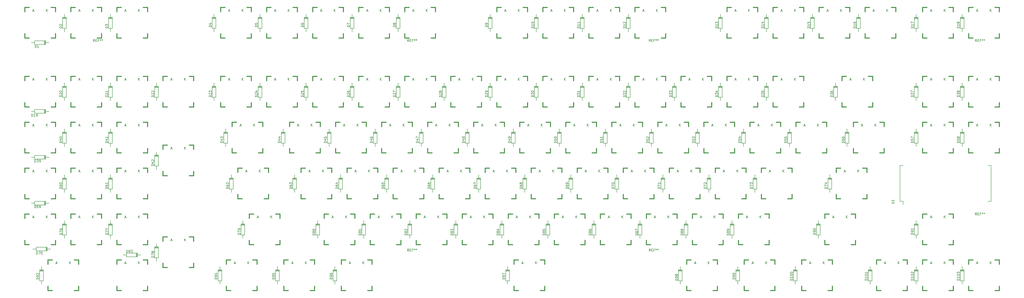
<source format=gto>
G04 #@! TF.FileFunction,Legend,Top*
%FSLAX46Y46*%
G04 Gerber Fmt 4.6, Leading zero omitted, Abs format (unit mm)*
G04 Created by KiCad (PCBNEW 4.0.2-stable) date Saturday, May 28, 2016 'PMt' 12:45:38 PM*
%MOMM*%
G01*
G04 APERTURE LIST*
%ADD10C,0.150000*%
%ADD11C,0.381000*%
G04 APERTURE END LIST*
D10*
X286277540Y-116666520D02*
X286277540Y-118063520D01*
X286277540Y-112221520D02*
X286277540Y-110697520D01*
X287039540Y-112602520D02*
X285515540Y-112602520D01*
X287039540Y-112348520D02*
X285515540Y-112348520D01*
X286277540Y-112094520D02*
X285515540Y-112094520D01*
X285515540Y-112094520D02*
X285515540Y-116666520D01*
X285515540Y-116666520D02*
X287039540Y-116666520D01*
X287039540Y-116666520D02*
X287039540Y-112094520D01*
X287039540Y-112094520D02*
X286277540Y-112094520D01*
X419627540Y-135716520D02*
X419627540Y-137113520D01*
X419627540Y-131271520D02*
X419627540Y-129747520D01*
X420389540Y-131652520D02*
X418865540Y-131652520D01*
X420389540Y-131398520D02*
X418865540Y-131398520D01*
X419627540Y-131144520D02*
X418865540Y-131144520D01*
X418865540Y-131144520D02*
X418865540Y-135716520D01*
X418865540Y-135716520D02*
X420389540Y-135716520D01*
X420389540Y-135716520D02*
X420389540Y-131144520D01*
X420389540Y-131144520D02*
X419627540Y-131144520D01*
D11*
X434975000Y-139700000D02*
X433197000Y-139700000D01*
X424053000Y-139700000D02*
X422275000Y-139700000D01*
X422275000Y-139700000D02*
X422275000Y-137922000D01*
X422275000Y-128778000D02*
X422275000Y-127000000D01*
X422275000Y-127000000D02*
X424053000Y-127000000D01*
X433197000Y-127000000D02*
X434975000Y-127000000D01*
X434975000Y-127000000D02*
X434975000Y-128778000D01*
X434975000Y-137922000D02*
X434975000Y-139700000D01*
D10*
X400577540Y-135716520D02*
X400577540Y-137113520D01*
X400577540Y-131271520D02*
X400577540Y-129747520D01*
X401339540Y-131652520D02*
X399815540Y-131652520D01*
X401339540Y-131398520D02*
X399815540Y-131398520D01*
X400577540Y-131144520D02*
X399815540Y-131144520D01*
X399815540Y-131144520D02*
X399815540Y-135716520D01*
X399815540Y-135716520D02*
X401339540Y-135716520D01*
X401339540Y-135716520D02*
X401339540Y-131144520D01*
X401339540Y-131144520D02*
X400577540Y-131144520D01*
D11*
X415925000Y-139700000D02*
X414147000Y-139700000D01*
X405003000Y-139700000D02*
X403225000Y-139700000D01*
X403225000Y-139700000D02*
X403225000Y-137922000D01*
X403225000Y-128778000D02*
X403225000Y-127000000D01*
X403225000Y-127000000D02*
X405003000Y-127000000D01*
X414147000Y-127000000D02*
X415925000Y-127000000D01*
X415925000Y-127000000D02*
X415925000Y-128778000D01*
X415925000Y-137922000D02*
X415925000Y-139700000D01*
D10*
X381527540Y-135716520D02*
X381527540Y-137113520D01*
X381527540Y-131271520D02*
X381527540Y-129747520D01*
X382289540Y-131652520D02*
X380765540Y-131652520D01*
X382289540Y-131398520D02*
X380765540Y-131398520D01*
X381527540Y-131144520D02*
X380765540Y-131144520D01*
X380765540Y-131144520D02*
X380765540Y-135716520D01*
X380765540Y-135716520D02*
X382289540Y-135716520D01*
X382289540Y-135716520D02*
X382289540Y-131144520D01*
X382289540Y-131144520D02*
X381527540Y-131144520D01*
D11*
X396875000Y-139700000D02*
X395097000Y-139700000D01*
X385953000Y-139700000D02*
X384175000Y-139700000D01*
X384175000Y-139700000D02*
X384175000Y-137922000D01*
X384175000Y-128778000D02*
X384175000Y-127000000D01*
X384175000Y-127000000D02*
X385953000Y-127000000D01*
X395097000Y-127000000D02*
X396875000Y-127000000D01*
X396875000Y-127000000D02*
X396875000Y-128778000D01*
X396875000Y-137922000D02*
X396875000Y-139700000D01*
D10*
X350571290Y-135716520D02*
X350571290Y-137113520D01*
X350571290Y-131271520D02*
X350571290Y-129747520D01*
X351333290Y-131652520D02*
X349809290Y-131652520D01*
X351333290Y-131398520D02*
X349809290Y-131398520D01*
X350571290Y-131144520D02*
X349809290Y-131144520D01*
X349809290Y-131144520D02*
X349809290Y-135716520D01*
X349809290Y-135716520D02*
X351333290Y-135716520D01*
X351333290Y-135716520D02*
X351333290Y-131144520D01*
X351333290Y-131144520D02*
X350571290Y-131144520D01*
D11*
X365918750Y-139700000D02*
X364140750Y-139700000D01*
X354996750Y-139700000D02*
X353218750Y-139700000D01*
X353218750Y-139700000D02*
X353218750Y-137922000D01*
X353218750Y-128778000D02*
X353218750Y-127000000D01*
X353218750Y-127000000D02*
X354996750Y-127000000D01*
X364140750Y-127000000D02*
X365918750Y-127000000D01*
X365918750Y-127000000D02*
X365918750Y-128778000D01*
X365918750Y-137922000D02*
X365918750Y-139700000D01*
D10*
X326758790Y-135716520D02*
X326758790Y-137113520D01*
X326758790Y-131271520D02*
X326758790Y-129747520D01*
X327520790Y-131652520D02*
X325996790Y-131652520D01*
X327520790Y-131398520D02*
X325996790Y-131398520D01*
X326758790Y-131144520D02*
X325996790Y-131144520D01*
X325996790Y-131144520D02*
X325996790Y-135716520D01*
X325996790Y-135716520D02*
X327520790Y-135716520D01*
X327520790Y-135716520D02*
X327520790Y-131144520D01*
X327520790Y-131144520D02*
X326758790Y-131144520D01*
D11*
X342106250Y-139700000D02*
X340328250Y-139700000D01*
X331184250Y-139700000D02*
X329406250Y-139700000D01*
X329406250Y-139700000D02*
X329406250Y-137922000D01*
X329406250Y-128778000D02*
X329406250Y-127000000D01*
X329406250Y-127000000D02*
X331184250Y-127000000D01*
X340328250Y-127000000D02*
X342106250Y-127000000D01*
X342106250Y-127000000D02*
X342106250Y-128778000D01*
X342106250Y-137922000D02*
X342106250Y-139700000D01*
D10*
X303000000Y-135716520D02*
X303000000Y-137113520D01*
X303000000Y-131271520D02*
X303000000Y-129747520D01*
X303762000Y-131652520D02*
X302238000Y-131652520D01*
X303762000Y-131398520D02*
X302238000Y-131398520D01*
X303000000Y-131144520D02*
X302238000Y-131144520D01*
X302238000Y-131144520D02*
X302238000Y-135716520D01*
X302238000Y-135716520D02*
X303762000Y-135716520D01*
X303762000Y-135716520D02*
X303762000Y-131144520D01*
X303762000Y-131144520D02*
X303000000Y-131144520D01*
D11*
X318293750Y-139700000D02*
X316515750Y-139700000D01*
X307371750Y-139700000D02*
X305593750Y-139700000D01*
X305593750Y-139700000D02*
X305593750Y-137922000D01*
X305593750Y-128778000D02*
X305593750Y-127000000D01*
X305593750Y-127000000D02*
X307371750Y-127000000D01*
X316515750Y-127000000D02*
X318293750Y-127000000D01*
X318293750Y-127000000D02*
X318293750Y-128778000D01*
X318293750Y-137922000D02*
X318293750Y-139700000D01*
D10*
X231508790Y-135716520D02*
X231508790Y-137113520D01*
X231508790Y-131271520D02*
X231508790Y-129747520D01*
X232270790Y-131652520D02*
X230746790Y-131652520D01*
X232270790Y-131398520D02*
X230746790Y-131398520D01*
X231508790Y-131144520D02*
X230746790Y-131144520D01*
X230746790Y-131144520D02*
X230746790Y-135716520D01*
X230746790Y-135716520D02*
X232270790Y-135716520D01*
X232270790Y-135716520D02*
X232270790Y-131144520D01*
X232270790Y-131144520D02*
X231508790Y-131144520D01*
D11*
X246856250Y-139700000D02*
X245078250Y-139700000D01*
X235934250Y-139700000D02*
X234156250Y-139700000D01*
X234156250Y-139700000D02*
X234156250Y-137922000D01*
X234156250Y-128778000D02*
X234156250Y-127000000D01*
X234156250Y-127000000D02*
X235934250Y-127000000D01*
X245078250Y-127000000D02*
X246856250Y-127000000D01*
X246856250Y-127000000D02*
X246856250Y-128778000D01*
X246856250Y-137922000D02*
X246856250Y-139700000D01*
D10*
X160071290Y-135716520D02*
X160071290Y-137113520D01*
X160071290Y-131271520D02*
X160071290Y-129747520D01*
X160833290Y-131652520D02*
X159309290Y-131652520D01*
X160833290Y-131398520D02*
X159309290Y-131398520D01*
X160071290Y-131144520D02*
X159309290Y-131144520D01*
X159309290Y-131144520D02*
X159309290Y-135716520D01*
X159309290Y-135716520D02*
X160833290Y-135716520D01*
X160833290Y-135716520D02*
X160833290Y-131144520D01*
X160833290Y-131144520D02*
X160071290Y-131144520D01*
D11*
X175418750Y-139700000D02*
X173640750Y-139700000D01*
X164496750Y-139700000D02*
X162718750Y-139700000D01*
X162718750Y-139700000D02*
X162718750Y-137922000D01*
X162718750Y-128778000D02*
X162718750Y-127000000D01*
X162718750Y-127000000D02*
X164496750Y-127000000D01*
X173640750Y-127000000D02*
X175418750Y-127000000D01*
X175418750Y-127000000D02*
X175418750Y-128778000D01*
X175418750Y-137922000D02*
X175418750Y-139700000D01*
D10*
X136258790Y-135716520D02*
X136258790Y-137113520D01*
X136258790Y-131271520D02*
X136258790Y-129747520D01*
X137020790Y-131652520D02*
X135496790Y-131652520D01*
X137020790Y-131398520D02*
X135496790Y-131398520D01*
X136258790Y-131144520D02*
X135496790Y-131144520D01*
X135496790Y-131144520D02*
X135496790Y-135716520D01*
X135496790Y-135716520D02*
X137020790Y-135716520D01*
X137020790Y-135716520D02*
X137020790Y-131144520D01*
X137020790Y-131144520D02*
X136258790Y-131144520D01*
D11*
X151606250Y-139700000D02*
X149828250Y-139700000D01*
X140684250Y-139700000D02*
X138906250Y-139700000D01*
X138906250Y-139700000D02*
X138906250Y-137922000D01*
X138906250Y-128778000D02*
X138906250Y-127000000D01*
X138906250Y-127000000D02*
X140684250Y-127000000D01*
X149828250Y-127000000D02*
X151606250Y-127000000D01*
X151606250Y-127000000D02*
X151606250Y-128778000D01*
X151606250Y-137922000D02*
X151606250Y-139700000D01*
D10*
X112446290Y-135716520D02*
X112446290Y-137113520D01*
X112446290Y-131271520D02*
X112446290Y-129747520D01*
X113208290Y-131652520D02*
X111684290Y-131652520D01*
X113208290Y-131398520D02*
X111684290Y-131398520D01*
X112446290Y-131144520D02*
X111684290Y-131144520D01*
X111684290Y-131144520D02*
X111684290Y-135716520D01*
X111684290Y-135716520D02*
X113208290Y-135716520D01*
X113208290Y-135716520D02*
X113208290Y-131144520D01*
X113208290Y-131144520D02*
X112446290Y-131144520D01*
D11*
X127793750Y-139700000D02*
X126015750Y-139700000D01*
X116871750Y-139700000D02*
X115093750Y-139700000D01*
X115093750Y-139700000D02*
X115093750Y-137922000D01*
X115093750Y-128778000D02*
X115093750Y-127000000D01*
X115093750Y-127000000D02*
X116871750Y-127000000D01*
X126015750Y-127000000D02*
X127793750Y-127000000D01*
X127793750Y-127000000D02*
X127793750Y-128778000D01*
X127793750Y-137922000D02*
X127793750Y-139700000D01*
D10*
X73794000Y-125000000D02*
X72397000Y-125000000D01*
X78239000Y-125000000D02*
X79763000Y-125000000D01*
X77858000Y-125762000D02*
X77858000Y-124238000D01*
X78112000Y-125762000D02*
X78112000Y-124238000D01*
X78366000Y-125000000D02*
X78366000Y-124238000D01*
X78366000Y-124238000D02*
X73794000Y-124238000D01*
X73794000Y-124238000D02*
X73794000Y-125762000D01*
X73794000Y-125762000D02*
X78366000Y-125762000D01*
X78366000Y-125762000D02*
X78366000Y-125000000D01*
D11*
X82550000Y-139700000D02*
X80772000Y-139700000D01*
X71628000Y-139700000D02*
X69850000Y-139700000D01*
X69850000Y-139700000D02*
X69850000Y-137922000D01*
X69850000Y-128778000D02*
X69850000Y-127000000D01*
X69850000Y-127000000D02*
X71628000Y-127000000D01*
X80772000Y-127000000D02*
X82550000Y-127000000D01*
X82550000Y-127000000D02*
X82550000Y-128778000D01*
X82550000Y-137922000D02*
X82550000Y-139700000D01*
D10*
X38627540Y-135716520D02*
X38627540Y-137113520D01*
X38627540Y-131271520D02*
X38627540Y-129747520D01*
X39389540Y-131652520D02*
X37865540Y-131652520D01*
X39389540Y-131398520D02*
X37865540Y-131398520D01*
X38627540Y-131144520D02*
X37865540Y-131144520D01*
X37865540Y-131144520D02*
X37865540Y-135716520D01*
X37865540Y-135716520D02*
X39389540Y-135716520D01*
X39389540Y-135716520D02*
X39389540Y-131144520D01*
X39389540Y-131144520D02*
X38627540Y-131144520D01*
D11*
X53975000Y-139700000D02*
X52197000Y-139700000D01*
X43053000Y-139700000D02*
X41275000Y-139700000D01*
X41275000Y-139700000D02*
X41275000Y-137922000D01*
X41275000Y-128778000D02*
X41275000Y-127000000D01*
X41275000Y-127000000D02*
X43053000Y-127000000D01*
X52197000Y-127000000D02*
X53975000Y-127000000D01*
X53975000Y-127000000D02*
X53975000Y-128778000D01*
X53975000Y-137922000D02*
X53975000Y-139700000D01*
D10*
X400577540Y-116666520D02*
X400577540Y-118063520D01*
X400577540Y-112221520D02*
X400577540Y-110697520D01*
X401339540Y-112602520D02*
X399815540Y-112602520D01*
X401339540Y-112348520D02*
X399815540Y-112348520D01*
X400577540Y-112094520D02*
X399815540Y-112094520D01*
X399815540Y-112094520D02*
X399815540Y-116666520D01*
X399815540Y-116666520D02*
X401339540Y-116666520D01*
X401339540Y-116666520D02*
X401339540Y-112094520D01*
X401339540Y-112094520D02*
X400577540Y-112094520D01*
D11*
X415925000Y-120650000D02*
X414147000Y-120650000D01*
X405003000Y-120650000D02*
X403225000Y-120650000D01*
X403225000Y-120650000D02*
X403225000Y-118872000D01*
X403225000Y-109728000D02*
X403225000Y-107950000D01*
X403225000Y-107950000D02*
X405003000Y-107950000D01*
X414147000Y-107950000D02*
X415925000Y-107950000D01*
X415925000Y-107950000D02*
X415925000Y-109728000D01*
X415925000Y-118872000D02*
X415925000Y-120650000D01*
D10*
X360096290Y-116666520D02*
X360096290Y-118063520D01*
X360096290Y-112221520D02*
X360096290Y-110697520D01*
X360858290Y-112602520D02*
X359334290Y-112602520D01*
X360858290Y-112348520D02*
X359334290Y-112348520D01*
X360096290Y-112094520D02*
X359334290Y-112094520D01*
X359334290Y-112094520D02*
X359334290Y-116666520D01*
X359334290Y-116666520D02*
X360858290Y-116666520D01*
X360858290Y-116666520D02*
X360858290Y-112094520D01*
X360858290Y-112094520D02*
X360096290Y-112094520D01*
D11*
X375443750Y-120650000D02*
X373665750Y-120650000D01*
X364521750Y-120650000D02*
X362743750Y-120650000D01*
X362743750Y-120650000D02*
X362743750Y-118872000D01*
X362743750Y-109728000D02*
X362743750Y-107950000D01*
X362743750Y-107950000D02*
X364521750Y-107950000D01*
X373665750Y-107950000D02*
X375443750Y-107950000D01*
X375443750Y-107950000D02*
X375443750Y-109728000D01*
X375443750Y-118872000D02*
X375443750Y-120650000D01*
D10*
X324377540Y-116666520D02*
X324377540Y-118063520D01*
X324377540Y-112221520D02*
X324377540Y-110697520D01*
X325139540Y-112602520D02*
X323615540Y-112602520D01*
X325139540Y-112348520D02*
X323615540Y-112348520D01*
X324377540Y-112094520D02*
X323615540Y-112094520D01*
X323615540Y-112094520D02*
X323615540Y-116666520D01*
X323615540Y-116666520D02*
X325139540Y-116666520D01*
X325139540Y-116666520D02*
X325139540Y-112094520D01*
X325139540Y-112094520D02*
X324377540Y-112094520D01*
D11*
X339725000Y-120650000D02*
X337947000Y-120650000D01*
X328803000Y-120650000D02*
X327025000Y-120650000D01*
X327025000Y-120650000D02*
X327025000Y-118872000D01*
X327025000Y-109728000D02*
X327025000Y-107950000D01*
X327025000Y-107950000D02*
X328803000Y-107950000D01*
X337947000Y-107950000D02*
X339725000Y-107950000D01*
X339725000Y-107950000D02*
X339725000Y-109728000D01*
X339725000Y-118872000D02*
X339725000Y-120650000D01*
D10*
X305327540Y-116666520D02*
X305327540Y-118063520D01*
X305327540Y-112221520D02*
X305327540Y-110697520D01*
X306089540Y-112602520D02*
X304565540Y-112602520D01*
X306089540Y-112348520D02*
X304565540Y-112348520D01*
X305327540Y-112094520D02*
X304565540Y-112094520D01*
X304565540Y-112094520D02*
X304565540Y-116666520D01*
X304565540Y-116666520D02*
X306089540Y-116666520D01*
X306089540Y-116666520D02*
X306089540Y-112094520D01*
X306089540Y-112094520D02*
X305327540Y-112094520D01*
D11*
X320675000Y-120650000D02*
X318897000Y-120650000D01*
X309753000Y-120650000D02*
X307975000Y-120650000D01*
X307975000Y-120650000D02*
X307975000Y-118872000D01*
X307975000Y-109728000D02*
X307975000Y-107950000D01*
X307975000Y-107950000D02*
X309753000Y-107950000D01*
X318897000Y-107950000D02*
X320675000Y-107950000D01*
X320675000Y-107950000D02*
X320675000Y-109728000D01*
X320675000Y-118872000D02*
X320675000Y-120650000D01*
X301625000Y-120650000D02*
X299847000Y-120650000D01*
X290703000Y-120650000D02*
X288925000Y-120650000D01*
X288925000Y-120650000D02*
X288925000Y-118872000D01*
X288925000Y-109728000D02*
X288925000Y-107950000D01*
X288925000Y-107950000D02*
X290703000Y-107950000D01*
X299847000Y-107950000D02*
X301625000Y-107950000D01*
X301625000Y-107950000D02*
X301625000Y-109728000D01*
X301625000Y-118872000D02*
X301625000Y-120650000D01*
D10*
X267227540Y-116666520D02*
X267227540Y-118063520D01*
X267227540Y-112221520D02*
X267227540Y-110697520D01*
X267989540Y-112602520D02*
X266465540Y-112602520D01*
X267989540Y-112348520D02*
X266465540Y-112348520D01*
X267227540Y-112094520D02*
X266465540Y-112094520D01*
X266465540Y-112094520D02*
X266465540Y-116666520D01*
X266465540Y-116666520D02*
X267989540Y-116666520D01*
X267989540Y-116666520D02*
X267989540Y-112094520D01*
X267989540Y-112094520D02*
X267227540Y-112094520D01*
D11*
X282575000Y-120650000D02*
X280797000Y-120650000D01*
X271653000Y-120650000D02*
X269875000Y-120650000D01*
X269875000Y-120650000D02*
X269875000Y-118872000D01*
X269875000Y-109728000D02*
X269875000Y-107950000D01*
X269875000Y-107950000D02*
X271653000Y-107950000D01*
X280797000Y-107950000D02*
X282575000Y-107950000D01*
X282575000Y-107950000D02*
X282575000Y-109728000D01*
X282575000Y-118872000D02*
X282575000Y-120650000D01*
D10*
X248177540Y-116666520D02*
X248177540Y-118063520D01*
X248177540Y-112221520D02*
X248177540Y-110697520D01*
X248939540Y-112602520D02*
X247415540Y-112602520D01*
X248939540Y-112348520D02*
X247415540Y-112348520D01*
X248177540Y-112094520D02*
X247415540Y-112094520D01*
X247415540Y-112094520D02*
X247415540Y-116666520D01*
X247415540Y-116666520D02*
X248939540Y-116666520D01*
X248939540Y-116666520D02*
X248939540Y-112094520D01*
X248939540Y-112094520D02*
X248177540Y-112094520D01*
D11*
X263525000Y-120650000D02*
X261747000Y-120650000D01*
X252603000Y-120650000D02*
X250825000Y-120650000D01*
X250825000Y-120650000D02*
X250825000Y-118872000D01*
X250825000Y-109728000D02*
X250825000Y-107950000D01*
X250825000Y-107950000D02*
X252603000Y-107950000D01*
X261747000Y-107950000D02*
X263525000Y-107950000D01*
X263525000Y-107950000D02*
X263525000Y-109728000D01*
X263525000Y-118872000D02*
X263525000Y-120650000D01*
D10*
X229127540Y-116666520D02*
X229127540Y-118063520D01*
X229127540Y-112221520D02*
X229127540Y-110697520D01*
X229889540Y-112602520D02*
X228365540Y-112602520D01*
X229889540Y-112348520D02*
X228365540Y-112348520D01*
X229127540Y-112094520D02*
X228365540Y-112094520D01*
X228365540Y-112094520D02*
X228365540Y-116666520D01*
X228365540Y-116666520D02*
X229889540Y-116666520D01*
X229889540Y-116666520D02*
X229889540Y-112094520D01*
X229889540Y-112094520D02*
X229127540Y-112094520D01*
D11*
X244475000Y-120650000D02*
X242697000Y-120650000D01*
X233553000Y-120650000D02*
X231775000Y-120650000D01*
X231775000Y-120650000D02*
X231775000Y-118872000D01*
X231775000Y-109728000D02*
X231775000Y-107950000D01*
X231775000Y-107950000D02*
X233553000Y-107950000D01*
X242697000Y-107950000D02*
X244475000Y-107950000D01*
X244475000Y-107950000D02*
X244475000Y-109728000D01*
X244475000Y-118872000D02*
X244475000Y-120650000D01*
D10*
X210077540Y-116666520D02*
X210077540Y-118063520D01*
X210077540Y-112221520D02*
X210077540Y-110697520D01*
X210839540Y-112602520D02*
X209315540Y-112602520D01*
X210839540Y-112348520D02*
X209315540Y-112348520D01*
X210077540Y-112094520D02*
X209315540Y-112094520D01*
X209315540Y-112094520D02*
X209315540Y-116666520D01*
X209315540Y-116666520D02*
X210839540Y-116666520D01*
X210839540Y-116666520D02*
X210839540Y-112094520D01*
X210839540Y-112094520D02*
X210077540Y-112094520D01*
D11*
X225425000Y-120650000D02*
X223647000Y-120650000D01*
X214503000Y-120650000D02*
X212725000Y-120650000D01*
X212725000Y-120650000D02*
X212725000Y-118872000D01*
X212725000Y-109728000D02*
X212725000Y-107950000D01*
X212725000Y-107950000D02*
X214503000Y-107950000D01*
X223647000Y-107950000D02*
X225425000Y-107950000D01*
X225425000Y-107950000D02*
X225425000Y-109728000D01*
X225425000Y-118872000D02*
X225425000Y-120650000D01*
D10*
X191027540Y-116666520D02*
X191027540Y-118063520D01*
X191027540Y-112221520D02*
X191027540Y-110697520D01*
X191789540Y-112602520D02*
X190265540Y-112602520D01*
X191789540Y-112348520D02*
X190265540Y-112348520D01*
X191027540Y-112094520D02*
X190265540Y-112094520D01*
X190265540Y-112094520D02*
X190265540Y-116666520D01*
X190265540Y-116666520D02*
X191789540Y-116666520D01*
X191789540Y-116666520D02*
X191789540Y-112094520D01*
X191789540Y-112094520D02*
X191027540Y-112094520D01*
D11*
X206375000Y-120650000D02*
X204597000Y-120650000D01*
X195453000Y-120650000D02*
X193675000Y-120650000D01*
X193675000Y-120650000D02*
X193675000Y-118872000D01*
X193675000Y-109728000D02*
X193675000Y-107950000D01*
X193675000Y-107950000D02*
X195453000Y-107950000D01*
X204597000Y-107950000D02*
X206375000Y-107950000D01*
X206375000Y-107950000D02*
X206375000Y-109728000D01*
X206375000Y-118872000D02*
X206375000Y-120650000D01*
D10*
X171977540Y-116666520D02*
X171977540Y-118063520D01*
X171977540Y-112221520D02*
X171977540Y-110697520D01*
X172739540Y-112602520D02*
X171215540Y-112602520D01*
X172739540Y-112348520D02*
X171215540Y-112348520D01*
X171977540Y-112094520D02*
X171215540Y-112094520D01*
X171215540Y-112094520D02*
X171215540Y-116666520D01*
X171215540Y-116666520D02*
X172739540Y-116666520D01*
X172739540Y-116666520D02*
X172739540Y-112094520D01*
X172739540Y-112094520D02*
X171977540Y-112094520D01*
D11*
X187325000Y-120650000D02*
X185547000Y-120650000D01*
X176403000Y-120650000D02*
X174625000Y-120650000D01*
X174625000Y-120650000D02*
X174625000Y-118872000D01*
X174625000Y-109728000D02*
X174625000Y-107950000D01*
X174625000Y-107950000D02*
X176403000Y-107950000D01*
X185547000Y-107950000D02*
X187325000Y-107950000D01*
X187325000Y-107950000D02*
X187325000Y-109728000D01*
X187325000Y-118872000D02*
X187325000Y-120650000D01*
D10*
X152927540Y-116666520D02*
X152927540Y-118063520D01*
X152927540Y-112221520D02*
X152927540Y-110697520D01*
X153689540Y-112602520D02*
X152165540Y-112602520D01*
X153689540Y-112348520D02*
X152165540Y-112348520D01*
X152927540Y-112094520D02*
X152165540Y-112094520D01*
X152165540Y-112094520D02*
X152165540Y-116666520D01*
X152165540Y-116666520D02*
X153689540Y-116666520D01*
X153689540Y-116666520D02*
X153689540Y-112094520D01*
X153689540Y-112094520D02*
X152927540Y-112094520D01*
D11*
X168275000Y-120650000D02*
X166497000Y-120650000D01*
X157353000Y-120650000D02*
X155575000Y-120650000D01*
X155575000Y-120650000D02*
X155575000Y-118872000D01*
X155575000Y-109728000D02*
X155575000Y-107950000D01*
X155575000Y-107950000D02*
X157353000Y-107950000D01*
X166497000Y-107950000D02*
X168275000Y-107950000D01*
X168275000Y-107950000D02*
X168275000Y-109728000D01*
X168275000Y-118872000D02*
X168275000Y-120650000D01*
D10*
X121971290Y-116666520D02*
X121971290Y-118063520D01*
X121971290Y-112221520D02*
X121971290Y-110697520D01*
X122733290Y-112602520D02*
X121209290Y-112602520D01*
X122733290Y-112348520D02*
X121209290Y-112348520D01*
X121971290Y-112094520D02*
X121209290Y-112094520D01*
X121209290Y-112094520D02*
X121209290Y-116666520D01*
X121209290Y-116666520D02*
X122733290Y-116666520D01*
X122733290Y-116666520D02*
X122733290Y-112094520D01*
X122733290Y-112094520D02*
X121971290Y-112094520D01*
D11*
X137318750Y-120650000D02*
X135540750Y-120650000D01*
X126396750Y-120650000D02*
X124618750Y-120650000D01*
X124618750Y-120650000D02*
X124618750Y-118872000D01*
X124618750Y-109728000D02*
X124618750Y-107950000D01*
X124618750Y-107950000D02*
X126396750Y-107950000D01*
X135540750Y-107950000D02*
X137318750Y-107950000D01*
X137318750Y-107950000D02*
X137318750Y-109728000D01*
X137318750Y-118872000D02*
X137318750Y-120650000D01*
D10*
X86252540Y-126191520D02*
X86252540Y-127588520D01*
X86252540Y-121746520D02*
X86252540Y-120222520D01*
X87014540Y-122127520D02*
X85490540Y-122127520D01*
X87014540Y-121873520D02*
X85490540Y-121873520D01*
X86252540Y-121619520D02*
X85490540Y-121619520D01*
X85490540Y-121619520D02*
X85490540Y-126191520D01*
X85490540Y-126191520D02*
X87014540Y-126191520D01*
X87014540Y-126191520D02*
X87014540Y-121619520D01*
X87014540Y-121619520D02*
X86252540Y-121619520D01*
D11*
X101600000Y-130175000D02*
X99822000Y-130175000D01*
X90678000Y-130175000D02*
X88900000Y-130175000D01*
X88900000Y-130175000D02*
X88900000Y-128397000D01*
X88900000Y-119253000D02*
X88900000Y-117475000D01*
X88900000Y-117475000D02*
X90678000Y-117475000D01*
X99822000Y-117475000D02*
X101600000Y-117475000D01*
X101600000Y-117475000D02*
X101600000Y-119253000D01*
X101600000Y-128397000D02*
X101600000Y-130175000D01*
D10*
X67202540Y-116666520D02*
X67202540Y-118063520D01*
X67202540Y-112221520D02*
X67202540Y-110697520D01*
X67964540Y-112602520D02*
X66440540Y-112602520D01*
X67964540Y-112348520D02*
X66440540Y-112348520D01*
X67202540Y-112094520D02*
X66440540Y-112094520D01*
X66440540Y-112094520D02*
X66440540Y-116666520D01*
X66440540Y-116666520D02*
X67964540Y-116666520D01*
X67964540Y-116666520D02*
X67964540Y-112094520D01*
X67964540Y-112094520D02*
X67202540Y-112094520D01*
D11*
X82550000Y-120650000D02*
X80772000Y-120650000D01*
X71628000Y-120650000D02*
X69850000Y-120650000D01*
X69850000Y-120650000D02*
X69850000Y-118872000D01*
X69850000Y-109728000D02*
X69850000Y-107950000D01*
X69850000Y-107950000D02*
X71628000Y-107950000D01*
X80772000Y-107950000D02*
X82550000Y-107950000D01*
X82550000Y-107950000D02*
X82550000Y-109728000D01*
X82550000Y-118872000D02*
X82550000Y-120650000D01*
D10*
X48152540Y-116666520D02*
X48152540Y-118063520D01*
X48152540Y-112221520D02*
X48152540Y-110697520D01*
X48914540Y-112602520D02*
X47390540Y-112602520D01*
X48914540Y-112348520D02*
X47390540Y-112348520D01*
X48152540Y-112094520D02*
X47390540Y-112094520D01*
X47390540Y-112094520D02*
X47390540Y-116666520D01*
X47390540Y-116666520D02*
X48914540Y-116666520D01*
X48914540Y-116666520D02*
X48914540Y-112094520D01*
X48914540Y-112094520D02*
X48152540Y-112094520D01*
D11*
X63500000Y-120650000D02*
X61722000Y-120650000D01*
X52578000Y-120650000D02*
X50800000Y-120650000D01*
X50800000Y-120650000D02*
X50800000Y-118872000D01*
X50800000Y-109728000D02*
X50800000Y-107950000D01*
X50800000Y-107950000D02*
X52578000Y-107950000D01*
X61722000Y-107950000D02*
X63500000Y-107950000D01*
X63500000Y-107950000D02*
X63500000Y-109728000D01*
X63500000Y-118872000D02*
X63500000Y-120650000D01*
D10*
X36449000Y-122555000D02*
X35052000Y-122555000D01*
X40894000Y-122555000D02*
X42418000Y-122555000D01*
X40513000Y-123317000D02*
X40513000Y-121793000D01*
X40767000Y-123317000D02*
X40767000Y-121793000D01*
X41021000Y-122555000D02*
X41021000Y-121793000D01*
X41021000Y-121793000D02*
X36449000Y-121793000D01*
X36449000Y-121793000D02*
X36449000Y-123317000D01*
X36449000Y-123317000D02*
X41021000Y-123317000D01*
X41021000Y-123317000D02*
X41021000Y-122555000D01*
D11*
X44450000Y-120650000D02*
X42672000Y-120650000D01*
X33528000Y-120650000D02*
X31750000Y-120650000D01*
X31750000Y-120650000D02*
X31750000Y-118872000D01*
X31750000Y-109728000D02*
X31750000Y-107950000D01*
X31750000Y-107950000D02*
X33528000Y-107950000D01*
X42672000Y-107950000D02*
X44450000Y-107950000D01*
X44450000Y-107950000D02*
X44450000Y-109728000D01*
X44450000Y-118872000D02*
X44450000Y-120650000D01*
D10*
X364858790Y-97616520D02*
X364858790Y-99013520D01*
X364858790Y-93171520D02*
X364858790Y-91647520D01*
X365620790Y-93552520D02*
X364096790Y-93552520D01*
X365620790Y-93298520D02*
X364096790Y-93298520D01*
X364858790Y-93044520D02*
X364096790Y-93044520D01*
X364096790Y-93044520D02*
X364096790Y-97616520D01*
X364096790Y-97616520D02*
X365620790Y-97616520D01*
X365620790Y-97616520D02*
X365620790Y-93044520D01*
X365620790Y-93044520D02*
X364858790Y-93044520D01*
D11*
X380206250Y-101600000D02*
X378428250Y-101600000D01*
X369284250Y-101600000D02*
X367506250Y-101600000D01*
X367506250Y-101600000D02*
X367506250Y-99822000D01*
X367506250Y-90678000D02*
X367506250Y-88900000D01*
X367506250Y-88900000D02*
X369284250Y-88900000D01*
X378428250Y-88900000D02*
X380206250Y-88900000D01*
X380206250Y-88900000D02*
X380206250Y-90678000D01*
X380206250Y-99822000D02*
X380206250Y-101600000D01*
D10*
X333902540Y-97616520D02*
X333902540Y-99013520D01*
X333902540Y-93171520D02*
X333902540Y-91647520D01*
X334664540Y-93552520D02*
X333140540Y-93552520D01*
X334664540Y-93298520D02*
X333140540Y-93298520D01*
X333902540Y-93044520D02*
X333140540Y-93044520D01*
X333140540Y-93044520D02*
X333140540Y-97616520D01*
X333140540Y-97616520D02*
X334664540Y-97616520D01*
X334664540Y-97616520D02*
X334664540Y-93044520D01*
X334664540Y-93044520D02*
X333902540Y-93044520D01*
D11*
X349250000Y-101600000D02*
X347472000Y-101600000D01*
X338328000Y-101600000D02*
X336550000Y-101600000D01*
X336550000Y-101600000D02*
X336550000Y-99822000D01*
X336550000Y-90678000D02*
X336550000Y-88900000D01*
X336550000Y-88900000D02*
X338328000Y-88900000D01*
X347472000Y-88900000D02*
X349250000Y-88900000D01*
X349250000Y-88900000D02*
X349250000Y-90678000D01*
X349250000Y-99822000D02*
X349250000Y-101600000D01*
D10*
X314852540Y-97616520D02*
X314852540Y-99013520D01*
X314852540Y-93171520D02*
X314852540Y-91647520D01*
X315614540Y-93552520D02*
X314090540Y-93552520D01*
X315614540Y-93298520D02*
X314090540Y-93298520D01*
X314852540Y-93044520D02*
X314090540Y-93044520D01*
X314090540Y-93044520D02*
X314090540Y-97616520D01*
X314090540Y-97616520D02*
X315614540Y-97616520D01*
X315614540Y-97616520D02*
X315614540Y-93044520D01*
X315614540Y-93044520D02*
X314852540Y-93044520D01*
D11*
X330200000Y-101600000D02*
X328422000Y-101600000D01*
X319278000Y-101600000D02*
X317500000Y-101600000D01*
X317500000Y-101600000D02*
X317500000Y-99822000D01*
X317500000Y-90678000D02*
X317500000Y-88900000D01*
X317500000Y-88900000D02*
X319278000Y-88900000D01*
X328422000Y-88900000D02*
X330200000Y-88900000D01*
X330200000Y-88900000D02*
X330200000Y-90678000D01*
X330200000Y-99822000D02*
X330200000Y-101600000D01*
D10*
X295802540Y-97616520D02*
X295802540Y-99013520D01*
X295802540Y-93171520D02*
X295802540Y-91647520D01*
X296564540Y-93552520D02*
X295040540Y-93552520D01*
X296564540Y-93298520D02*
X295040540Y-93298520D01*
X295802540Y-93044520D02*
X295040540Y-93044520D01*
X295040540Y-93044520D02*
X295040540Y-97616520D01*
X295040540Y-97616520D02*
X296564540Y-97616520D01*
X296564540Y-97616520D02*
X296564540Y-93044520D01*
X296564540Y-93044520D02*
X295802540Y-93044520D01*
D11*
X311150000Y-101600000D02*
X309372000Y-101600000D01*
X300228000Y-101600000D02*
X298450000Y-101600000D01*
X298450000Y-101600000D02*
X298450000Y-99822000D01*
X298450000Y-90678000D02*
X298450000Y-88900000D01*
X298450000Y-88900000D02*
X300228000Y-88900000D01*
X309372000Y-88900000D02*
X311150000Y-88900000D01*
X311150000Y-88900000D02*
X311150000Y-90678000D01*
X311150000Y-99822000D02*
X311150000Y-101600000D01*
D10*
X276752540Y-97616520D02*
X276752540Y-99013520D01*
X276752540Y-93171520D02*
X276752540Y-91647520D01*
X277514540Y-93552520D02*
X275990540Y-93552520D01*
X277514540Y-93298520D02*
X275990540Y-93298520D01*
X276752540Y-93044520D02*
X275990540Y-93044520D01*
X275990540Y-93044520D02*
X275990540Y-97616520D01*
X275990540Y-97616520D02*
X277514540Y-97616520D01*
X277514540Y-97616520D02*
X277514540Y-93044520D01*
X277514540Y-93044520D02*
X276752540Y-93044520D01*
D11*
X292100000Y-101600000D02*
X290322000Y-101600000D01*
X281178000Y-101600000D02*
X279400000Y-101600000D01*
X279400000Y-101600000D02*
X279400000Y-99822000D01*
X279400000Y-90678000D02*
X279400000Y-88900000D01*
X279400000Y-88900000D02*
X281178000Y-88900000D01*
X290322000Y-88900000D02*
X292100000Y-88900000D01*
X292100000Y-88900000D02*
X292100000Y-90678000D01*
X292100000Y-99822000D02*
X292100000Y-101600000D01*
D10*
X257702540Y-97616520D02*
X257702540Y-99013520D01*
X257702540Y-93171520D02*
X257702540Y-91647520D01*
X258464540Y-93552520D02*
X256940540Y-93552520D01*
X258464540Y-93298520D02*
X256940540Y-93298520D01*
X257702540Y-93044520D02*
X256940540Y-93044520D01*
X256940540Y-93044520D02*
X256940540Y-97616520D01*
X256940540Y-97616520D02*
X258464540Y-97616520D01*
X258464540Y-97616520D02*
X258464540Y-93044520D01*
X258464540Y-93044520D02*
X257702540Y-93044520D01*
D11*
X273050000Y-101600000D02*
X271272000Y-101600000D01*
X262128000Y-101600000D02*
X260350000Y-101600000D01*
X260350000Y-101600000D02*
X260350000Y-99822000D01*
X260350000Y-90678000D02*
X260350000Y-88900000D01*
X260350000Y-88900000D02*
X262128000Y-88900000D01*
X271272000Y-88900000D02*
X273050000Y-88900000D01*
X273050000Y-88900000D02*
X273050000Y-90678000D01*
X273050000Y-99822000D02*
X273050000Y-101600000D01*
D10*
X238652540Y-97616520D02*
X238652540Y-99013520D01*
X238652540Y-93171520D02*
X238652540Y-91647520D01*
X239414540Y-93552520D02*
X237890540Y-93552520D01*
X239414540Y-93298520D02*
X237890540Y-93298520D01*
X238652540Y-93044520D02*
X237890540Y-93044520D01*
X237890540Y-93044520D02*
X237890540Y-97616520D01*
X237890540Y-97616520D02*
X239414540Y-97616520D01*
X239414540Y-97616520D02*
X239414540Y-93044520D01*
X239414540Y-93044520D02*
X238652540Y-93044520D01*
D11*
X254000000Y-101600000D02*
X252222000Y-101600000D01*
X243078000Y-101600000D02*
X241300000Y-101600000D01*
X241300000Y-101600000D02*
X241300000Y-99822000D01*
X241300000Y-90678000D02*
X241300000Y-88900000D01*
X241300000Y-88900000D02*
X243078000Y-88900000D01*
X252222000Y-88900000D02*
X254000000Y-88900000D01*
X254000000Y-88900000D02*
X254000000Y-90678000D01*
X254000000Y-99822000D02*
X254000000Y-101600000D01*
D10*
X219602540Y-97616520D02*
X219602540Y-99013520D01*
X219602540Y-93171520D02*
X219602540Y-91647520D01*
X220364540Y-93552520D02*
X218840540Y-93552520D01*
X220364540Y-93298520D02*
X218840540Y-93298520D01*
X219602540Y-93044520D02*
X218840540Y-93044520D01*
X218840540Y-93044520D02*
X218840540Y-97616520D01*
X218840540Y-97616520D02*
X220364540Y-97616520D01*
X220364540Y-97616520D02*
X220364540Y-93044520D01*
X220364540Y-93044520D02*
X219602540Y-93044520D01*
D11*
X234950000Y-101600000D02*
X233172000Y-101600000D01*
X224028000Y-101600000D02*
X222250000Y-101600000D01*
X222250000Y-101600000D02*
X222250000Y-99822000D01*
X222250000Y-90678000D02*
X222250000Y-88900000D01*
X222250000Y-88900000D02*
X224028000Y-88900000D01*
X233172000Y-88900000D02*
X234950000Y-88900000D01*
X234950000Y-88900000D02*
X234950000Y-90678000D01*
X234950000Y-99822000D02*
X234950000Y-101600000D01*
D10*
X200552540Y-97616520D02*
X200552540Y-99013520D01*
X200552540Y-93171520D02*
X200552540Y-91647520D01*
X201314540Y-93552520D02*
X199790540Y-93552520D01*
X201314540Y-93298520D02*
X199790540Y-93298520D01*
X200552540Y-93044520D02*
X199790540Y-93044520D01*
X199790540Y-93044520D02*
X199790540Y-97616520D01*
X199790540Y-97616520D02*
X201314540Y-97616520D01*
X201314540Y-97616520D02*
X201314540Y-93044520D01*
X201314540Y-93044520D02*
X200552540Y-93044520D01*
D11*
X215900000Y-101600000D02*
X214122000Y-101600000D01*
X204978000Y-101600000D02*
X203200000Y-101600000D01*
X203200000Y-101600000D02*
X203200000Y-99822000D01*
X203200000Y-90678000D02*
X203200000Y-88900000D01*
X203200000Y-88900000D02*
X204978000Y-88900000D01*
X214122000Y-88900000D02*
X215900000Y-88900000D01*
X215900000Y-88900000D02*
X215900000Y-90678000D01*
X215900000Y-99822000D02*
X215900000Y-101600000D01*
D10*
X181502540Y-97616520D02*
X181502540Y-99013520D01*
X181502540Y-93171520D02*
X181502540Y-91647520D01*
X182264540Y-93552520D02*
X180740540Y-93552520D01*
X182264540Y-93298520D02*
X180740540Y-93298520D01*
X181502540Y-93044520D02*
X180740540Y-93044520D01*
X180740540Y-93044520D02*
X180740540Y-97616520D01*
X180740540Y-97616520D02*
X182264540Y-97616520D01*
X182264540Y-97616520D02*
X182264540Y-93044520D01*
X182264540Y-93044520D02*
X181502540Y-93044520D01*
D11*
X196850000Y-101600000D02*
X195072000Y-101600000D01*
X185928000Y-101600000D02*
X184150000Y-101600000D01*
X184150000Y-101600000D02*
X184150000Y-99822000D01*
X184150000Y-90678000D02*
X184150000Y-88900000D01*
X184150000Y-88900000D02*
X185928000Y-88900000D01*
X195072000Y-88900000D02*
X196850000Y-88900000D01*
X196850000Y-88900000D02*
X196850000Y-90678000D01*
X196850000Y-99822000D02*
X196850000Y-101600000D01*
D10*
X162452540Y-97616520D02*
X162452540Y-99013520D01*
X162452540Y-93171520D02*
X162452540Y-91647520D01*
X163214540Y-93552520D02*
X161690540Y-93552520D01*
X163214540Y-93298520D02*
X161690540Y-93298520D01*
X162452540Y-93044520D02*
X161690540Y-93044520D01*
X161690540Y-93044520D02*
X161690540Y-97616520D01*
X161690540Y-97616520D02*
X163214540Y-97616520D01*
X163214540Y-97616520D02*
X163214540Y-93044520D01*
X163214540Y-93044520D02*
X162452540Y-93044520D01*
D11*
X177800000Y-101600000D02*
X176022000Y-101600000D01*
X166878000Y-101600000D02*
X165100000Y-101600000D01*
X165100000Y-101600000D02*
X165100000Y-99822000D01*
X165100000Y-90678000D02*
X165100000Y-88900000D01*
X165100000Y-88900000D02*
X166878000Y-88900000D01*
X176022000Y-88900000D02*
X177800000Y-88900000D01*
X177800000Y-88900000D02*
X177800000Y-90678000D01*
X177800000Y-99822000D02*
X177800000Y-101600000D01*
D10*
X143402540Y-97616520D02*
X143402540Y-99013520D01*
X143402540Y-93171520D02*
X143402540Y-91647520D01*
X144164540Y-93552520D02*
X142640540Y-93552520D01*
X144164540Y-93298520D02*
X142640540Y-93298520D01*
X143402540Y-93044520D02*
X142640540Y-93044520D01*
X142640540Y-93044520D02*
X142640540Y-97616520D01*
X142640540Y-97616520D02*
X144164540Y-97616520D01*
X144164540Y-97616520D02*
X144164540Y-93044520D01*
X144164540Y-93044520D02*
X143402540Y-93044520D01*
D11*
X158750000Y-101600000D02*
X156972000Y-101600000D01*
X147828000Y-101600000D02*
X146050000Y-101600000D01*
X146050000Y-101600000D02*
X146050000Y-99822000D01*
X146050000Y-90678000D02*
X146050000Y-88900000D01*
X146050000Y-88900000D02*
X147828000Y-88900000D01*
X156972000Y-88900000D02*
X158750000Y-88900000D01*
X158750000Y-88900000D02*
X158750000Y-90678000D01*
X158750000Y-99822000D02*
X158750000Y-101600000D01*
D10*
X117208790Y-97616520D02*
X117208790Y-99013520D01*
X117208790Y-93171520D02*
X117208790Y-91647520D01*
X117970790Y-93552520D02*
X116446790Y-93552520D01*
X117970790Y-93298520D02*
X116446790Y-93298520D01*
X117208790Y-93044520D02*
X116446790Y-93044520D01*
X116446790Y-93044520D02*
X116446790Y-97616520D01*
X116446790Y-97616520D02*
X117970790Y-97616520D01*
X117970790Y-97616520D02*
X117970790Y-93044520D01*
X117970790Y-93044520D02*
X117208790Y-93044520D01*
D11*
X132556250Y-101600000D02*
X130778250Y-101600000D01*
X121634250Y-101600000D02*
X119856250Y-101600000D01*
X119856250Y-101600000D02*
X119856250Y-99822000D01*
X119856250Y-90678000D02*
X119856250Y-88900000D01*
X119856250Y-88900000D02*
X121634250Y-88900000D01*
X130778250Y-88900000D02*
X132556250Y-88900000D01*
X132556250Y-88900000D02*
X132556250Y-90678000D01*
X132556250Y-99822000D02*
X132556250Y-101600000D01*
D10*
X67202540Y-97616520D02*
X67202540Y-99013520D01*
X67202540Y-93171520D02*
X67202540Y-91647520D01*
X67964540Y-93552520D02*
X66440540Y-93552520D01*
X67964540Y-93298520D02*
X66440540Y-93298520D01*
X67202540Y-93044520D02*
X66440540Y-93044520D01*
X66440540Y-93044520D02*
X66440540Y-97616520D01*
X66440540Y-97616520D02*
X67964540Y-97616520D01*
X67964540Y-97616520D02*
X67964540Y-93044520D01*
X67964540Y-93044520D02*
X67202540Y-93044520D01*
D11*
X82550000Y-101600000D02*
X80772000Y-101600000D01*
X71628000Y-101600000D02*
X69850000Y-101600000D01*
X69850000Y-101600000D02*
X69850000Y-99822000D01*
X69850000Y-90678000D02*
X69850000Y-88900000D01*
X69850000Y-88900000D02*
X71628000Y-88900000D01*
X80772000Y-88900000D02*
X82550000Y-88900000D01*
X82550000Y-88900000D02*
X82550000Y-90678000D01*
X82550000Y-99822000D02*
X82550000Y-101600000D01*
D10*
X48152540Y-97616520D02*
X48152540Y-99013520D01*
X48152540Y-93171520D02*
X48152540Y-91647520D01*
X48914540Y-93552520D02*
X47390540Y-93552520D01*
X48914540Y-93298520D02*
X47390540Y-93298520D01*
X48152540Y-93044520D02*
X47390540Y-93044520D01*
X47390540Y-93044520D02*
X47390540Y-97616520D01*
X47390540Y-97616520D02*
X48914540Y-97616520D01*
X48914540Y-97616520D02*
X48914540Y-93044520D01*
X48914540Y-93044520D02*
X48152540Y-93044520D01*
D11*
X63500000Y-101600000D02*
X61722000Y-101600000D01*
X52578000Y-101600000D02*
X50800000Y-101600000D01*
X50800000Y-101600000D02*
X50800000Y-99822000D01*
X50800000Y-90678000D02*
X50800000Y-88900000D01*
X50800000Y-88900000D02*
X52578000Y-88900000D01*
X61722000Y-88900000D02*
X63500000Y-88900000D01*
X63500000Y-88900000D02*
X63500000Y-90678000D01*
X63500000Y-99822000D02*
X63500000Y-101600000D01*
D10*
X35814000Y-103505000D02*
X34417000Y-103505000D01*
X40259000Y-103505000D02*
X41783000Y-103505000D01*
X39878000Y-104267000D02*
X39878000Y-102743000D01*
X40132000Y-104267000D02*
X40132000Y-102743000D01*
X40386000Y-103505000D02*
X40386000Y-102743000D01*
X40386000Y-102743000D02*
X35814000Y-102743000D01*
X35814000Y-102743000D02*
X35814000Y-104267000D01*
X35814000Y-104267000D02*
X40386000Y-104267000D01*
X40386000Y-104267000D02*
X40386000Y-103505000D01*
D11*
X44450000Y-101600000D02*
X42672000Y-101600000D01*
X33528000Y-101600000D02*
X31750000Y-101600000D01*
X31750000Y-101600000D02*
X31750000Y-99822000D01*
X31750000Y-90678000D02*
X31750000Y-88900000D01*
X31750000Y-88900000D02*
X33528000Y-88900000D01*
X42672000Y-88900000D02*
X44450000Y-88900000D01*
X44450000Y-88900000D02*
X44450000Y-90678000D01*
X44450000Y-99822000D02*
X44450000Y-101600000D01*
D10*
X419627540Y-78566520D02*
X419627540Y-79963520D01*
X419627540Y-74121520D02*
X419627540Y-72597520D01*
X420389540Y-74502520D02*
X418865540Y-74502520D01*
X420389540Y-74248520D02*
X418865540Y-74248520D01*
X419627540Y-73994520D02*
X418865540Y-73994520D01*
X418865540Y-73994520D02*
X418865540Y-78566520D01*
X418865540Y-78566520D02*
X420389540Y-78566520D01*
X420389540Y-78566520D02*
X420389540Y-73994520D01*
X420389540Y-73994520D02*
X419627540Y-73994520D01*
D11*
X434975000Y-82550000D02*
X433197000Y-82550000D01*
X424053000Y-82550000D02*
X422275000Y-82550000D01*
X422275000Y-82550000D02*
X422275000Y-80772000D01*
X422275000Y-71628000D02*
X422275000Y-69850000D01*
X422275000Y-69850000D02*
X424053000Y-69850000D01*
X433197000Y-69850000D02*
X434975000Y-69850000D01*
X434975000Y-69850000D02*
X434975000Y-71628000D01*
X434975000Y-80772000D02*
X434975000Y-82550000D01*
D10*
X400577540Y-78566520D02*
X400577540Y-79963520D01*
X400577540Y-74121520D02*
X400577540Y-72597520D01*
X401339540Y-74502520D02*
X399815540Y-74502520D01*
X401339540Y-74248520D02*
X399815540Y-74248520D01*
X400577540Y-73994520D02*
X399815540Y-73994520D01*
X399815540Y-73994520D02*
X399815540Y-78566520D01*
X399815540Y-78566520D02*
X401339540Y-78566520D01*
X401339540Y-78566520D02*
X401339540Y-73994520D01*
X401339540Y-73994520D02*
X400577540Y-73994520D01*
D11*
X415925000Y-82550000D02*
X414147000Y-82550000D01*
X405003000Y-82550000D02*
X403225000Y-82550000D01*
X403225000Y-82550000D02*
X403225000Y-80772000D01*
X403225000Y-71628000D02*
X403225000Y-69850000D01*
X403225000Y-69850000D02*
X405003000Y-69850000D01*
X414147000Y-69850000D02*
X415925000Y-69850000D01*
X415925000Y-69850000D02*
X415925000Y-71628000D01*
X415925000Y-80772000D02*
X415925000Y-82550000D01*
D10*
X372002540Y-78566520D02*
X372002540Y-79963520D01*
X372002540Y-74121520D02*
X372002540Y-72597520D01*
X372764540Y-74502520D02*
X371240540Y-74502520D01*
X372764540Y-74248520D02*
X371240540Y-74248520D01*
X372002540Y-73994520D02*
X371240540Y-73994520D01*
X371240540Y-73994520D02*
X371240540Y-78566520D01*
X371240540Y-78566520D02*
X372764540Y-78566520D01*
X372764540Y-78566520D02*
X372764540Y-73994520D01*
X372764540Y-73994520D02*
X372002540Y-73994520D01*
D11*
X387350000Y-82550000D02*
X385572000Y-82550000D01*
X376428000Y-82550000D02*
X374650000Y-82550000D01*
X374650000Y-82550000D02*
X374650000Y-80772000D01*
X374650000Y-71628000D02*
X374650000Y-69850000D01*
X374650000Y-69850000D02*
X376428000Y-69850000D01*
X385572000Y-69850000D02*
X387350000Y-69850000D01*
X387350000Y-69850000D02*
X387350000Y-71628000D01*
X387350000Y-80772000D02*
X387350000Y-82550000D01*
D10*
X348190040Y-78566520D02*
X348190040Y-79963520D01*
X348190040Y-74121520D02*
X348190040Y-72597520D01*
X348952040Y-74502520D02*
X347428040Y-74502520D01*
X348952040Y-74248520D02*
X347428040Y-74248520D01*
X348190040Y-73994520D02*
X347428040Y-73994520D01*
X347428040Y-73994520D02*
X347428040Y-78566520D01*
X347428040Y-78566520D02*
X348952040Y-78566520D01*
X348952040Y-78566520D02*
X348952040Y-73994520D01*
X348952040Y-73994520D02*
X348190040Y-73994520D01*
D11*
X363537500Y-82550000D02*
X361759500Y-82550000D01*
X352615500Y-82550000D02*
X350837500Y-82550000D01*
X350837500Y-82550000D02*
X350837500Y-80772000D01*
X350837500Y-71628000D02*
X350837500Y-69850000D01*
X350837500Y-69850000D02*
X352615500Y-69850000D01*
X361759500Y-69850000D02*
X363537500Y-69850000D01*
X363537500Y-69850000D02*
X363537500Y-71628000D01*
X363537500Y-80772000D02*
X363537500Y-82550000D01*
D10*
X329140040Y-78566520D02*
X329140040Y-79963520D01*
X329140040Y-74121520D02*
X329140040Y-72597520D01*
X329902040Y-74502520D02*
X328378040Y-74502520D01*
X329902040Y-74248520D02*
X328378040Y-74248520D01*
X329140040Y-73994520D02*
X328378040Y-73994520D01*
X328378040Y-73994520D02*
X328378040Y-78566520D01*
X328378040Y-78566520D02*
X329902040Y-78566520D01*
X329902040Y-78566520D02*
X329902040Y-73994520D01*
X329902040Y-73994520D02*
X329140040Y-73994520D01*
D11*
X344487500Y-82550000D02*
X342709500Y-82550000D01*
X333565500Y-82550000D02*
X331787500Y-82550000D01*
X331787500Y-82550000D02*
X331787500Y-80772000D01*
X331787500Y-71628000D02*
X331787500Y-69850000D01*
X331787500Y-69850000D02*
X333565500Y-69850000D01*
X342709500Y-69850000D02*
X344487500Y-69850000D01*
X344487500Y-69850000D02*
X344487500Y-71628000D01*
X344487500Y-80772000D02*
X344487500Y-82550000D01*
D10*
X310090040Y-78566520D02*
X310090040Y-79963520D01*
X310090040Y-74121520D02*
X310090040Y-72597520D01*
X310852040Y-74502520D02*
X309328040Y-74502520D01*
X310852040Y-74248520D02*
X309328040Y-74248520D01*
X310090040Y-73994520D02*
X309328040Y-73994520D01*
X309328040Y-73994520D02*
X309328040Y-78566520D01*
X309328040Y-78566520D02*
X310852040Y-78566520D01*
X310852040Y-78566520D02*
X310852040Y-73994520D01*
X310852040Y-73994520D02*
X310090040Y-73994520D01*
D11*
X325437500Y-82550000D02*
X323659500Y-82550000D01*
X314515500Y-82550000D02*
X312737500Y-82550000D01*
X312737500Y-82550000D02*
X312737500Y-80772000D01*
X312737500Y-71628000D02*
X312737500Y-69850000D01*
X312737500Y-69850000D02*
X314515500Y-69850000D01*
X323659500Y-69850000D02*
X325437500Y-69850000D01*
X325437500Y-69850000D02*
X325437500Y-71628000D01*
X325437500Y-80772000D02*
X325437500Y-82550000D01*
D10*
X291040040Y-78566520D02*
X291040040Y-79963520D01*
X291040040Y-74121520D02*
X291040040Y-72597520D01*
X291802040Y-74502520D02*
X290278040Y-74502520D01*
X291802040Y-74248520D02*
X290278040Y-74248520D01*
X291040040Y-73994520D02*
X290278040Y-73994520D01*
X290278040Y-73994520D02*
X290278040Y-78566520D01*
X290278040Y-78566520D02*
X291802040Y-78566520D01*
X291802040Y-78566520D02*
X291802040Y-73994520D01*
X291802040Y-73994520D02*
X291040040Y-73994520D01*
D11*
X306387500Y-82550000D02*
X304609500Y-82550000D01*
X295465500Y-82550000D02*
X293687500Y-82550000D01*
X293687500Y-82550000D02*
X293687500Y-80772000D01*
X293687500Y-71628000D02*
X293687500Y-69850000D01*
X293687500Y-69850000D02*
X295465500Y-69850000D01*
X304609500Y-69850000D02*
X306387500Y-69850000D01*
X306387500Y-69850000D02*
X306387500Y-71628000D01*
X306387500Y-80772000D02*
X306387500Y-82550000D01*
D10*
X271990040Y-78566520D02*
X271990040Y-79963520D01*
X271990040Y-74121520D02*
X271990040Y-72597520D01*
X272752040Y-74502520D02*
X271228040Y-74502520D01*
X272752040Y-74248520D02*
X271228040Y-74248520D01*
X271990040Y-73994520D02*
X271228040Y-73994520D01*
X271228040Y-73994520D02*
X271228040Y-78566520D01*
X271228040Y-78566520D02*
X272752040Y-78566520D01*
X272752040Y-78566520D02*
X272752040Y-73994520D01*
X272752040Y-73994520D02*
X271990040Y-73994520D01*
D11*
X287337500Y-82550000D02*
X285559500Y-82550000D01*
X276415500Y-82550000D02*
X274637500Y-82550000D01*
X274637500Y-82550000D02*
X274637500Y-80772000D01*
X274637500Y-71628000D02*
X274637500Y-69850000D01*
X274637500Y-69850000D02*
X276415500Y-69850000D01*
X285559500Y-69850000D02*
X287337500Y-69850000D01*
X287337500Y-69850000D02*
X287337500Y-71628000D01*
X287337500Y-80772000D02*
X287337500Y-82550000D01*
D10*
X252940040Y-78566520D02*
X252940040Y-79963520D01*
X252940040Y-74121520D02*
X252940040Y-72597520D01*
X253702040Y-74502520D02*
X252178040Y-74502520D01*
X253702040Y-74248520D02*
X252178040Y-74248520D01*
X252940040Y-73994520D02*
X252178040Y-73994520D01*
X252178040Y-73994520D02*
X252178040Y-78566520D01*
X252178040Y-78566520D02*
X253702040Y-78566520D01*
X253702040Y-78566520D02*
X253702040Y-73994520D01*
X253702040Y-73994520D02*
X252940040Y-73994520D01*
D11*
X268287500Y-82550000D02*
X266509500Y-82550000D01*
X257365500Y-82550000D02*
X255587500Y-82550000D01*
X255587500Y-82550000D02*
X255587500Y-80772000D01*
X255587500Y-71628000D02*
X255587500Y-69850000D01*
X255587500Y-69850000D02*
X257365500Y-69850000D01*
X266509500Y-69850000D02*
X268287500Y-69850000D01*
X268287500Y-69850000D02*
X268287500Y-71628000D01*
X268287500Y-80772000D02*
X268287500Y-82550000D01*
D10*
X233890040Y-78566520D02*
X233890040Y-79963520D01*
X233890040Y-74121520D02*
X233890040Y-72597520D01*
X234652040Y-74502520D02*
X233128040Y-74502520D01*
X234652040Y-74248520D02*
X233128040Y-74248520D01*
X233890040Y-73994520D02*
X233128040Y-73994520D01*
X233128040Y-73994520D02*
X233128040Y-78566520D01*
X233128040Y-78566520D02*
X234652040Y-78566520D01*
X234652040Y-78566520D02*
X234652040Y-73994520D01*
X234652040Y-73994520D02*
X233890040Y-73994520D01*
D11*
X249237500Y-82550000D02*
X247459500Y-82550000D01*
X238315500Y-82550000D02*
X236537500Y-82550000D01*
X236537500Y-82550000D02*
X236537500Y-80772000D01*
X236537500Y-71628000D02*
X236537500Y-69850000D01*
X236537500Y-69850000D02*
X238315500Y-69850000D01*
X247459500Y-69850000D02*
X249237500Y-69850000D01*
X249237500Y-69850000D02*
X249237500Y-71628000D01*
X249237500Y-80772000D02*
X249237500Y-82550000D01*
D10*
X214840040Y-78566520D02*
X214840040Y-79963520D01*
X214840040Y-74121520D02*
X214840040Y-72597520D01*
X215602040Y-74502520D02*
X214078040Y-74502520D01*
X215602040Y-74248520D02*
X214078040Y-74248520D01*
X214840040Y-73994520D02*
X214078040Y-73994520D01*
X214078040Y-73994520D02*
X214078040Y-78566520D01*
X214078040Y-78566520D02*
X215602040Y-78566520D01*
X215602040Y-78566520D02*
X215602040Y-73994520D01*
X215602040Y-73994520D02*
X214840040Y-73994520D01*
D11*
X230187500Y-82550000D02*
X228409500Y-82550000D01*
X219265500Y-82550000D02*
X217487500Y-82550000D01*
X217487500Y-82550000D02*
X217487500Y-80772000D01*
X217487500Y-71628000D02*
X217487500Y-69850000D01*
X217487500Y-69850000D02*
X219265500Y-69850000D01*
X228409500Y-69850000D02*
X230187500Y-69850000D01*
X230187500Y-69850000D02*
X230187500Y-71628000D01*
X230187500Y-80772000D02*
X230187500Y-82550000D01*
D10*
X195790040Y-78566520D02*
X195790040Y-79963520D01*
X195790040Y-74121520D02*
X195790040Y-72597520D01*
X196552040Y-74502520D02*
X195028040Y-74502520D01*
X196552040Y-74248520D02*
X195028040Y-74248520D01*
X195790040Y-73994520D02*
X195028040Y-73994520D01*
X195028040Y-73994520D02*
X195028040Y-78566520D01*
X195028040Y-78566520D02*
X196552040Y-78566520D01*
X196552040Y-78566520D02*
X196552040Y-73994520D01*
X196552040Y-73994520D02*
X195790040Y-73994520D01*
D11*
X211137500Y-82550000D02*
X209359500Y-82550000D01*
X200215500Y-82550000D02*
X198437500Y-82550000D01*
X198437500Y-82550000D02*
X198437500Y-80772000D01*
X198437500Y-71628000D02*
X198437500Y-69850000D01*
X198437500Y-69850000D02*
X200215500Y-69850000D01*
X209359500Y-69850000D02*
X211137500Y-69850000D01*
X211137500Y-69850000D02*
X211137500Y-71628000D01*
X211137500Y-80772000D02*
X211137500Y-82550000D01*
D10*
X176740040Y-78566520D02*
X176740040Y-79963520D01*
X176740040Y-74121520D02*
X176740040Y-72597520D01*
X177502040Y-74502520D02*
X175978040Y-74502520D01*
X177502040Y-74248520D02*
X175978040Y-74248520D01*
X176740040Y-73994520D02*
X175978040Y-73994520D01*
X175978040Y-73994520D02*
X175978040Y-78566520D01*
X175978040Y-78566520D02*
X177502040Y-78566520D01*
X177502040Y-78566520D02*
X177502040Y-73994520D01*
X177502040Y-73994520D02*
X176740040Y-73994520D01*
D11*
X192087500Y-82550000D02*
X190309500Y-82550000D01*
X181165500Y-82550000D02*
X179387500Y-82550000D01*
X179387500Y-82550000D02*
X179387500Y-80772000D01*
X179387500Y-71628000D02*
X179387500Y-69850000D01*
X179387500Y-69850000D02*
X181165500Y-69850000D01*
X190309500Y-69850000D02*
X192087500Y-69850000D01*
X192087500Y-69850000D02*
X192087500Y-71628000D01*
X192087500Y-80772000D02*
X192087500Y-82550000D01*
D10*
X157690040Y-78566520D02*
X157690040Y-79963520D01*
X157690040Y-74121520D02*
X157690040Y-72597520D01*
X158452040Y-74502520D02*
X156928040Y-74502520D01*
X158452040Y-74248520D02*
X156928040Y-74248520D01*
X157690040Y-73994520D02*
X156928040Y-73994520D01*
X156928040Y-73994520D02*
X156928040Y-78566520D01*
X156928040Y-78566520D02*
X158452040Y-78566520D01*
X158452040Y-78566520D02*
X158452040Y-73994520D01*
X158452040Y-73994520D02*
X157690040Y-73994520D01*
D11*
X173037500Y-82550000D02*
X171259500Y-82550000D01*
X162115500Y-82550000D02*
X160337500Y-82550000D01*
X160337500Y-82550000D02*
X160337500Y-80772000D01*
X160337500Y-71628000D02*
X160337500Y-69850000D01*
X160337500Y-69850000D02*
X162115500Y-69850000D01*
X171259500Y-69850000D02*
X173037500Y-69850000D01*
X173037500Y-69850000D02*
X173037500Y-71628000D01*
X173037500Y-80772000D02*
X173037500Y-82550000D01*
D10*
X138640040Y-78566520D02*
X138640040Y-79963520D01*
X138640040Y-74121520D02*
X138640040Y-72597520D01*
X139402040Y-74502520D02*
X137878040Y-74502520D01*
X139402040Y-74248520D02*
X137878040Y-74248520D01*
X138640040Y-73994520D02*
X137878040Y-73994520D01*
X137878040Y-73994520D02*
X137878040Y-78566520D01*
X137878040Y-78566520D02*
X139402040Y-78566520D01*
X139402040Y-78566520D02*
X139402040Y-73994520D01*
X139402040Y-73994520D02*
X138640040Y-73994520D01*
D11*
X153987500Y-82550000D02*
X152209500Y-82550000D01*
X143065500Y-82550000D02*
X141287500Y-82550000D01*
X141287500Y-82550000D02*
X141287500Y-80772000D01*
X141287500Y-71628000D02*
X141287500Y-69850000D01*
X141287500Y-69850000D02*
X143065500Y-69850000D01*
X152209500Y-69850000D02*
X153987500Y-69850000D01*
X153987500Y-69850000D02*
X153987500Y-71628000D01*
X153987500Y-80772000D02*
X153987500Y-82550000D01*
D10*
X114827540Y-78566520D02*
X114827540Y-79963520D01*
X114827540Y-74121520D02*
X114827540Y-72597520D01*
X115589540Y-74502520D02*
X114065540Y-74502520D01*
X115589540Y-74248520D02*
X114065540Y-74248520D01*
X114827540Y-73994520D02*
X114065540Y-73994520D01*
X114065540Y-73994520D02*
X114065540Y-78566520D01*
X114065540Y-78566520D02*
X115589540Y-78566520D01*
X115589540Y-78566520D02*
X115589540Y-73994520D01*
X115589540Y-73994520D02*
X114827540Y-73994520D01*
D11*
X130175000Y-82550000D02*
X128397000Y-82550000D01*
X119253000Y-82550000D02*
X117475000Y-82550000D01*
X117475000Y-82550000D02*
X117475000Y-80772000D01*
X117475000Y-71628000D02*
X117475000Y-69850000D01*
X117475000Y-69850000D02*
X119253000Y-69850000D01*
X128397000Y-69850000D02*
X130175000Y-69850000D01*
X130175000Y-69850000D02*
X130175000Y-71628000D01*
X130175000Y-80772000D02*
X130175000Y-82550000D01*
D10*
X86252540Y-88091520D02*
X86252540Y-89488520D01*
X86252540Y-83646520D02*
X86252540Y-82122520D01*
X87014540Y-84027520D02*
X85490540Y-84027520D01*
X87014540Y-83773520D02*
X85490540Y-83773520D01*
X86252540Y-83519520D02*
X85490540Y-83519520D01*
X85490540Y-83519520D02*
X85490540Y-88091520D01*
X85490540Y-88091520D02*
X87014540Y-88091520D01*
X87014540Y-88091520D02*
X87014540Y-83519520D01*
X87014540Y-83519520D02*
X86252540Y-83519520D01*
D11*
X101600000Y-92075000D02*
X99822000Y-92075000D01*
X90678000Y-92075000D02*
X88900000Y-92075000D01*
X88900000Y-92075000D02*
X88900000Y-90297000D01*
X88900000Y-81153000D02*
X88900000Y-79375000D01*
X88900000Y-79375000D02*
X90678000Y-79375000D01*
X99822000Y-79375000D02*
X101600000Y-79375000D01*
X101600000Y-79375000D02*
X101600000Y-81153000D01*
X101600000Y-90297000D02*
X101600000Y-92075000D01*
D10*
X67202540Y-78566520D02*
X67202540Y-79963520D01*
X67202540Y-74121520D02*
X67202540Y-72597520D01*
X67964540Y-74502520D02*
X66440540Y-74502520D01*
X67964540Y-74248520D02*
X66440540Y-74248520D01*
X67202540Y-73994520D02*
X66440540Y-73994520D01*
X66440540Y-73994520D02*
X66440540Y-78566520D01*
X66440540Y-78566520D02*
X67964540Y-78566520D01*
X67964540Y-78566520D02*
X67964540Y-73994520D01*
X67964540Y-73994520D02*
X67202540Y-73994520D01*
D11*
X82550000Y-82550000D02*
X80772000Y-82550000D01*
X71628000Y-82550000D02*
X69850000Y-82550000D01*
X69850000Y-82550000D02*
X69850000Y-80772000D01*
X69850000Y-71628000D02*
X69850000Y-69850000D01*
X69850000Y-69850000D02*
X71628000Y-69850000D01*
X80772000Y-69850000D02*
X82550000Y-69850000D01*
X82550000Y-69850000D02*
X82550000Y-71628000D01*
X82550000Y-80772000D02*
X82550000Y-82550000D01*
D10*
X48152540Y-78566520D02*
X48152540Y-79963520D01*
X48152540Y-74121520D02*
X48152540Y-72597520D01*
X48914540Y-74502520D02*
X47390540Y-74502520D01*
X48914540Y-74248520D02*
X47390540Y-74248520D01*
X48152540Y-73994520D02*
X47390540Y-73994520D01*
X47390540Y-73994520D02*
X47390540Y-78566520D01*
X47390540Y-78566520D02*
X48914540Y-78566520D01*
X48914540Y-78566520D02*
X48914540Y-73994520D01*
X48914540Y-73994520D02*
X48152540Y-73994520D01*
D11*
X63500000Y-82550000D02*
X61722000Y-82550000D01*
X52578000Y-82550000D02*
X50800000Y-82550000D01*
X50800000Y-82550000D02*
X50800000Y-80772000D01*
X50800000Y-71628000D02*
X50800000Y-69850000D01*
X50800000Y-69850000D02*
X52578000Y-69850000D01*
X61722000Y-69850000D02*
X63500000Y-69850000D01*
X63500000Y-69850000D02*
X63500000Y-71628000D01*
X63500000Y-80772000D02*
X63500000Y-82550000D01*
D10*
X35814000Y-84455000D02*
X34417000Y-84455000D01*
X40259000Y-84455000D02*
X41783000Y-84455000D01*
X39878000Y-85217000D02*
X39878000Y-83693000D01*
X40132000Y-85217000D02*
X40132000Y-83693000D01*
X40386000Y-84455000D02*
X40386000Y-83693000D01*
X40386000Y-83693000D02*
X35814000Y-83693000D01*
X35814000Y-83693000D02*
X35814000Y-85217000D01*
X35814000Y-85217000D02*
X40386000Y-85217000D01*
X40386000Y-85217000D02*
X40386000Y-84455000D01*
D11*
X44450000Y-82550000D02*
X42672000Y-82550000D01*
X33528000Y-82550000D02*
X31750000Y-82550000D01*
X31750000Y-82550000D02*
X31750000Y-80772000D01*
X31750000Y-71628000D02*
X31750000Y-69850000D01*
X31750000Y-69850000D02*
X33528000Y-69850000D01*
X42672000Y-69850000D02*
X44450000Y-69850000D01*
X44450000Y-69850000D02*
X44450000Y-71628000D01*
X44450000Y-80772000D02*
X44450000Y-82550000D01*
D10*
X419627540Y-59516520D02*
X419627540Y-60913520D01*
X419627540Y-55071520D02*
X419627540Y-53547520D01*
X420389540Y-55452520D02*
X418865540Y-55452520D01*
X420389540Y-55198520D02*
X418865540Y-55198520D01*
X419627540Y-54944520D02*
X418865540Y-54944520D01*
X418865540Y-54944520D02*
X418865540Y-59516520D01*
X418865540Y-59516520D02*
X420389540Y-59516520D01*
X420389540Y-59516520D02*
X420389540Y-54944520D01*
X420389540Y-54944520D02*
X419627540Y-54944520D01*
D11*
X434975000Y-63500000D02*
X433197000Y-63500000D01*
X424053000Y-63500000D02*
X422275000Y-63500000D01*
X422275000Y-63500000D02*
X422275000Y-61722000D01*
X422275000Y-52578000D02*
X422275000Y-50800000D01*
X422275000Y-50800000D02*
X424053000Y-50800000D01*
X433197000Y-50800000D02*
X434975000Y-50800000D01*
X434975000Y-50800000D02*
X434975000Y-52578000D01*
X434975000Y-61722000D02*
X434975000Y-63500000D01*
D10*
X400577540Y-59516520D02*
X400577540Y-60913520D01*
X400577540Y-55071520D02*
X400577540Y-53547520D01*
X401339540Y-55452520D02*
X399815540Y-55452520D01*
X401339540Y-55198520D02*
X399815540Y-55198520D01*
X400577540Y-54944520D02*
X399815540Y-54944520D01*
X399815540Y-54944520D02*
X399815540Y-59516520D01*
X399815540Y-59516520D02*
X401339540Y-59516520D01*
X401339540Y-59516520D02*
X401339540Y-54944520D01*
X401339540Y-54944520D02*
X400577540Y-54944520D01*
D11*
X415925000Y-63500000D02*
X414147000Y-63500000D01*
X405003000Y-63500000D02*
X403225000Y-63500000D01*
X403225000Y-63500000D02*
X403225000Y-61722000D01*
X403225000Y-52578000D02*
X403225000Y-50800000D01*
X403225000Y-50800000D02*
X405003000Y-50800000D01*
X414147000Y-50800000D02*
X415925000Y-50800000D01*
X415925000Y-50800000D02*
X415925000Y-52578000D01*
X415925000Y-61722000D02*
X415925000Y-63500000D01*
D10*
X367240040Y-59516520D02*
X367240040Y-60913520D01*
X367240040Y-55071520D02*
X367240040Y-53547520D01*
X368002040Y-55452520D02*
X366478040Y-55452520D01*
X368002040Y-55198520D02*
X366478040Y-55198520D01*
X367240040Y-54944520D02*
X366478040Y-54944520D01*
X366478040Y-54944520D02*
X366478040Y-59516520D01*
X366478040Y-59516520D02*
X368002040Y-59516520D01*
X368002040Y-59516520D02*
X368002040Y-54944520D01*
X368002040Y-54944520D02*
X367240040Y-54944520D01*
D11*
X382587500Y-63500000D02*
X380809500Y-63500000D01*
X371665500Y-63500000D02*
X369887500Y-63500000D01*
X369887500Y-63500000D02*
X369887500Y-61722000D01*
X369887500Y-52578000D02*
X369887500Y-50800000D01*
X369887500Y-50800000D02*
X371665500Y-50800000D01*
X380809500Y-50800000D02*
X382587500Y-50800000D01*
X382587500Y-50800000D02*
X382587500Y-52578000D01*
X382587500Y-61722000D02*
X382587500Y-63500000D01*
D10*
X338665040Y-59516520D02*
X338665040Y-60913520D01*
X338665040Y-55071520D02*
X338665040Y-53547520D01*
X339427040Y-55452520D02*
X337903040Y-55452520D01*
X339427040Y-55198520D02*
X337903040Y-55198520D01*
X338665040Y-54944520D02*
X337903040Y-54944520D01*
X337903040Y-54944520D02*
X337903040Y-59516520D01*
X337903040Y-59516520D02*
X339427040Y-59516520D01*
X339427040Y-59516520D02*
X339427040Y-54944520D01*
X339427040Y-54944520D02*
X338665040Y-54944520D01*
D11*
X354012500Y-63500000D02*
X352234500Y-63500000D01*
X343090500Y-63500000D02*
X341312500Y-63500000D01*
X341312500Y-63500000D02*
X341312500Y-61722000D01*
X341312500Y-52578000D02*
X341312500Y-50800000D01*
X341312500Y-50800000D02*
X343090500Y-50800000D01*
X352234500Y-50800000D02*
X354012500Y-50800000D01*
X354012500Y-50800000D02*
X354012500Y-52578000D01*
X354012500Y-61722000D02*
X354012500Y-63500000D01*
D10*
X319615040Y-59516520D02*
X319615040Y-60913520D01*
X319615040Y-55071520D02*
X319615040Y-53547520D01*
X320377040Y-55452520D02*
X318853040Y-55452520D01*
X320377040Y-55198520D02*
X318853040Y-55198520D01*
X319615040Y-54944520D02*
X318853040Y-54944520D01*
X318853040Y-54944520D02*
X318853040Y-59516520D01*
X318853040Y-59516520D02*
X320377040Y-59516520D01*
X320377040Y-59516520D02*
X320377040Y-54944520D01*
X320377040Y-54944520D02*
X319615040Y-54944520D01*
D11*
X334962500Y-63500000D02*
X333184500Y-63500000D01*
X324040500Y-63500000D02*
X322262500Y-63500000D01*
X322262500Y-63500000D02*
X322262500Y-61722000D01*
X322262500Y-52578000D02*
X322262500Y-50800000D01*
X322262500Y-50800000D02*
X324040500Y-50800000D01*
X333184500Y-50800000D02*
X334962500Y-50800000D01*
X334962500Y-50800000D02*
X334962500Y-52578000D01*
X334962500Y-61722000D02*
X334962500Y-63500000D01*
D10*
X300565040Y-59516520D02*
X300565040Y-60913520D01*
X300565040Y-55071520D02*
X300565040Y-53547520D01*
X301327040Y-55452520D02*
X299803040Y-55452520D01*
X301327040Y-55198520D02*
X299803040Y-55198520D01*
X300565040Y-54944520D02*
X299803040Y-54944520D01*
X299803040Y-54944520D02*
X299803040Y-59516520D01*
X299803040Y-59516520D02*
X301327040Y-59516520D01*
X301327040Y-59516520D02*
X301327040Y-54944520D01*
X301327040Y-54944520D02*
X300565040Y-54944520D01*
D11*
X315912500Y-63500000D02*
X314134500Y-63500000D01*
X304990500Y-63500000D02*
X303212500Y-63500000D01*
X303212500Y-63500000D02*
X303212500Y-61722000D01*
X303212500Y-52578000D02*
X303212500Y-50800000D01*
X303212500Y-50800000D02*
X304990500Y-50800000D01*
X314134500Y-50800000D02*
X315912500Y-50800000D01*
X315912500Y-50800000D02*
X315912500Y-52578000D01*
X315912500Y-61722000D02*
X315912500Y-63500000D01*
D10*
X281515040Y-59516520D02*
X281515040Y-60913520D01*
X281515040Y-55071520D02*
X281515040Y-53547520D01*
X282277040Y-55452520D02*
X280753040Y-55452520D01*
X282277040Y-55198520D02*
X280753040Y-55198520D01*
X281515040Y-54944520D02*
X280753040Y-54944520D01*
X280753040Y-54944520D02*
X280753040Y-59516520D01*
X280753040Y-59516520D02*
X282277040Y-59516520D01*
X282277040Y-59516520D02*
X282277040Y-54944520D01*
X282277040Y-54944520D02*
X281515040Y-54944520D01*
D11*
X296862500Y-63500000D02*
X295084500Y-63500000D01*
X285940500Y-63500000D02*
X284162500Y-63500000D01*
X284162500Y-63500000D02*
X284162500Y-61722000D01*
X284162500Y-52578000D02*
X284162500Y-50800000D01*
X284162500Y-50800000D02*
X285940500Y-50800000D01*
X295084500Y-50800000D02*
X296862500Y-50800000D01*
X296862500Y-50800000D02*
X296862500Y-52578000D01*
X296862500Y-61722000D02*
X296862500Y-63500000D01*
D10*
X262465040Y-59516520D02*
X262465040Y-60913520D01*
X262465040Y-55071520D02*
X262465040Y-53547520D01*
X263227040Y-55452520D02*
X261703040Y-55452520D01*
X263227040Y-55198520D02*
X261703040Y-55198520D01*
X262465040Y-54944520D02*
X261703040Y-54944520D01*
X261703040Y-54944520D02*
X261703040Y-59516520D01*
X261703040Y-59516520D02*
X263227040Y-59516520D01*
X263227040Y-59516520D02*
X263227040Y-54944520D01*
X263227040Y-54944520D02*
X262465040Y-54944520D01*
D11*
X277812500Y-63500000D02*
X276034500Y-63500000D01*
X266890500Y-63500000D02*
X265112500Y-63500000D01*
X265112500Y-63500000D02*
X265112500Y-61722000D01*
X265112500Y-52578000D02*
X265112500Y-50800000D01*
X265112500Y-50800000D02*
X266890500Y-50800000D01*
X276034500Y-50800000D02*
X277812500Y-50800000D01*
X277812500Y-50800000D02*
X277812500Y-52578000D01*
X277812500Y-61722000D02*
X277812500Y-63500000D01*
D10*
X243415040Y-59516520D02*
X243415040Y-60913520D01*
X243415040Y-55071520D02*
X243415040Y-53547520D01*
X244177040Y-55452520D02*
X242653040Y-55452520D01*
X244177040Y-55198520D02*
X242653040Y-55198520D01*
X243415040Y-54944520D02*
X242653040Y-54944520D01*
X242653040Y-54944520D02*
X242653040Y-59516520D01*
X242653040Y-59516520D02*
X244177040Y-59516520D01*
X244177040Y-59516520D02*
X244177040Y-54944520D01*
X244177040Y-54944520D02*
X243415040Y-54944520D01*
D11*
X258762500Y-63500000D02*
X256984500Y-63500000D01*
X247840500Y-63500000D02*
X246062500Y-63500000D01*
X246062500Y-63500000D02*
X246062500Y-61722000D01*
X246062500Y-52578000D02*
X246062500Y-50800000D01*
X246062500Y-50800000D02*
X247840500Y-50800000D01*
X256984500Y-50800000D02*
X258762500Y-50800000D01*
X258762500Y-50800000D02*
X258762500Y-52578000D01*
X258762500Y-61722000D02*
X258762500Y-63500000D01*
D10*
X224365040Y-59516520D02*
X224365040Y-60913520D01*
X224365040Y-55071520D02*
X224365040Y-53547520D01*
X225127040Y-55452520D02*
X223603040Y-55452520D01*
X225127040Y-55198520D02*
X223603040Y-55198520D01*
X224365040Y-54944520D02*
X223603040Y-54944520D01*
X223603040Y-54944520D02*
X223603040Y-59516520D01*
X223603040Y-59516520D02*
X225127040Y-59516520D01*
X225127040Y-59516520D02*
X225127040Y-54944520D01*
X225127040Y-54944520D02*
X224365040Y-54944520D01*
D11*
X239712500Y-63500000D02*
X237934500Y-63500000D01*
X228790500Y-63500000D02*
X227012500Y-63500000D01*
X227012500Y-63500000D02*
X227012500Y-61722000D01*
X227012500Y-52578000D02*
X227012500Y-50800000D01*
X227012500Y-50800000D02*
X228790500Y-50800000D01*
X237934500Y-50800000D02*
X239712500Y-50800000D01*
X239712500Y-50800000D02*
X239712500Y-52578000D01*
X239712500Y-61722000D02*
X239712500Y-63500000D01*
D10*
X205315040Y-59516520D02*
X205315040Y-60913520D01*
X205315040Y-55071520D02*
X205315040Y-53547520D01*
X206077040Y-55452520D02*
X204553040Y-55452520D01*
X206077040Y-55198520D02*
X204553040Y-55198520D01*
X205315040Y-54944520D02*
X204553040Y-54944520D01*
X204553040Y-54944520D02*
X204553040Y-59516520D01*
X204553040Y-59516520D02*
X206077040Y-59516520D01*
X206077040Y-59516520D02*
X206077040Y-54944520D01*
X206077040Y-54944520D02*
X205315040Y-54944520D01*
D11*
X220662500Y-63500000D02*
X218884500Y-63500000D01*
X209740500Y-63500000D02*
X207962500Y-63500000D01*
X207962500Y-63500000D02*
X207962500Y-61722000D01*
X207962500Y-52578000D02*
X207962500Y-50800000D01*
X207962500Y-50800000D02*
X209740500Y-50800000D01*
X218884500Y-50800000D02*
X220662500Y-50800000D01*
X220662500Y-50800000D02*
X220662500Y-52578000D01*
X220662500Y-61722000D02*
X220662500Y-63500000D01*
D10*
X186265040Y-59516520D02*
X186265040Y-60913520D01*
X186265040Y-55071520D02*
X186265040Y-53547520D01*
X187027040Y-55452520D02*
X185503040Y-55452520D01*
X187027040Y-55198520D02*
X185503040Y-55198520D01*
X186265040Y-54944520D02*
X185503040Y-54944520D01*
X185503040Y-54944520D02*
X185503040Y-59516520D01*
X185503040Y-59516520D02*
X187027040Y-59516520D01*
X187027040Y-59516520D02*
X187027040Y-54944520D01*
X187027040Y-54944520D02*
X186265040Y-54944520D01*
D11*
X201612500Y-63500000D02*
X199834500Y-63500000D01*
X190690500Y-63500000D02*
X188912500Y-63500000D01*
X188912500Y-63500000D02*
X188912500Y-61722000D01*
X188912500Y-52578000D02*
X188912500Y-50800000D01*
X188912500Y-50800000D02*
X190690500Y-50800000D01*
X199834500Y-50800000D02*
X201612500Y-50800000D01*
X201612500Y-50800000D02*
X201612500Y-52578000D01*
X201612500Y-61722000D02*
X201612500Y-63500000D01*
D10*
X167215040Y-59516520D02*
X167215040Y-60913520D01*
X167215040Y-55071520D02*
X167215040Y-53547520D01*
X167977040Y-55452520D02*
X166453040Y-55452520D01*
X167977040Y-55198520D02*
X166453040Y-55198520D01*
X167215040Y-54944520D02*
X166453040Y-54944520D01*
X166453040Y-54944520D02*
X166453040Y-59516520D01*
X166453040Y-59516520D02*
X167977040Y-59516520D01*
X167977040Y-59516520D02*
X167977040Y-54944520D01*
X167977040Y-54944520D02*
X167215040Y-54944520D01*
D11*
X182562500Y-63500000D02*
X180784500Y-63500000D01*
X171640500Y-63500000D02*
X169862500Y-63500000D01*
X169862500Y-63500000D02*
X169862500Y-61722000D01*
X169862500Y-52578000D02*
X169862500Y-50800000D01*
X169862500Y-50800000D02*
X171640500Y-50800000D01*
X180784500Y-50800000D02*
X182562500Y-50800000D01*
X182562500Y-50800000D02*
X182562500Y-52578000D01*
X182562500Y-61722000D02*
X182562500Y-63500000D01*
D10*
X148165040Y-59516520D02*
X148165040Y-60913520D01*
X148165040Y-55071520D02*
X148165040Y-53547520D01*
X148927040Y-55452520D02*
X147403040Y-55452520D01*
X148927040Y-55198520D02*
X147403040Y-55198520D01*
X148165040Y-54944520D02*
X147403040Y-54944520D01*
X147403040Y-54944520D02*
X147403040Y-59516520D01*
X147403040Y-59516520D02*
X148927040Y-59516520D01*
X148927040Y-59516520D02*
X148927040Y-54944520D01*
X148927040Y-54944520D02*
X148165040Y-54944520D01*
D11*
X163512500Y-63500000D02*
X161734500Y-63500000D01*
X152590500Y-63500000D02*
X150812500Y-63500000D01*
X150812500Y-63500000D02*
X150812500Y-61722000D01*
X150812500Y-52578000D02*
X150812500Y-50800000D01*
X150812500Y-50800000D02*
X152590500Y-50800000D01*
X161734500Y-50800000D02*
X163512500Y-50800000D01*
X163512500Y-50800000D02*
X163512500Y-52578000D01*
X163512500Y-61722000D02*
X163512500Y-63500000D01*
D10*
X129115040Y-59516520D02*
X129115040Y-60913520D01*
X129115040Y-55071520D02*
X129115040Y-53547520D01*
X129877040Y-55452520D02*
X128353040Y-55452520D01*
X129877040Y-55198520D02*
X128353040Y-55198520D01*
X129115040Y-54944520D02*
X128353040Y-54944520D01*
X128353040Y-54944520D02*
X128353040Y-59516520D01*
X128353040Y-59516520D02*
X129877040Y-59516520D01*
X129877040Y-59516520D02*
X129877040Y-54944520D01*
X129877040Y-54944520D02*
X129115040Y-54944520D01*
D11*
X144462500Y-63500000D02*
X142684500Y-63500000D01*
X133540500Y-63500000D02*
X131762500Y-63500000D01*
X131762500Y-63500000D02*
X131762500Y-61722000D01*
X131762500Y-52578000D02*
X131762500Y-50800000D01*
X131762500Y-50800000D02*
X133540500Y-50800000D01*
X142684500Y-50800000D02*
X144462500Y-50800000D01*
X144462500Y-50800000D02*
X144462500Y-52578000D01*
X144462500Y-61722000D02*
X144462500Y-63500000D01*
D10*
X110065040Y-59516520D02*
X110065040Y-60913520D01*
X110065040Y-55071520D02*
X110065040Y-53547520D01*
X110827040Y-55452520D02*
X109303040Y-55452520D01*
X110827040Y-55198520D02*
X109303040Y-55198520D01*
X110065040Y-54944520D02*
X109303040Y-54944520D01*
X109303040Y-54944520D02*
X109303040Y-59516520D01*
X109303040Y-59516520D02*
X110827040Y-59516520D01*
X110827040Y-59516520D02*
X110827040Y-54944520D01*
X110827040Y-54944520D02*
X110065040Y-54944520D01*
D11*
X125412500Y-63500000D02*
X123634500Y-63500000D01*
X114490500Y-63500000D02*
X112712500Y-63500000D01*
X112712500Y-63500000D02*
X112712500Y-61722000D01*
X112712500Y-52578000D02*
X112712500Y-50800000D01*
X112712500Y-50800000D02*
X114490500Y-50800000D01*
X123634500Y-50800000D02*
X125412500Y-50800000D01*
X125412500Y-50800000D02*
X125412500Y-52578000D01*
X125412500Y-61722000D02*
X125412500Y-63500000D01*
D10*
X86252540Y-59516520D02*
X86252540Y-60913520D01*
X86252540Y-55071520D02*
X86252540Y-53547520D01*
X87014540Y-55452520D02*
X85490540Y-55452520D01*
X87014540Y-55198520D02*
X85490540Y-55198520D01*
X86252540Y-54944520D02*
X85490540Y-54944520D01*
X85490540Y-54944520D02*
X85490540Y-59516520D01*
X85490540Y-59516520D02*
X87014540Y-59516520D01*
X87014540Y-59516520D02*
X87014540Y-54944520D01*
X87014540Y-54944520D02*
X86252540Y-54944520D01*
D11*
X101600000Y-63500000D02*
X99822000Y-63500000D01*
X90678000Y-63500000D02*
X88900000Y-63500000D01*
X88900000Y-63500000D02*
X88900000Y-61722000D01*
X88900000Y-52578000D02*
X88900000Y-50800000D01*
X88900000Y-50800000D02*
X90678000Y-50800000D01*
X99822000Y-50800000D02*
X101600000Y-50800000D01*
X101600000Y-50800000D02*
X101600000Y-52578000D01*
X101600000Y-61722000D02*
X101600000Y-63500000D01*
D10*
X67202540Y-59516520D02*
X67202540Y-60913520D01*
X67202540Y-55071520D02*
X67202540Y-53547520D01*
X67964540Y-55452520D02*
X66440540Y-55452520D01*
X67964540Y-55198520D02*
X66440540Y-55198520D01*
X67202540Y-54944520D02*
X66440540Y-54944520D01*
X66440540Y-54944520D02*
X66440540Y-59516520D01*
X66440540Y-59516520D02*
X67964540Y-59516520D01*
X67964540Y-59516520D02*
X67964540Y-54944520D01*
X67964540Y-54944520D02*
X67202540Y-54944520D01*
D11*
X82550000Y-63500000D02*
X80772000Y-63500000D01*
X71628000Y-63500000D02*
X69850000Y-63500000D01*
X69850000Y-63500000D02*
X69850000Y-61722000D01*
X69850000Y-52578000D02*
X69850000Y-50800000D01*
X69850000Y-50800000D02*
X71628000Y-50800000D01*
X80772000Y-50800000D02*
X82550000Y-50800000D01*
X82550000Y-50800000D02*
X82550000Y-52578000D01*
X82550000Y-61722000D02*
X82550000Y-63500000D01*
D10*
X48152540Y-59516520D02*
X48152540Y-60913520D01*
X48152540Y-55071520D02*
X48152540Y-53547520D01*
X48914540Y-55452520D02*
X47390540Y-55452520D01*
X48914540Y-55198520D02*
X47390540Y-55198520D01*
X48152540Y-54944520D02*
X47390540Y-54944520D01*
X47390540Y-54944520D02*
X47390540Y-59516520D01*
X47390540Y-59516520D02*
X48914540Y-59516520D01*
X48914540Y-59516520D02*
X48914540Y-54944520D01*
X48914540Y-54944520D02*
X48152540Y-54944520D01*
D11*
X63500000Y-63500000D02*
X61722000Y-63500000D01*
X52578000Y-63500000D02*
X50800000Y-63500000D01*
X50800000Y-63500000D02*
X50800000Y-61722000D01*
X50800000Y-52578000D02*
X50800000Y-50800000D01*
X50800000Y-50800000D02*
X52578000Y-50800000D01*
X61722000Y-50800000D02*
X63500000Y-50800000D01*
X63500000Y-50800000D02*
X63500000Y-52578000D01*
X63500000Y-61722000D02*
X63500000Y-63500000D01*
D10*
X35814000Y-65405000D02*
X34417000Y-65405000D01*
X40259000Y-65405000D02*
X41783000Y-65405000D01*
X39878000Y-66167000D02*
X39878000Y-64643000D01*
X40132000Y-66167000D02*
X40132000Y-64643000D01*
X40386000Y-65405000D02*
X40386000Y-64643000D01*
X40386000Y-64643000D02*
X35814000Y-64643000D01*
X35814000Y-64643000D02*
X35814000Y-66167000D01*
X35814000Y-66167000D02*
X40386000Y-66167000D01*
X40386000Y-66167000D02*
X40386000Y-65405000D01*
D11*
X44450000Y-63500000D02*
X42672000Y-63500000D01*
X33528000Y-63500000D02*
X31750000Y-63500000D01*
X31750000Y-63500000D02*
X31750000Y-61722000D01*
X31750000Y-52578000D02*
X31750000Y-50800000D01*
X31750000Y-50800000D02*
X33528000Y-50800000D01*
X42672000Y-50800000D02*
X44450000Y-50800000D01*
X44450000Y-50800000D02*
X44450000Y-52578000D01*
X44450000Y-61722000D02*
X44450000Y-63500000D01*
D10*
X419627540Y-30941520D02*
X419627540Y-32338520D01*
X419627540Y-26496520D02*
X419627540Y-24972520D01*
X420389540Y-26877520D02*
X418865540Y-26877520D01*
X420389540Y-26623520D02*
X418865540Y-26623520D01*
X419627540Y-26369520D02*
X418865540Y-26369520D01*
X418865540Y-26369520D02*
X418865540Y-30941520D01*
X418865540Y-30941520D02*
X420389540Y-30941520D01*
X420389540Y-30941520D02*
X420389540Y-26369520D01*
X420389540Y-26369520D02*
X419627540Y-26369520D01*
D11*
X434975000Y-34925000D02*
X433197000Y-34925000D01*
X424053000Y-34925000D02*
X422275000Y-34925000D01*
X422275000Y-34925000D02*
X422275000Y-33147000D01*
X422275000Y-24003000D02*
X422275000Y-22225000D01*
X422275000Y-22225000D02*
X424053000Y-22225000D01*
X433197000Y-22225000D02*
X434975000Y-22225000D01*
X434975000Y-22225000D02*
X434975000Y-24003000D01*
X434975000Y-33147000D02*
X434975000Y-34925000D01*
D10*
X400577540Y-30941520D02*
X400577540Y-32338520D01*
X400577540Y-26496520D02*
X400577540Y-24972520D01*
X401339540Y-26877520D02*
X399815540Y-26877520D01*
X401339540Y-26623520D02*
X399815540Y-26623520D01*
X400577540Y-26369520D02*
X399815540Y-26369520D01*
X399815540Y-26369520D02*
X399815540Y-30941520D01*
X399815540Y-30941520D02*
X401339540Y-30941520D01*
X401339540Y-30941520D02*
X401339540Y-26369520D01*
X401339540Y-26369520D02*
X400577540Y-26369520D01*
D11*
X415925000Y-34925000D02*
X414147000Y-34925000D01*
X405003000Y-34925000D02*
X403225000Y-34925000D01*
X403225000Y-34925000D02*
X403225000Y-33147000D01*
X403225000Y-24003000D02*
X403225000Y-22225000D01*
X403225000Y-22225000D02*
X405003000Y-22225000D01*
X414147000Y-22225000D02*
X415925000Y-22225000D01*
X415925000Y-22225000D02*
X415925000Y-24003000D01*
X415925000Y-33147000D02*
X415925000Y-34925000D01*
D10*
X376765040Y-30941520D02*
X376765040Y-32338520D01*
X376765040Y-26496520D02*
X376765040Y-24972520D01*
X377527040Y-26877520D02*
X376003040Y-26877520D01*
X377527040Y-26623520D02*
X376003040Y-26623520D01*
X376765040Y-26369520D02*
X376003040Y-26369520D01*
X376003040Y-26369520D02*
X376003040Y-30941520D01*
X376003040Y-30941520D02*
X377527040Y-30941520D01*
X377527040Y-30941520D02*
X377527040Y-26369520D01*
X377527040Y-26369520D02*
X376765040Y-26369520D01*
D11*
X392112500Y-34925000D02*
X390334500Y-34925000D01*
X381190500Y-34925000D02*
X379412500Y-34925000D01*
X379412500Y-34925000D02*
X379412500Y-33147000D01*
X379412500Y-24003000D02*
X379412500Y-22225000D01*
X379412500Y-22225000D02*
X381190500Y-22225000D01*
X390334500Y-22225000D02*
X392112500Y-22225000D01*
X392112500Y-22225000D02*
X392112500Y-24003000D01*
X392112500Y-33147000D02*
X392112500Y-34925000D01*
D10*
X357715040Y-30941520D02*
X357715040Y-32338520D01*
X357715040Y-26496520D02*
X357715040Y-24972520D01*
X358477040Y-26877520D02*
X356953040Y-26877520D01*
X358477040Y-26623520D02*
X356953040Y-26623520D01*
X357715040Y-26369520D02*
X356953040Y-26369520D01*
X356953040Y-26369520D02*
X356953040Y-30941520D01*
X356953040Y-30941520D02*
X358477040Y-30941520D01*
X358477040Y-30941520D02*
X358477040Y-26369520D01*
X358477040Y-26369520D02*
X357715040Y-26369520D01*
D11*
X373062500Y-34925000D02*
X371284500Y-34925000D01*
X362140500Y-34925000D02*
X360362500Y-34925000D01*
X360362500Y-34925000D02*
X360362500Y-33147000D01*
X360362500Y-24003000D02*
X360362500Y-22225000D01*
X360362500Y-22225000D02*
X362140500Y-22225000D01*
X371284500Y-22225000D02*
X373062500Y-22225000D01*
X373062500Y-22225000D02*
X373062500Y-24003000D01*
X373062500Y-33147000D02*
X373062500Y-34925000D01*
D10*
X338665040Y-30941520D02*
X338665040Y-32338520D01*
X338665040Y-26496520D02*
X338665040Y-24972520D01*
X339427040Y-26877520D02*
X337903040Y-26877520D01*
X339427040Y-26623520D02*
X337903040Y-26623520D01*
X338665040Y-26369520D02*
X337903040Y-26369520D01*
X337903040Y-26369520D02*
X337903040Y-30941520D01*
X337903040Y-30941520D02*
X339427040Y-30941520D01*
X339427040Y-30941520D02*
X339427040Y-26369520D01*
X339427040Y-26369520D02*
X338665040Y-26369520D01*
D11*
X354012500Y-34925000D02*
X352234500Y-34925000D01*
X343090500Y-34925000D02*
X341312500Y-34925000D01*
X341312500Y-34925000D02*
X341312500Y-33147000D01*
X341312500Y-24003000D02*
X341312500Y-22225000D01*
X341312500Y-22225000D02*
X343090500Y-22225000D01*
X352234500Y-22225000D02*
X354012500Y-22225000D01*
X354012500Y-22225000D02*
X354012500Y-24003000D01*
X354012500Y-33147000D02*
X354012500Y-34925000D01*
D10*
X319615040Y-30941520D02*
X319615040Y-32338520D01*
X319615040Y-26496520D02*
X319615040Y-24972520D01*
X320377040Y-26877520D02*
X318853040Y-26877520D01*
X320377040Y-26623520D02*
X318853040Y-26623520D01*
X319615040Y-26369520D02*
X318853040Y-26369520D01*
X318853040Y-26369520D02*
X318853040Y-30941520D01*
X318853040Y-30941520D02*
X320377040Y-30941520D01*
X320377040Y-30941520D02*
X320377040Y-26369520D01*
X320377040Y-26369520D02*
X319615040Y-26369520D01*
D11*
X334962500Y-34925000D02*
X333184500Y-34925000D01*
X324040500Y-34925000D02*
X322262500Y-34925000D01*
X322262500Y-34925000D02*
X322262500Y-33147000D01*
X322262500Y-24003000D02*
X322262500Y-22225000D01*
X322262500Y-22225000D02*
X324040500Y-22225000D01*
X333184500Y-22225000D02*
X334962500Y-22225000D01*
X334962500Y-22225000D02*
X334962500Y-24003000D01*
X334962500Y-33147000D02*
X334962500Y-34925000D01*
D10*
X281515040Y-30941520D02*
X281515040Y-32338520D01*
X281515040Y-26496520D02*
X281515040Y-24972520D01*
X282277040Y-26877520D02*
X280753040Y-26877520D01*
X282277040Y-26623520D02*
X280753040Y-26623520D01*
X281515040Y-26369520D02*
X280753040Y-26369520D01*
X280753040Y-26369520D02*
X280753040Y-30941520D01*
X280753040Y-30941520D02*
X282277040Y-30941520D01*
X282277040Y-30941520D02*
X282277040Y-26369520D01*
X282277040Y-26369520D02*
X281515040Y-26369520D01*
D11*
X296862500Y-34925000D02*
X295084500Y-34925000D01*
X285940500Y-34925000D02*
X284162500Y-34925000D01*
X284162500Y-34925000D02*
X284162500Y-33147000D01*
X284162500Y-24003000D02*
X284162500Y-22225000D01*
X284162500Y-22225000D02*
X285940500Y-22225000D01*
X295084500Y-22225000D02*
X296862500Y-22225000D01*
X296862500Y-22225000D02*
X296862500Y-24003000D01*
X296862500Y-33147000D02*
X296862500Y-34925000D01*
D10*
X262465040Y-30941520D02*
X262465040Y-32338520D01*
X262465040Y-26496520D02*
X262465040Y-24972520D01*
X263227040Y-26877520D02*
X261703040Y-26877520D01*
X263227040Y-26623520D02*
X261703040Y-26623520D01*
X262465040Y-26369520D02*
X261703040Y-26369520D01*
X261703040Y-26369520D02*
X261703040Y-30941520D01*
X261703040Y-30941520D02*
X263227040Y-30941520D01*
X263227040Y-30941520D02*
X263227040Y-26369520D01*
X263227040Y-26369520D02*
X262465040Y-26369520D01*
D11*
X277812500Y-34925000D02*
X276034500Y-34925000D01*
X266890500Y-34925000D02*
X265112500Y-34925000D01*
X265112500Y-34925000D02*
X265112500Y-33147000D01*
X265112500Y-24003000D02*
X265112500Y-22225000D01*
X265112500Y-22225000D02*
X266890500Y-22225000D01*
X276034500Y-22225000D02*
X277812500Y-22225000D01*
X277812500Y-22225000D02*
X277812500Y-24003000D01*
X277812500Y-33147000D02*
X277812500Y-34925000D01*
D10*
X243415040Y-30941520D02*
X243415040Y-32338520D01*
X243415040Y-26496520D02*
X243415040Y-24972520D01*
X244177040Y-26877520D02*
X242653040Y-26877520D01*
X244177040Y-26623520D02*
X242653040Y-26623520D01*
X243415040Y-26369520D02*
X242653040Y-26369520D01*
X242653040Y-26369520D02*
X242653040Y-30941520D01*
X242653040Y-30941520D02*
X244177040Y-30941520D01*
X244177040Y-30941520D02*
X244177040Y-26369520D01*
X244177040Y-26369520D02*
X243415040Y-26369520D01*
D11*
X258762500Y-34925000D02*
X256984500Y-34925000D01*
X247840500Y-34925000D02*
X246062500Y-34925000D01*
X246062500Y-34925000D02*
X246062500Y-33147000D01*
X246062500Y-24003000D02*
X246062500Y-22225000D01*
X246062500Y-22225000D02*
X247840500Y-22225000D01*
X256984500Y-22225000D02*
X258762500Y-22225000D01*
X258762500Y-22225000D02*
X258762500Y-24003000D01*
X258762500Y-33147000D02*
X258762500Y-34925000D01*
D10*
X224365040Y-30941520D02*
X224365040Y-32338520D01*
X224365040Y-26496520D02*
X224365040Y-24972520D01*
X225127040Y-26877520D02*
X223603040Y-26877520D01*
X225127040Y-26623520D02*
X223603040Y-26623520D01*
X224365040Y-26369520D02*
X223603040Y-26369520D01*
X223603040Y-26369520D02*
X223603040Y-30941520D01*
X223603040Y-30941520D02*
X225127040Y-30941520D01*
X225127040Y-30941520D02*
X225127040Y-26369520D01*
X225127040Y-26369520D02*
X224365040Y-26369520D01*
D11*
X239712500Y-34925000D02*
X237934500Y-34925000D01*
X228790500Y-34925000D02*
X227012500Y-34925000D01*
X227012500Y-34925000D02*
X227012500Y-33147000D01*
X227012500Y-24003000D02*
X227012500Y-22225000D01*
X227012500Y-22225000D02*
X228790500Y-22225000D01*
X237934500Y-22225000D02*
X239712500Y-22225000D01*
X239712500Y-22225000D02*
X239712500Y-24003000D01*
X239712500Y-33147000D02*
X239712500Y-34925000D01*
D10*
X186265040Y-30941520D02*
X186265040Y-32338520D01*
X186265040Y-26496520D02*
X186265040Y-24972520D01*
X187027040Y-26877520D02*
X185503040Y-26877520D01*
X187027040Y-26623520D02*
X185503040Y-26623520D01*
X186265040Y-26369520D02*
X185503040Y-26369520D01*
X185503040Y-26369520D02*
X185503040Y-30941520D01*
X185503040Y-30941520D02*
X187027040Y-30941520D01*
X187027040Y-30941520D02*
X187027040Y-26369520D01*
X187027040Y-26369520D02*
X186265040Y-26369520D01*
D11*
X201612500Y-34925000D02*
X199834500Y-34925000D01*
X190690500Y-34925000D02*
X188912500Y-34925000D01*
X188912500Y-34925000D02*
X188912500Y-33147000D01*
X188912500Y-24003000D02*
X188912500Y-22225000D01*
X188912500Y-22225000D02*
X190690500Y-22225000D01*
X199834500Y-22225000D02*
X201612500Y-22225000D01*
X201612500Y-22225000D02*
X201612500Y-24003000D01*
X201612500Y-33147000D02*
X201612500Y-34925000D01*
D10*
X167215040Y-30941520D02*
X167215040Y-32338520D01*
X167215040Y-26496520D02*
X167215040Y-24972520D01*
X167977040Y-26877520D02*
X166453040Y-26877520D01*
X167977040Y-26623520D02*
X166453040Y-26623520D01*
X167215040Y-26369520D02*
X166453040Y-26369520D01*
X166453040Y-26369520D02*
X166453040Y-30941520D01*
X166453040Y-30941520D02*
X167977040Y-30941520D01*
X167977040Y-30941520D02*
X167977040Y-26369520D01*
X167977040Y-26369520D02*
X167215040Y-26369520D01*
D11*
X182562500Y-34925000D02*
X180784500Y-34925000D01*
X171640500Y-34925000D02*
X169862500Y-34925000D01*
X169862500Y-34925000D02*
X169862500Y-33147000D01*
X169862500Y-24003000D02*
X169862500Y-22225000D01*
X169862500Y-22225000D02*
X171640500Y-22225000D01*
X180784500Y-22225000D02*
X182562500Y-22225000D01*
X182562500Y-22225000D02*
X182562500Y-24003000D01*
X182562500Y-33147000D02*
X182562500Y-34925000D01*
D10*
X148165040Y-30941520D02*
X148165040Y-32338520D01*
X148165040Y-26496520D02*
X148165040Y-24972520D01*
X148927040Y-26877520D02*
X147403040Y-26877520D01*
X148927040Y-26623520D02*
X147403040Y-26623520D01*
X148165040Y-26369520D02*
X147403040Y-26369520D01*
X147403040Y-26369520D02*
X147403040Y-30941520D01*
X147403040Y-30941520D02*
X148927040Y-30941520D01*
X148927040Y-30941520D02*
X148927040Y-26369520D01*
X148927040Y-26369520D02*
X148165040Y-26369520D01*
D11*
X163512500Y-34925000D02*
X161734500Y-34925000D01*
X152590500Y-34925000D02*
X150812500Y-34925000D01*
X150812500Y-34925000D02*
X150812500Y-33147000D01*
X150812500Y-24003000D02*
X150812500Y-22225000D01*
X150812500Y-22225000D02*
X152590500Y-22225000D01*
X161734500Y-22225000D02*
X163512500Y-22225000D01*
X163512500Y-22225000D02*
X163512500Y-24003000D01*
X163512500Y-33147000D02*
X163512500Y-34925000D01*
D10*
X129115040Y-30941520D02*
X129115040Y-32338520D01*
X129115040Y-26496520D02*
X129115040Y-24972520D01*
X129877040Y-26877520D02*
X128353040Y-26877520D01*
X129877040Y-26623520D02*
X128353040Y-26623520D01*
X129115040Y-26369520D02*
X128353040Y-26369520D01*
X128353040Y-26369520D02*
X128353040Y-30941520D01*
X128353040Y-30941520D02*
X129877040Y-30941520D01*
X129877040Y-30941520D02*
X129877040Y-26369520D01*
X129877040Y-26369520D02*
X129115040Y-26369520D01*
D11*
X144462500Y-34925000D02*
X142684500Y-34925000D01*
X133540500Y-34925000D02*
X131762500Y-34925000D01*
X131762500Y-34925000D02*
X131762500Y-33147000D01*
X131762500Y-24003000D02*
X131762500Y-22225000D01*
X131762500Y-22225000D02*
X133540500Y-22225000D01*
X142684500Y-22225000D02*
X144462500Y-22225000D01*
X144462500Y-22225000D02*
X144462500Y-24003000D01*
X144462500Y-33147000D02*
X144462500Y-34925000D01*
D10*
X110065040Y-30941520D02*
X110065040Y-32338520D01*
X110065040Y-26496520D02*
X110065040Y-24972520D01*
X110827040Y-26877520D02*
X109303040Y-26877520D01*
X110827040Y-26623520D02*
X109303040Y-26623520D01*
X110065040Y-26369520D02*
X109303040Y-26369520D01*
X109303040Y-26369520D02*
X109303040Y-30941520D01*
X109303040Y-30941520D02*
X110827040Y-30941520D01*
X110827040Y-30941520D02*
X110827040Y-26369520D01*
X110827040Y-26369520D02*
X110065040Y-26369520D01*
D11*
X125412500Y-34925000D02*
X123634500Y-34925000D01*
X114490500Y-34925000D02*
X112712500Y-34925000D01*
X112712500Y-34925000D02*
X112712500Y-33147000D01*
X112712500Y-24003000D02*
X112712500Y-22225000D01*
X112712500Y-22225000D02*
X114490500Y-22225000D01*
X123634500Y-22225000D02*
X125412500Y-22225000D01*
X125412500Y-22225000D02*
X125412500Y-24003000D01*
X125412500Y-33147000D02*
X125412500Y-34925000D01*
D10*
X67202540Y-30941520D02*
X67202540Y-32338520D01*
X67202540Y-26496520D02*
X67202540Y-24972520D01*
X67964540Y-26877520D02*
X66440540Y-26877520D01*
X67964540Y-26623520D02*
X66440540Y-26623520D01*
X67202540Y-26369520D02*
X66440540Y-26369520D01*
X66440540Y-26369520D02*
X66440540Y-30941520D01*
X66440540Y-30941520D02*
X67964540Y-30941520D01*
X67964540Y-30941520D02*
X67964540Y-26369520D01*
X67964540Y-26369520D02*
X67202540Y-26369520D01*
D11*
X82550000Y-34925000D02*
X80772000Y-34925000D01*
X71628000Y-34925000D02*
X69850000Y-34925000D01*
X69850000Y-34925000D02*
X69850000Y-33147000D01*
X69850000Y-24003000D02*
X69850000Y-22225000D01*
X69850000Y-22225000D02*
X71628000Y-22225000D01*
X80772000Y-22225000D02*
X82550000Y-22225000D01*
X82550000Y-22225000D02*
X82550000Y-24003000D01*
X82550000Y-33147000D02*
X82550000Y-34925000D01*
D10*
X48152540Y-30941520D02*
X48152540Y-32338520D01*
X48152540Y-26496520D02*
X48152540Y-24972520D01*
X48914540Y-26877520D02*
X47390540Y-26877520D01*
X48914540Y-26623520D02*
X47390540Y-26623520D01*
X48152540Y-26369520D02*
X47390540Y-26369520D01*
X47390540Y-26369520D02*
X47390540Y-30941520D01*
X47390540Y-30941520D02*
X48914540Y-30941520D01*
X48914540Y-30941520D02*
X48914540Y-26369520D01*
X48914540Y-26369520D02*
X48152540Y-26369520D01*
D11*
X63500000Y-34925000D02*
X61722000Y-34925000D01*
X52578000Y-34925000D02*
X50800000Y-34925000D01*
X50800000Y-34925000D02*
X50800000Y-33147000D01*
X50800000Y-24003000D02*
X50800000Y-22225000D01*
X50800000Y-22225000D02*
X52578000Y-22225000D01*
X61722000Y-22225000D02*
X63500000Y-22225000D01*
X63500000Y-22225000D02*
X63500000Y-24003000D01*
X63500000Y-33147000D02*
X63500000Y-34925000D01*
D10*
X35814000Y-36830000D02*
X34417000Y-36830000D01*
X40259000Y-36830000D02*
X41783000Y-36830000D01*
X39878000Y-37592000D02*
X39878000Y-36068000D01*
X40132000Y-37592000D02*
X40132000Y-36068000D01*
X40386000Y-36830000D02*
X40386000Y-36068000D01*
X40386000Y-36068000D02*
X35814000Y-36068000D01*
X35814000Y-36068000D02*
X35814000Y-37592000D01*
X35814000Y-37592000D02*
X40386000Y-37592000D01*
X40386000Y-37592000D02*
X40386000Y-36830000D01*
D11*
X44450000Y-34925000D02*
X42672000Y-34925000D01*
X33528000Y-34925000D02*
X31750000Y-34925000D01*
X31750000Y-34925000D02*
X31750000Y-33147000D01*
X31750000Y-24003000D02*
X31750000Y-22225000D01*
X31750000Y-22225000D02*
X33528000Y-22225000D01*
X42672000Y-22225000D02*
X44450000Y-22225000D01*
X44450000Y-22225000D02*
X44450000Y-24003000D01*
X44450000Y-33147000D02*
X44450000Y-34925000D01*
D10*
X393945000Y-102735000D02*
X395215000Y-102735000D01*
X393945000Y-87765000D02*
X395215000Y-87765000D01*
X431555000Y-87765000D02*
X430285000Y-87765000D01*
X431555000Y-102735000D02*
X430285000Y-102735000D01*
X393945000Y-102735000D02*
X393945000Y-87765000D01*
X431555000Y-102735000D02*
X431555000Y-87765000D01*
X395215000Y-102735000D02*
X395215000Y-104020000D01*
X285452381Y-116700255D02*
X284452381Y-116700255D01*
X284452381Y-116462160D01*
X284500000Y-116319302D01*
X284595238Y-116224064D01*
X284690476Y-116176445D01*
X284880952Y-116128826D01*
X285023810Y-116128826D01*
X285214286Y-116176445D01*
X285309524Y-116224064D01*
X285404762Y-116319302D01*
X285452381Y-116462160D01*
X285452381Y-116700255D01*
X284880952Y-115557398D02*
X284833333Y-115652636D01*
X284785714Y-115700255D01*
X284690476Y-115747874D01*
X284642857Y-115747874D01*
X284547619Y-115700255D01*
X284500000Y-115652636D01*
X284452381Y-115557398D01*
X284452381Y-115366921D01*
X284500000Y-115271683D01*
X284547619Y-115224064D01*
X284642857Y-115176445D01*
X284690476Y-115176445D01*
X284785714Y-115224064D01*
X284833333Y-115271683D01*
X284880952Y-115366921D01*
X284880952Y-115557398D01*
X284928571Y-115652636D01*
X284976190Y-115700255D01*
X285071429Y-115747874D01*
X285261905Y-115747874D01*
X285357143Y-115700255D01*
X285404762Y-115652636D01*
X285452381Y-115557398D01*
X285452381Y-115366921D01*
X285404762Y-115271683D01*
X285357143Y-115224064D01*
X285261905Y-115176445D01*
X285071429Y-115176445D01*
X284976190Y-115224064D01*
X284928571Y-115271683D01*
X284880952Y-115366921D01*
X284452381Y-114843112D02*
X284452381Y-114176445D01*
X285452381Y-114605017D01*
X425666667Y-36452381D02*
X425333333Y-35976190D01*
X425095238Y-36452381D02*
X425095238Y-35452381D01*
X425476191Y-35452381D01*
X425571429Y-35500000D01*
X425619048Y-35547619D01*
X425666667Y-35642857D01*
X425666667Y-35785714D01*
X425619048Y-35880952D01*
X425571429Y-35928571D01*
X425476191Y-35976190D01*
X425095238Y-35976190D01*
X426095238Y-35928571D02*
X426428572Y-35928571D01*
X426571429Y-36452381D02*
X426095238Y-36452381D01*
X426095238Y-35452381D01*
X426571429Y-35452381D01*
X427333334Y-35928571D02*
X427000000Y-35928571D01*
X427000000Y-36452381D02*
X427000000Y-35452381D01*
X427476191Y-35452381D01*
X428000000Y-35452381D02*
X428000000Y-35690476D01*
X427761905Y-35595238D02*
X428000000Y-35690476D01*
X428238096Y-35595238D01*
X427857143Y-35880952D02*
X428000000Y-35690476D01*
X428142858Y-35880952D01*
X428761905Y-35452381D02*
X428761905Y-35690476D01*
X428523810Y-35595238D02*
X428761905Y-35690476D01*
X429000001Y-35595238D01*
X428619048Y-35880952D02*
X428761905Y-35690476D01*
X428904763Y-35880952D01*
X290666667Y-36452381D02*
X290333333Y-35976190D01*
X290095238Y-36452381D02*
X290095238Y-35452381D01*
X290476191Y-35452381D01*
X290571429Y-35500000D01*
X290619048Y-35547619D01*
X290666667Y-35642857D01*
X290666667Y-35785714D01*
X290619048Y-35880952D01*
X290571429Y-35928571D01*
X290476191Y-35976190D01*
X290095238Y-35976190D01*
X291095238Y-35928571D02*
X291428572Y-35928571D01*
X291571429Y-36452381D02*
X291095238Y-36452381D01*
X291095238Y-35452381D01*
X291571429Y-35452381D01*
X292333334Y-35928571D02*
X292000000Y-35928571D01*
X292000000Y-36452381D02*
X292000000Y-35452381D01*
X292476191Y-35452381D01*
X293000000Y-35452381D02*
X293000000Y-35690476D01*
X292761905Y-35595238D02*
X293000000Y-35690476D01*
X293238096Y-35595238D01*
X292857143Y-35880952D02*
X293000000Y-35690476D01*
X293142858Y-35880952D01*
X293761905Y-35452381D02*
X293761905Y-35690476D01*
X293523810Y-35595238D02*
X293761905Y-35690476D01*
X294000001Y-35595238D01*
X293619048Y-35880952D02*
X293761905Y-35690476D01*
X293904763Y-35880952D01*
X290666667Y-123452381D02*
X290333333Y-122976190D01*
X290095238Y-123452381D02*
X290095238Y-122452381D01*
X290476191Y-122452381D01*
X290571429Y-122500000D01*
X290619048Y-122547619D01*
X290666667Y-122642857D01*
X290666667Y-122785714D01*
X290619048Y-122880952D01*
X290571429Y-122928571D01*
X290476191Y-122976190D01*
X290095238Y-122976190D01*
X291095238Y-122928571D02*
X291428572Y-122928571D01*
X291571429Y-123452381D02*
X291095238Y-123452381D01*
X291095238Y-122452381D01*
X291571429Y-122452381D01*
X292333334Y-122928571D02*
X292000000Y-122928571D01*
X292000000Y-123452381D02*
X292000000Y-122452381D01*
X292476191Y-122452381D01*
X293000000Y-122452381D02*
X293000000Y-122690476D01*
X292761905Y-122595238D02*
X293000000Y-122690476D01*
X293238096Y-122595238D01*
X292857143Y-122880952D02*
X293000000Y-122690476D01*
X293142858Y-122880952D01*
X293761905Y-122452381D02*
X293761905Y-122690476D01*
X293523810Y-122595238D02*
X293761905Y-122690476D01*
X294000001Y-122595238D01*
X293619048Y-122880952D02*
X293761905Y-122690476D01*
X293904763Y-122880952D01*
X425666667Y-108452381D02*
X425333333Y-107976190D01*
X425095238Y-108452381D02*
X425095238Y-107452381D01*
X425476191Y-107452381D01*
X425571429Y-107500000D01*
X425619048Y-107547619D01*
X425666667Y-107642857D01*
X425666667Y-107785714D01*
X425619048Y-107880952D01*
X425571429Y-107928571D01*
X425476191Y-107976190D01*
X425095238Y-107976190D01*
X426095238Y-107928571D02*
X426428572Y-107928571D01*
X426571429Y-108452381D02*
X426095238Y-108452381D01*
X426095238Y-107452381D01*
X426571429Y-107452381D01*
X427333334Y-107928571D02*
X427000000Y-107928571D01*
X427000000Y-108452381D02*
X427000000Y-107452381D01*
X427476191Y-107452381D01*
X428000000Y-107452381D02*
X428000000Y-107690476D01*
X427761905Y-107595238D02*
X428000000Y-107690476D01*
X428238096Y-107595238D01*
X427857143Y-107880952D02*
X428000000Y-107690476D01*
X428142858Y-107880952D01*
X428761905Y-107452381D02*
X428761905Y-107690476D01*
X428523810Y-107595238D02*
X428761905Y-107690476D01*
X429000001Y-107595238D01*
X428619048Y-107880952D02*
X428761905Y-107690476D01*
X428904763Y-107880952D01*
X190666667Y-123452381D02*
X190333333Y-122976190D01*
X190095238Y-123452381D02*
X190095238Y-122452381D01*
X190476191Y-122452381D01*
X190571429Y-122500000D01*
X190619048Y-122547619D01*
X190666667Y-122642857D01*
X190666667Y-122785714D01*
X190619048Y-122880952D01*
X190571429Y-122928571D01*
X190476191Y-122976190D01*
X190095238Y-122976190D01*
X191095238Y-122928571D02*
X191428572Y-122928571D01*
X191571429Y-123452381D02*
X191095238Y-123452381D01*
X191095238Y-122452381D01*
X191571429Y-122452381D01*
X192333334Y-122928571D02*
X192000000Y-122928571D01*
X192000000Y-123452381D02*
X192000000Y-122452381D01*
X192476191Y-122452381D01*
X193000000Y-122452381D02*
X193000000Y-122690476D01*
X192761905Y-122595238D02*
X193000000Y-122690476D01*
X193238096Y-122595238D01*
X192857143Y-122880952D02*
X193000000Y-122690476D01*
X193142858Y-122880952D01*
X193761905Y-122452381D02*
X193761905Y-122690476D01*
X193523810Y-122595238D02*
X193761905Y-122690476D01*
X194000001Y-122595238D01*
X193619048Y-122880952D02*
X193761905Y-122690476D01*
X193904763Y-122880952D01*
X190666667Y-36452381D02*
X190333333Y-35976190D01*
X190095238Y-36452381D02*
X190095238Y-35452381D01*
X190476191Y-35452381D01*
X190571429Y-35500000D01*
X190619048Y-35547619D01*
X190666667Y-35642857D01*
X190666667Y-35785714D01*
X190619048Y-35880952D01*
X190571429Y-35928571D01*
X190476191Y-35976190D01*
X190095238Y-35976190D01*
X191095238Y-35928571D02*
X191428572Y-35928571D01*
X191571429Y-36452381D02*
X191095238Y-36452381D01*
X191095238Y-35452381D01*
X191571429Y-35452381D01*
X192333334Y-35928571D02*
X192000000Y-35928571D01*
X192000000Y-36452381D02*
X192000000Y-35452381D01*
X192476191Y-35452381D01*
X193000000Y-35452381D02*
X193000000Y-35690476D01*
X192761905Y-35595238D02*
X193000000Y-35690476D01*
X193238096Y-35595238D01*
X192857143Y-35880952D02*
X193000000Y-35690476D01*
X193142858Y-35880952D01*
X193761905Y-35452381D02*
X193761905Y-35690476D01*
X193523810Y-35595238D02*
X193761905Y-35690476D01*
X194000001Y-35595238D01*
X193619048Y-35880952D02*
X193761905Y-35690476D01*
X193904763Y-35880952D01*
X418539921Y-135470996D02*
X417539921Y-135470996D01*
X417539921Y-135232901D01*
X417587540Y-135090043D01*
X417682778Y-134994805D01*
X417778016Y-134947186D01*
X417968492Y-134899567D01*
X418111350Y-134899567D01*
X418301826Y-134947186D01*
X418397064Y-134994805D01*
X418492302Y-135090043D01*
X418539921Y-135232901D01*
X418539921Y-135470996D01*
X418539921Y-133947186D02*
X418539921Y-134518615D01*
X418539921Y-134232901D02*
X417539921Y-134232901D01*
X417682778Y-134328139D01*
X417778016Y-134423377D01*
X417825635Y-134518615D01*
X417539921Y-133328139D02*
X417539921Y-133232900D01*
X417587540Y-133137662D01*
X417635159Y-133090043D01*
X417730397Y-133042424D01*
X417920873Y-132994805D01*
X418158969Y-132994805D01*
X418349445Y-133042424D01*
X418444683Y-133090043D01*
X418492302Y-133137662D01*
X418539921Y-133232900D01*
X418539921Y-133328139D01*
X418492302Y-133423377D01*
X418444683Y-133470996D01*
X418349445Y-133518615D01*
X418158969Y-133566234D01*
X417920873Y-133566234D01*
X417730397Y-133518615D01*
X417635159Y-133470996D01*
X417587540Y-133423377D01*
X417539921Y-133328139D01*
X417539921Y-132661472D02*
X417539921Y-132042424D01*
X417920873Y-132375758D01*
X417920873Y-132232900D01*
X417968492Y-132137662D01*
X418016111Y-132090043D01*
X418111350Y-132042424D01*
X418349445Y-132042424D01*
X418444683Y-132090043D01*
X418492302Y-132137662D01*
X418539921Y-132232900D01*
X418539921Y-132518615D01*
X418492302Y-132613853D01*
X418444683Y-132661472D01*
X425592905Y-128436667D02*
X426069096Y-128436667D01*
X425497667Y-128722381D02*
X425831000Y-127722381D01*
X426164334Y-128722381D01*
X431157095Y-128722381D02*
X431157095Y-127722381D01*
X431728524Y-128722381D02*
X431299952Y-128150952D01*
X431728524Y-127722381D02*
X431157095Y-128293810D01*
X399489921Y-135470996D02*
X398489921Y-135470996D01*
X398489921Y-135232901D01*
X398537540Y-135090043D01*
X398632778Y-134994805D01*
X398728016Y-134947186D01*
X398918492Y-134899567D01*
X399061350Y-134899567D01*
X399251826Y-134947186D01*
X399347064Y-134994805D01*
X399442302Y-135090043D01*
X399489921Y-135232901D01*
X399489921Y-135470996D01*
X399489921Y-133947186D02*
X399489921Y-134518615D01*
X399489921Y-134232901D02*
X398489921Y-134232901D01*
X398632778Y-134328139D01*
X398728016Y-134423377D01*
X398775635Y-134518615D01*
X398489921Y-133328139D02*
X398489921Y-133232900D01*
X398537540Y-133137662D01*
X398585159Y-133090043D01*
X398680397Y-133042424D01*
X398870873Y-132994805D01*
X399108969Y-132994805D01*
X399299445Y-133042424D01*
X399394683Y-133090043D01*
X399442302Y-133137662D01*
X399489921Y-133232900D01*
X399489921Y-133328139D01*
X399442302Y-133423377D01*
X399394683Y-133470996D01*
X399299445Y-133518615D01*
X399108969Y-133566234D01*
X398870873Y-133566234D01*
X398680397Y-133518615D01*
X398585159Y-133470996D01*
X398537540Y-133423377D01*
X398489921Y-133328139D01*
X398585159Y-132613853D02*
X398537540Y-132566234D01*
X398489921Y-132470996D01*
X398489921Y-132232900D01*
X398537540Y-132137662D01*
X398585159Y-132090043D01*
X398680397Y-132042424D01*
X398775635Y-132042424D01*
X398918492Y-132090043D01*
X399489921Y-132661472D01*
X399489921Y-132042424D01*
X406542905Y-128436667D02*
X407019096Y-128436667D01*
X406447667Y-128722381D02*
X406781000Y-127722381D01*
X407114334Y-128722381D01*
X412107095Y-128722381D02*
X412107095Y-127722381D01*
X412678524Y-128722381D02*
X412249952Y-128150952D01*
X412678524Y-127722381D02*
X412107095Y-128293810D01*
X380439921Y-135470996D02*
X379439921Y-135470996D01*
X379439921Y-135232901D01*
X379487540Y-135090043D01*
X379582778Y-134994805D01*
X379678016Y-134947186D01*
X379868492Y-134899567D01*
X380011350Y-134899567D01*
X380201826Y-134947186D01*
X380297064Y-134994805D01*
X380392302Y-135090043D01*
X380439921Y-135232901D01*
X380439921Y-135470996D01*
X380439921Y-133947186D02*
X380439921Y-134518615D01*
X380439921Y-134232901D02*
X379439921Y-134232901D01*
X379582778Y-134328139D01*
X379678016Y-134423377D01*
X379725635Y-134518615D01*
X379439921Y-133328139D02*
X379439921Y-133232900D01*
X379487540Y-133137662D01*
X379535159Y-133090043D01*
X379630397Y-133042424D01*
X379820873Y-132994805D01*
X380058969Y-132994805D01*
X380249445Y-133042424D01*
X380344683Y-133090043D01*
X380392302Y-133137662D01*
X380439921Y-133232900D01*
X380439921Y-133328139D01*
X380392302Y-133423377D01*
X380344683Y-133470996D01*
X380249445Y-133518615D01*
X380058969Y-133566234D01*
X379820873Y-133566234D01*
X379630397Y-133518615D01*
X379535159Y-133470996D01*
X379487540Y-133423377D01*
X379439921Y-133328139D01*
X380439921Y-132042424D02*
X380439921Y-132613853D01*
X380439921Y-132328139D02*
X379439921Y-132328139D01*
X379582778Y-132423377D01*
X379678016Y-132518615D01*
X379725635Y-132613853D01*
X387492905Y-128436667D02*
X387969096Y-128436667D01*
X387397667Y-128722381D02*
X387731000Y-127722381D01*
X388064334Y-128722381D01*
X393057095Y-128722381D02*
X393057095Y-127722381D01*
X393628524Y-128722381D02*
X393199952Y-128150952D01*
X393628524Y-127722381D02*
X393057095Y-128293810D01*
X349483671Y-135470996D02*
X348483671Y-135470996D01*
X348483671Y-135232901D01*
X348531290Y-135090043D01*
X348626528Y-134994805D01*
X348721766Y-134947186D01*
X348912242Y-134899567D01*
X349055100Y-134899567D01*
X349245576Y-134947186D01*
X349340814Y-134994805D01*
X349436052Y-135090043D01*
X349483671Y-135232901D01*
X349483671Y-135470996D01*
X349483671Y-133947186D02*
X349483671Y-134518615D01*
X349483671Y-134232901D02*
X348483671Y-134232901D01*
X348626528Y-134328139D01*
X348721766Y-134423377D01*
X348769385Y-134518615D01*
X348483671Y-133328139D02*
X348483671Y-133232900D01*
X348531290Y-133137662D01*
X348578909Y-133090043D01*
X348674147Y-133042424D01*
X348864623Y-132994805D01*
X349102719Y-132994805D01*
X349293195Y-133042424D01*
X349388433Y-133090043D01*
X349436052Y-133137662D01*
X349483671Y-133232900D01*
X349483671Y-133328139D01*
X349436052Y-133423377D01*
X349388433Y-133470996D01*
X349293195Y-133518615D01*
X349102719Y-133566234D01*
X348864623Y-133566234D01*
X348674147Y-133518615D01*
X348578909Y-133470996D01*
X348531290Y-133423377D01*
X348483671Y-133328139D01*
X348483671Y-132375758D02*
X348483671Y-132280519D01*
X348531290Y-132185281D01*
X348578909Y-132137662D01*
X348674147Y-132090043D01*
X348864623Y-132042424D01*
X349102719Y-132042424D01*
X349293195Y-132090043D01*
X349388433Y-132137662D01*
X349436052Y-132185281D01*
X349483671Y-132280519D01*
X349483671Y-132375758D01*
X349436052Y-132470996D01*
X349388433Y-132518615D01*
X349293195Y-132566234D01*
X349102719Y-132613853D01*
X348864623Y-132613853D01*
X348674147Y-132566234D01*
X348578909Y-132518615D01*
X348531290Y-132470996D01*
X348483671Y-132375758D01*
X356536655Y-128436667D02*
X357012846Y-128436667D01*
X356441417Y-128722381D02*
X356774750Y-127722381D01*
X357108084Y-128722381D01*
X362100845Y-128722381D02*
X362100845Y-127722381D01*
X362672274Y-128722381D02*
X362243702Y-128150952D01*
X362672274Y-127722381D02*
X362100845Y-128293810D01*
X325671171Y-134994806D02*
X324671171Y-134994806D01*
X324671171Y-134756711D01*
X324718790Y-134613853D01*
X324814028Y-134518615D01*
X324909266Y-134470996D01*
X325099742Y-134423377D01*
X325242600Y-134423377D01*
X325433076Y-134470996D01*
X325528314Y-134518615D01*
X325623552Y-134613853D01*
X325671171Y-134756711D01*
X325671171Y-134994806D01*
X325671171Y-133947187D02*
X325671171Y-133756711D01*
X325623552Y-133661472D01*
X325575933Y-133613853D01*
X325433076Y-133518615D01*
X325242600Y-133470996D01*
X324861647Y-133470996D01*
X324766409Y-133518615D01*
X324718790Y-133566234D01*
X324671171Y-133661472D01*
X324671171Y-133851949D01*
X324718790Y-133947187D01*
X324766409Y-133994806D01*
X324861647Y-134042425D01*
X325099742Y-134042425D01*
X325194980Y-133994806D01*
X325242600Y-133947187D01*
X325290219Y-133851949D01*
X325290219Y-133661472D01*
X325242600Y-133566234D01*
X325194980Y-133518615D01*
X325099742Y-133470996D01*
X325671171Y-132994806D02*
X325671171Y-132804330D01*
X325623552Y-132709091D01*
X325575933Y-132661472D01*
X325433076Y-132566234D01*
X325242600Y-132518615D01*
X324861647Y-132518615D01*
X324766409Y-132566234D01*
X324718790Y-132613853D01*
X324671171Y-132709091D01*
X324671171Y-132899568D01*
X324718790Y-132994806D01*
X324766409Y-133042425D01*
X324861647Y-133090044D01*
X325099742Y-133090044D01*
X325194980Y-133042425D01*
X325242600Y-132994806D01*
X325290219Y-132899568D01*
X325290219Y-132709091D01*
X325242600Y-132613853D01*
X325194980Y-132566234D01*
X325099742Y-132518615D01*
X332724155Y-128436667D02*
X333200346Y-128436667D01*
X332628917Y-128722381D02*
X332962250Y-127722381D01*
X333295584Y-128722381D01*
X338288345Y-128722381D02*
X338288345Y-127722381D01*
X338859774Y-128722381D02*
X338431202Y-128150952D01*
X338859774Y-127722381D02*
X338288345Y-128293810D01*
X301952381Y-135464286D02*
X300952381Y-135464286D01*
X300952381Y-135226191D01*
X301000000Y-135083333D01*
X301095238Y-134988095D01*
X301190476Y-134940476D01*
X301380952Y-134892857D01*
X301523810Y-134892857D01*
X301714286Y-134940476D01*
X301809524Y-134988095D01*
X301904762Y-135083333D01*
X301952381Y-135226191D01*
X301952381Y-135464286D01*
X301952381Y-134416667D02*
X301952381Y-134226191D01*
X301904762Y-134130952D01*
X301857143Y-134083333D01*
X301714286Y-133988095D01*
X301523810Y-133940476D01*
X301142857Y-133940476D01*
X301047619Y-133988095D01*
X301000000Y-134035714D01*
X300952381Y-134130952D01*
X300952381Y-134321429D01*
X301000000Y-134416667D01*
X301047619Y-134464286D01*
X301142857Y-134511905D01*
X301380952Y-134511905D01*
X301476190Y-134464286D01*
X301523810Y-134416667D01*
X301571429Y-134321429D01*
X301571429Y-134130952D01*
X301523810Y-134035714D01*
X301476190Y-133988095D01*
X301380952Y-133940476D01*
X301380952Y-133369048D02*
X301333333Y-133464286D01*
X301285714Y-133511905D01*
X301190476Y-133559524D01*
X301142857Y-133559524D01*
X301047619Y-133511905D01*
X301000000Y-133464286D01*
X300952381Y-133369048D01*
X300952381Y-133178571D01*
X301000000Y-133083333D01*
X301047619Y-133035714D01*
X301142857Y-132988095D01*
X301190476Y-132988095D01*
X301285714Y-133035714D01*
X301333333Y-133083333D01*
X301380952Y-133178571D01*
X301380952Y-133369048D01*
X301428571Y-133464286D01*
X301476190Y-133511905D01*
X301571429Y-133559524D01*
X301761905Y-133559524D01*
X301857143Y-133511905D01*
X301904762Y-133464286D01*
X301952381Y-133369048D01*
X301952381Y-133178571D01*
X301904762Y-133083333D01*
X301857143Y-133035714D01*
X301761905Y-132988095D01*
X301571429Y-132988095D01*
X301476190Y-133035714D01*
X301428571Y-133083333D01*
X301380952Y-133178571D01*
X308911655Y-128436667D02*
X309387846Y-128436667D01*
X308816417Y-128722381D02*
X309149750Y-127722381D01*
X309483084Y-128722381D01*
X314475845Y-128722381D02*
X314475845Y-127722381D01*
X315047274Y-128722381D02*
X314618702Y-128150952D01*
X315047274Y-127722381D02*
X314475845Y-128293810D01*
X230421171Y-134994806D02*
X229421171Y-134994806D01*
X229421171Y-134756711D01*
X229468790Y-134613853D01*
X229564028Y-134518615D01*
X229659266Y-134470996D01*
X229849742Y-134423377D01*
X229992600Y-134423377D01*
X230183076Y-134470996D01*
X230278314Y-134518615D01*
X230373552Y-134613853D01*
X230421171Y-134756711D01*
X230421171Y-134994806D01*
X230421171Y-133947187D02*
X230421171Y-133756711D01*
X230373552Y-133661472D01*
X230325933Y-133613853D01*
X230183076Y-133518615D01*
X229992600Y-133470996D01*
X229611647Y-133470996D01*
X229516409Y-133518615D01*
X229468790Y-133566234D01*
X229421171Y-133661472D01*
X229421171Y-133851949D01*
X229468790Y-133947187D01*
X229516409Y-133994806D01*
X229611647Y-134042425D01*
X229849742Y-134042425D01*
X229944980Y-133994806D01*
X229992600Y-133947187D01*
X230040219Y-133851949D01*
X230040219Y-133661472D01*
X229992600Y-133566234D01*
X229944980Y-133518615D01*
X229849742Y-133470996D01*
X229421171Y-133137663D02*
X229421171Y-132470996D01*
X230421171Y-132899568D01*
X237474155Y-128436667D02*
X237950346Y-128436667D01*
X237378917Y-128722381D02*
X237712250Y-127722381D01*
X238045584Y-128722381D01*
X243038345Y-128722381D02*
X243038345Y-127722381D01*
X243609774Y-128722381D02*
X243181202Y-128150952D01*
X243609774Y-127722381D02*
X243038345Y-128293810D01*
X158983671Y-134994806D02*
X157983671Y-134994806D01*
X157983671Y-134756711D01*
X158031290Y-134613853D01*
X158126528Y-134518615D01*
X158221766Y-134470996D01*
X158412242Y-134423377D01*
X158555100Y-134423377D01*
X158745576Y-134470996D01*
X158840814Y-134518615D01*
X158936052Y-134613853D01*
X158983671Y-134756711D01*
X158983671Y-134994806D01*
X158983671Y-133947187D02*
X158983671Y-133756711D01*
X158936052Y-133661472D01*
X158888433Y-133613853D01*
X158745576Y-133518615D01*
X158555100Y-133470996D01*
X158174147Y-133470996D01*
X158078909Y-133518615D01*
X158031290Y-133566234D01*
X157983671Y-133661472D01*
X157983671Y-133851949D01*
X158031290Y-133947187D01*
X158078909Y-133994806D01*
X158174147Y-134042425D01*
X158412242Y-134042425D01*
X158507480Y-133994806D01*
X158555100Y-133947187D01*
X158602719Y-133851949D01*
X158602719Y-133661472D01*
X158555100Y-133566234D01*
X158507480Y-133518615D01*
X158412242Y-133470996D01*
X157983671Y-132613853D02*
X157983671Y-132804330D01*
X158031290Y-132899568D01*
X158078909Y-132947187D01*
X158221766Y-133042425D01*
X158412242Y-133090044D01*
X158793195Y-133090044D01*
X158888433Y-133042425D01*
X158936052Y-132994806D01*
X158983671Y-132899568D01*
X158983671Y-132709091D01*
X158936052Y-132613853D01*
X158888433Y-132566234D01*
X158793195Y-132518615D01*
X158555100Y-132518615D01*
X158459861Y-132566234D01*
X158412242Y-132613853D01*
X158364623Y-132709091D01*
X158364623Y-132899568D01*
X158412242Y-132994806D01*
X158459861Y-133042425D01*
X158555100Y-133090044D01*
X166036655Y-128436667D02*
X166512846Y-128436667D01*
X165941417Y-128722381D02*
X166274750Y-127722381D01*
X166608084Y-128722381D01*
X171600845Y-128722381D02*
X171600845Y-127722381D01*
X172172274Y-128722381D02*
X171743702Y-128150952D01*
X172172274Y-127722381D02*
X171600845Y-128293810D01*
X135171171Y-134994806D02*
X134171171Y-134994806D01*
X134171171Y-134756711D01*
X134218790Y-134613853D01*
X134314028Y-134518615D01*
X134409266Y-134470996D01*
X134599742Y-134423377D01*
X134742600Y-134423377D01*
X134933076Y-134470996D01*
X135028314Y-134518615D01*
X135123552Y-134613853D01*
X135171171Y-134756711D01*
X135171171Y-134994806D01*
X135171171Y-133947187D02*
X135171171Y-133756711D01*
X135123552Y-133661472D01*
X135075933Y-133613853D01*
X134933076Y-133518615D01*
X134742600Y-133470996D01*
X134361647Y-133470996D01*
X134266409Y-133518615D01*
X134218790Y-133566234D01*
X134171171Y-133661472D01*
X134171171Y-133851949D01*
X134218790Y-133947187D01*
X134266409Y-133994806D01*
X134361647Y-134042425D01*
X134599742Y-134042425D01*
X134694980Y-133994806D01*
X134742600Y-133947187D01*
X134790219Y-133851949D01*
X134790219Y-133661472D01*
X134742600Y-133566234D01*
X134694980Y-133518615D01*
X134599742Y-133470996D01*
X134171171Y-132566234D02*
X134171171Y-133042425D01*
X134647361Y-133090044D01*
X134599742Y-133042425D01*
X134552123Y-132947187D01*
X134552123Y-132709091D01*
X134599742Y-132613853D01*
X134647361Y-132566234D01*
X134742600Y-132518615D01*
X134980695Y-132518615D01*
X135075933Y-132566234D01*
X135123552Y-132613853D01*
X135171171Y-132709091D01*
X135171171Y-132947187D01*
X135123552Y-133042425D01*
X135075933Y-133090044D01*
X142224155Y-128436667D02*
X142700346Y-128436667D01*
X142128917Y-128722381D02*
X142462250Y-127722381D01*
X142795584Y-128722381D01*
X147788345Y-128722381D02*
X147788345Y-127722381D01*
X148359774Y-128722381D02*
X147931202Y-128150952D01*
X148359774Y-127722381D02*
X147788345Y-128293810D01*
X111358671Y-134994806D02*
X110358671Y-134994806D01*
X110358671Y-134756711D01*
X110406290Y-134613853D01*
X110501528Y-134518615D01*
X110596766Y-134470996D01*
X110787242Y-134423377D01*
X110930100Y-134423377D01*
X111120576Y-134470996D01*
X111215814Y-134518615D01*
X111311052Y-134613853D01*
X111358671Y-134756711D01*
X111358671Y-134994806D01*
X111358671Y-133947187D02*
X111358671Y-133756711D01*
X111311052Y-133661472D01*
X111263433Y-133613853D01*
X111120576Y-133518615D01*
X110930100Y-133470996D01*
X110549147Y-133470996D01*
X110453909Y-133518615D01*
X110406290Y-133566234D01*
X110358671Y-133661472D01*
X110358671Y-133851949D01*
X110406290Y-133947187D01*
X110453909Y-133994806D01*
X110549147Y-134042425D01*
X110787242Y-134042425D01*
X110882480Y-133994806D01*
X110930100Y-133947187D01*
X110977719Y-133851949D01*
X110977719Y-133661472D01*
X110930100Y-133566234D01*
X110882480Y-133518615D01*
X110787242Y-133470996D01*
X110692004Y-132613853D02*
X111358671Y-132613853D01*
X110311052Y-132851949D02*
X111025338Y-133090044D01*
X111025338Y-132470996D01*
X118411655Y-128436667D02*
X118887846Y-128436667D01*
X118316417Y-128722381D02*
X118649750Y-127722381D01*
X118983084Y-128722381D01*
X123975845Y-128722381D02*
X123975845Y-127722381D01*
X124547274Y-128722381D02*
X124118702Y-128150952D01*
X124547274Y-127722381D02*
X123975845Y-128293810D01*
X73785714Y-123952381D02*
X73785714Y-122952381D01*
X74023809Y-122952381D01*
X74166667Y-123000000D01*
X74261905Y-123095238D01*
X74309524Y-123190476D01*
X74357143Y-123380952D01*
X74357143Y-123523810D01*
X74309524Y-123714286D01*
X74261905Y-123809524D01*
X74166667Y-123904762D01*
X74023809Y-123952381D01*
X73785714Y-123952381D01*
X74833333Y-123952381D02*
X75023809Y-123952381D01*
X75119048Y-123904762D01*
X75166667Y-123857143D01*
X75261905Y-123714286D01*
X75309524Y-123523810D01*
X75309524Y-123142857D01*
X75261905Y-123047619D01*
X75214286Y-123000000D01*
X75119048Y-122952381D01*
X74928571Y-122952381D01*
X74833333Y-123000000D01*
X74785714Y-123047619D01*
X74738095Y-123142857D01*
X74738095Y-123380952D01*
X74785714Y-123476190D01*
X74833333Y-123523810D01*
X74928571Y-123571429D01*
X75119048Y-123571429D01*
X75214286Y-123523810D01*
X75261905Y-123476190D01*
X75309524Y-123380952D01*
X75642857Y-122952381D02*
X76261905Y-122952381D01*
X75928571Y-123333333D01*
X76071429Y-123333333D01*
X76166667Y-123380952D01*
X76214286Y-123428571D01*
X76261905Y-123523810D01*
X76261905Y-123761905D01*
X76214286Y-123857143D01*
X76166667Y-123904762D01*
X76071429Y-123952381D01*
X75785714Y-123952381D01*
X75690476Y-123904762D01*
X75642857Y-123857143D01*
X73167905Y-128436667D02*
X73644096Y-128436667D01*
X73072667Y-128722381D02*
X73406000Y-127722381D01*
X73739334Y-128722381D01*
X78732095Y-128722381D02*
X78732095Y-127722381D01*
X79303524Y-128722381D02*
X78874952Y-128150952D01*
X79303524Y-127722381D02*
X78732095Y-128293810D01*
X37539921Y-134994806D02*
X36539921Y-134994806D01*
X36539921Y-134756711D01*
X36587540Y-134613853D01*
X36682778Y-134518615D01*
X36778016Y-134470996D01*
X36968492Y-134423377D01*
X37111350Y-134423377D01*
X37301826Y-134470996D01*
X37397064Y-134518615D01*
X37492302Y-134613853D01*
X37539921Y-134756711D01*
X37539921Y-134994806D01*
X37539921Y-133947187D02*
X37539921Y-133756711D01*
X37492302Y-133661472D01*
X37444683Y-133613853D01*
X37301826Y-133518615D01*
X37111350Y-133470996D01*
X36730397Y-133470996D01*
X36635159Y-133518615D01*
X36587540Y-133566234D01*
X36539921Y-133661472D01*
X36539921Y-133851949D01*
X36587540Y-133947187D01*
X36635159Y-133994806D01*
X36730397Y-134042425D01*
X36968492Y-134042425D01*
X37063730Y-133994806D01*
X37111350Y-133947187D01*
X37158969Y-133851949D01*
X37158969Y-133661472D01*
X37111350Y-133566234D01*
X37063730Y-133518615D01*
X36968492Y-133470996D01*
X36635159Y-133090044D02*
X36587540Y-133042425D01*
X36539921Y-132947187D01*
X36539921Y-132709091D01*
X36587540Y-132613853D01*
X36635159Y-132566234D01*
X36730397Y-132518615D01*
X36825635Y-132518615D01*
X36968492Y-132566234D01*
X37539921Y-133137663D01*
X37539921Y-132518615D01*
X44592905Y-128436667D02*
X45069096Y-128436667D01*
X44497667Y-128722381D02*
X44831000Y-127722381D01*
X45164334Y-128722381D01*
X50157095Y-128722381D02*
X50157095Y-127722381D01*
X50728524Y-128722381D02*
X50299952Y-128150952D01*
X50728524Y-127722381D02*
X50157095Y-128293810D01*
X399489921Y-116444806D02*
X398489921Y-116444806D01*
X398489921Y-116206711D01*
X398537540Y-116063853D01*
X398632778Y-115968615D01*
X398728016Y-115920996D01*
X398918492Y-115873377D01*
X399061350Y-115873377D01*
X399251826Y-115920996D01*
X399347064Y-115968615D01*
X399442302Y-116063853D01*
X399489921Y-116206711D01*
X399489921Y-116444806D01*
X399489921Y-115397187D02*
X399489921Y-115206711D01*
X399442302Y-115111472D01*
X399394683Y-115063853D01*
X399251826Y-114968615D01*
X399061350Y-114920996D01*
X398680397Y-114920996D01*
X398585159Y-114968615D01*
X398537540Y-115016234D01*
X398489921Y-115111472D01*
X398489921Y-115301949D01*
X398537540Y-115397187D01*
X398585159Y-115444806D01*
X398680397Y-115492425D01*
X398918492Y-115492425D01*
X399013730Y-115444806D01*
X399061350Y-115397187D01*
X399108969Y-115301949D01*
X399108969Y-115111472D01*
X399061350Y-115016234D01*
X399013730Y-114968615D01*
X398918492Y-114920996D01*
X399489921Y-113968615D02*
X399489921Y-114540044D01*
X399489921Y-114254330D02*
X398489921Y-114254330D01*
X398632778Y-114349568D01*
X398728016Y-114444806D01*
X398775635Y-114540044D01*
X406542905Y-109386667D02*
X407019096Y-109386667D01*
X406447667Y-109672381D02*
X406781000Y-108672381D01*
X407114334Y-109672381D01*
X412107095Y-109672381D02*
X412107095Y-108672381D01*
X412678524Y-109672381D02*
X412249952Y-109100952D01*
X412678524Y-108672381D02*
X412107095Y-109243810D01*
X359008671Y-116444806D02*
X358008671Y-116444806D01*
X358008671Y-116206711D01*
X358056290Y-116063853D01*
X358151528Y-115968615D01*
X358246766Y-115920996D01*
X358437242Y-115873377D01*
X358580100Y-115873377D01*
X358770576Y-115920996D01*
X358865814Y-115968615D01*
X358961052Y-116063853D01*
X359008671Y-116206711D01*
X359008671Y-116444806D01*
X359008671Y-115397187D02*
X359008671Y-115206711D01*
X358961052Y-115111472D01*
X358913433Y-115063853D01*
X358770576Y-114968615D01*
X358580100Y-114920996D01*
X358199147Y-114920996D01*
X358103909Y-114968615D01*
X358056290Y-115016234D01*
X358008671Y-115111472D01*
X358008671Y-115301949D01*
X358056290Y-115397187D01*
X358103909Y-115444806D01*
X358199147Y-115492425D01*
X358437242Y-115492425D01*
X358532480Y-115444806D01*
X358580100Y-115397187D01*
X358627719Y-115301949D01*
X358627719Y-115111472D01*
X358580100Y-115016234D01*
X358532480Y-114968615D01*
X358437242Y-114920996D01*
X358008671Y-114301949D02*
X358008671Y-114206710D01*
X358056290Y-114111472D01*
X358103909Y-114063853D01*
X358199147Y-114016234D01*
X358389623Y-113968615D01*
X358627719Y-113968615D01*
X358818195Y-114016234D01*
X358913433Y-114063853D01*
X358961052Y-114111472D01*
X359008671Y-114206710D01*
X359008671Y-114301949D01*
X358961052Y-114397187D01*
X358913433Y-114444806D01*
X358818195Y-114492425D01*
X358627719Y-114540044D01*
X358389623Y-114540044D01*
X358199147Y-114492425D01*
X358103909Y-114444806D01*
X358056290Y-114397187D01*
X358008671Y-114301949D01*
X366061655Y-109386667D02*
X366537846Y-109386667D01*
X365966417Y-109672381D02*
X366299750Y-108672381D01*
X366633084Y-109672381D01*
X371625845Y-109672381D02*
X371625845Y-108672381D01*
X372197274Y-109672381D02*
X371768702Y-109100952D01*
X372197274Y-108672381D02*
X371625845Y-109243810D01*
X323289921Y-116700255D02*
X322289921Y-116700255D01*
X322289921Y-116462160D01*
X322337540Y-116319302D01*
X322432778Y-116224064D01*
X322528016Y-116176445D01*
X322718492Y-116128826D01*
X322861350Y-116128826D01*
X323051826Y-116176445D01*
X323147064Y-116224064D01*
X323242302Y-116319302D01*
X323289921Y-116462160D01*
X323289921Y-116700255D01*
X322718492Y-115557398D02*
X322670873Y-115652636D01*
X322623254Y-115700255D01*
X322528016Y-115747874D01*
X322480397Y-115747874D01*
X322385159Y-115700255D01*
X322337540Y-115652636D01*
X322289921Y-115557398D01*
X322289921Y-115366921D01*
X322337540Y-115271683D01*
X322385159Y-115224064D01*
X322480397Y-115176445D01*
X322528016Y-115176445D01*
X322623254Y-115224064D01*
X322670873Y-115271683D01*
X322718492Y-115366921D01*
X322718492Y-115557398D01*
X322766111Y-115652636D01*
X322813730Y-115700255D01*
X322908969Y-115747874D01*
X323099445Y-115747874D01*
X323194683Y-115700255D01*
X323242302Y-115652636D01*
X323289921Y-115557398D01*
X323289921Y-115366921D01*
X323242302Y-115271683D01*
X323194683Y-115224064D01*
X323099445Y-115176445D01*
X322908969Y-115176445D01*
X322813730Y-115224064D01*
X322766111Y-115271683D01*
X322718492Y-115366921D01*
X323289921Y-114700255D02*
X323289921Y-114509779D01*
X323242302Y-114414540D01*
X323194683Y-114366921D01*
X323051826Y-114271683D01*
X322861350Y-114224064D01*
X322480397Y-114224064D01*
X322385159Y-114271683D01*
X322337540Y-114319302D01*
X322289921Y-114414540D01*
X322289921Y-114605017D01*
X322337540Y-114700255D01*
X322385159Y-114747874D01*
X322480397Y-114795493D01*
X322718492Y-114795493D01*
X322813730Y-114747874D01*
X322861350Y-114700255D01*
X322908969Y-114605017D01*
X322908969Y-114414540D01*
X322861350Y-114319302D01*
X322813730Y-114271683D01*
X322718492Y-114224064D01*
X330342905Y-109386667D02*
X330819096Y-109386667D01*
X330247667Y-109672381D02*
X330581000Y-108672381D01*
X330914334Y-109672381D01*
X335907095Y-109672381D02*
X335907095Y-108672381D01*
X336478524Y-109672381D02*
X336049952Y-109100952D01*
X336478524Y-108672381D02*
X335907095Y-109243810D01*
X304202381Y-116714286D02*
X303202381Y-116714286D01*
X303202381Y-116476191D01*
X303250000Y-116333333D01*
X303345238Y-116238095D01*
X303440476Y-116190476D01*
X303630952Y-116142857D01*
X303773810Y-116142857D01*
X303964286Y-116190476D01*
X304059524Y-116238095D01*
X304154762Y-116333333D01*
X304202381Y-116476191D01*
X304202381Y-116714286D01*
X303630952Y-115571429D02*
X303583333Y-115666667D01*
X303535714Y-115714286D01*
X303440476Y-115761905D01*
X303392857Y-115761905D01*
X303297619Y-115714286D01*
X303250000Y-115666667D01*
X303202381Y-115571429D01*
X303202381Y-115380952D01*
X303250000Y-115285714D01*
X303297619Y-115238095D01*
X303392857Y-115190476D01*
X303440476Y-115190476D01*
X303535714Y-115238095D01*
X303583333Y-115285714D01*
X303630952Y-115380952D01*
X303630952Y-115571429D01*
X303678571Y-115666667D01*
X303726190Y-115714286D01*
X303821429Y-115761905D01*
X304011905Y-115761905D01*
X304107143Y-115714286D01*
X304154762Y-115666667D01*
X304202381Y-115571429D01*
X304202381Y-115380952D01*
X304154762Y-115285714D01*
X304107143Y-115238095D01*
X304011905Y-115190476D01*
X303821429Y-115190476D01*
X303726190Y-115238095D01*
X303678571Y-115285714D01*
X303630952Y-115380952D01*
X303630952Y-114619048D02*
X303583333Y-114714286D01*
X303535714Y-114761905D01*
X303440476Y-114809524D01*
X303392857Y-114809524D01*
X303297619Y-114761905D01*
X303250000Y-114714286D01*
X303202381Y-114619048D01*
X303202381Y-114428571D01*
X303250000Y-114333333D01*
X303297619Y-114285714D01*
X303392857Y-114238095D01*
X303440476Y-114238095D01*
X303535714Y-114285714D01*
X303583333Y-114333333D01*
X303630952Y-114428571D01*
X303630952Y-114619048D01*
X303678571Y-114714286D01*
X303726190Y-114761905D01*
X303821429Y-114809524D01*
X304011905Y-114809524D01*
X304107143Y-114761905D01*
X304154762Y-114714286D01*
X304202381Y-114619048D01*
X304202381Y-114428571D01*
X304154762Y-114333333D01*
X304107143Y-114285714D01*
X304011905Y-114238095D01*
X303821429Y-114238095D01*
X303726190Y-114285714D01*
X303678571Y-114333333D01*
X303630952Y-114428571D01*
X311292905Y-109386667D02*
X311769096Y-109386667D01*
X311197667Y-109672381D02*
X311531000Y-108672381D01*
X311864334Y-109672381D01*
X316857095Y-109672381D02*
X316857095Y-108672381D01*
X317428524Y-109672381D02*
X316999952Y-109100952D01*
X317428524Y-108672381D02*
X316857095Y-109243810D01*
X292242905Y-109386667D02*
X292719096Y-109386667D01*
X292147667Y-109672381D02*
X292481000Y-108672381D01*
X292814334Y-109672381D01*
X297807095Y-109672381D02*
X297807095Y-108672381D01*
X298378524Y-109672381D02*
X297949952Y-109100952D01*
X298378524Y-108672381D02*
X297807095Y-109243810D01*
X266139921Y-116700255D02*
X265139921Y-116700255D01*
X265139921Y-116462160D01*
X265187540Y-116319302D01*
X265282778Y-116224064D01*
X265378016Y-116176445D01*
X265568492Y-116128826D01*
X265711350Y-116128826D01*
X265901826Y-116176445D01*
X265997064Y-116224064D01*
X266092302Y-116319302D01*
X266139921Y-116462160D01*
X266139921Y-116700255D01*
X265568492Y-115557398D02*
X265520873Y-115652636D01*
X265473254Y-115700255D01*
X265378016Y-115747874D01*
X265330397Y-115747874D01*
X265235159Y-115700255D01*
X265187540Y-115652636D01*
X265139921Y-115557398D01*
X265139921Y-115366921D01*
X265187540Y-115271683D01*
X265235159Y-115224064D01*
X265330397Y-115176445D01*
X265378016Y-115176445D01*
X265473254Y-115224064D01*
X265520873Y-115271683D01*
X265568492Y-115366921D01*
X265568492Y-115557398D01*
X265616111Y-115652636D01*
X265663730Y-115700255D01*
X265758969Y-115747874D01*
X265949445Y-115747874D01*
X266044683Y-115700255D01*
X266092302Y-115652636D01*
X266139921Y-115557398D01*
X266139921Y-115366921D01*
X266092302Y-115271683D01*
X266044683Y-115224064D01*
X265949445Y-115176445D01*
X265758969Y-115176445D01*
X265663730Y-115224064D01*
X265616111Y-115271683D01*
X265568492Y-115366921D01*
X265139921Y-114319302D02*
X265139921Y-114509779D01*
X265187540Y-114605017D01*
X265235159Y-114652636D01*
X265378016Y-114747874D01*
X265568492Y-114795493D01*
X265949445Y-114795493D01*
X266044683Y-114747874D01*
X266092302Y-114700255D01*
X266139921Y-114605017D01*
X266139921Y-114414540D01*
X266092302Y-114319302D01*
X266044683Y-114271683D01*
X265949445Y-114224064D01*
X265711350Y-114224064D01*
X265616111Y-114271683D01*
X265568492Y-114319302D01*
X265520873Y-114414540D01*
X265520873Y-114605017D01*
X265568492Y-114700255D01*
X265616111Y-114747874D01*
X265711350Y-114795493D01*
X273192905Y-109386667D02*
X273669096Y-109386667D01*
X273097667Y-109672381D02*
X273431000Y-108672381D01*
X273764334Y-109672381D01*
X278757095Y-109672381D02*
X278757095Y-108672381D01*
X279328524Y-109672381D02*
X278899952Y-109100952D01*
X279328524Y-108672381D02*
X278757095Y-109243810D01*
X247089921Y-116700255D02*
X246089921Y-116700255D01*
X246089921Y-116462160D01*
X246137540Y-116319302D01*
X246232778Y-116224064D01*
X246328016Y-116176445D01*
X246518492Y-116128826D01*
X246661350Y-116128826D01*
X246851826Y-116176445D01*
X246947064Y-116224064D01*
X247042302Y-116319302D01*
X247089921Y-116462160D01*
X247089921Y-116700255D01*
X246518492Y-115557398D02*
X246470873Y-115652636D01*
X246423254Y-115700255D01*
X246328016Y-115747874D01*
X246280397Y-115747874D01*
X246185159Y-115700255D01*
X246137540Y-115652636D01*
X246089921Y-115557398D01*
X246089921Y-115366921D01*
X246137540Y-115271683D01*
X246185159Y-115224064D01*
X246280397Y-115176445D01*
X246328016Y-115176445D01*
X246423254Y-115224064D01*
X246470873Y-115271683D01*
X246518492Y-115366921D01*
X246518492Y-115557398D01*
X246566111Y-115652636D01*
X246613730Y-115700255D01*
X246708969Y-115747874D01*
X246899445Y-115747874D01*
X246994683Y-115700255D01*
X247042302Y-115652636D01*
X247089921Y-115557398D01*
X247089921Y-115366921D01*
X247042302Y-115271683D01*
X246994683Y-115224064D01*
X246899445Y-115176445D01*
X246708969Y-115176445D01*
X246613730Y-115224064D01*
X246566111Y-115271683D01*
X246518492Y-115366921D01*
X246089921Y-114271683D02*
X246089921Y-114747874D01*
X246566111Y-114795493D01*
X246518492Y-114747874D01*
X246470873Y-114652636D01*
X246470873Y-114414540D01*
X246518492Y-114319302D01*
X246566111Y-114271683D01*
X246661350Y-114224064D01*
X246899445Y-114224064D01*
X246994683Y-114271683D01*
X247042302Y-114319302D01*
X247089921Y-114414540D01*
X247089921Y-114652636D01*
X247042302Y-114747874D01*
X246994683Y-114795493D01*
X254142905Y-109386667D02*
X254619096Y-109386667D01*
X254047667Y-109672381D02*
X254381000Y-108672381D01*
X254714334Y-109672381D01*
X259707095Y-109672381D02*
X259707095Y-108672381D01*
X260278524Y-109672381D02*
X259849952Y-109100952D01*
X260278524Y-108672381D02*
X259707095Y-109243810D01*
X228039921Y-116700255D02*
X227039921Y-116700255D01*
X227039921Y-116462160D01*
X227087540Y-116319302D01*
X227182778Y-116224064D01*
X227278016Y-116176445D01*
X227468492Y-116128826D01*
X227611350Y-116128826D01*
X227801826Y-116176445D01*
X227897064Y-116224064D01*
X227992302Y-116319302D01*
X228039921Y-116462160D01*
X228039921Y-116700255D01*
X227468492Y-115557398D02*
X227420873Y-115652636D01*
X227373254Y-115700255D01*
X227278016Y-115747874D01*
X227230397Y-115747874D01*
X227135159Y-115700255D01*
X227087540Y-115652636D01*
X227039921Y-115557398D01*
X227039921Y-115366921D01*
X227087540Y-115271683D01*
X227135159Y-115224064D01*
X227230397Y-115176445D01*
X227278016Y-115176445D01*
X227373254Y-115224064D01*
X227420873Y-115271683D01*
X227468492Y-115366921D01*
X227468492Y-115557398D01*
X227516111Y-115652636D01*
X227563730Y-115700255D01*
X227658969Y-115747874D01*
X227849445Y-115747874D01*
X227944683Y-115700255D01*
X227992302Y-115652636D01*
X228039921Y-115557398D01*
X228039921Y-115366921D01*
X227992302Y-115271683D01*
X227944683Y-115224064D01*
X227849445Y-115176445D01*
X227658969Y-115176445D01*
X227563730Y-115224064D01*
X227516111Y-115271683D01*
X227468492Y-115366921D01*
X227373254Y-114319302D02*
X228039921Y-114319302D01*
X226992302Y-114557398D02*
X227706588Y-114795493D01*
X227706588Y-114176445D01*
X235092905Y-109386667D02*
X235569096Y-109386667D01*
X234997667Y-109672381D02*
X235331000Y-108672381D01*
X235664334Y-109672381D01*
X240657095Y-109672381D02*
X240657095Y-108672381D01*
X241228524Y-109672381D02*
X240799952Y-109100952D01*
X241228524Y-108672381D02*
X240657095Y-109243810D01*
X208989921Y-116700255D02*
X207989921Y-116700255D01*
X207989921Y-116462160D01*
X208037540Y-116319302D01*
X208132778Y-116224064D01*
X208228016Y-116176445D01*
X208418492Y-116128826D01*
X208561350Y-116128826D01*
X208751826Y-116176445D01*
X208847064Y-116224064D01*
X208942302Y-116319302D01*
X208989921Y-116462160D01*
X208989921Y-116700255D01*
X208418492Y-115557398D02*
X208370873Y-115652636D01*
X208323254Y-115700255D01*
X208228016Y-115747874D01*
X208180397Y-115747874D01*
X208085159Y-115700255D01*
X208037540Y-115652636D01*
X207989921Y-115557398D01*
X207989921Y-115366921D01*
X208037540Y-115271683D01*
X208085159Y-115224064D01*
X208180397Y-115176445D01*
X208228016Y-115176445D01*
X208323254Y-115224064D01*
X208370873Y-115271683D01*
X208418492Y-115366921D01*
X208418492Y-115557398D01*
X208466111Y-115652636D01*
X208513730Y-115700255D01*
X208608969Y-115747874D01*
X208799445Y-115747874D01*
X208894683Y-115700255D01*
X208942302Y-115652636D01*
X208989921Y-115557398D01*
X208989921Y-115366921D01*
X208942302Y-115271683D01*
X208894683Y-115224064D01*
X208799445Y-115176445D01*
X208608969Y-115176445D01*
X208513730Y-115224064D01*
X208466111Y-115271683D01*
X208418492Y-115366921D01*
X207989921Y-114843112D02*
X207989921Y-114224064D01*
X208370873Y-114557398D01*
X208370873Y-114414540D01*
X208418492Y-114319302D01*
X208466111Y-114271683D01*
X208561350Y-114224064D01*
X208799445Y-114224064D01*
X208894683Y-114271683D01*
X208942302Y-114319302D01*
X208989921Y-114414540D01*
X208989921Y-114700255D01*
X208942302Y-114795493D01*
X208894683Y-114843112D01*
X216042905Y-109386667D02*
X216519096Y-109386667D01*
X215947667Y-109672381D02*
X216281000Y-108672381D01*
X216614334Y-109672381D01*
X221607095Y-109672381D02*
X221607095Y-108672381D01*
X222178524Y-109672381D02*
X221749952Y-109100952D01*
X222178524Y-108672381D02*
X221607095Y-109243810D01*
X189939921Y-116700255D02*
X188939921Y-116700255D01*
X188939921Y-116462160D01*
X188987540Y-116319302D01*
X189082778Y-116224064D01*
X189178016Y-116176445D01*
X189368492Y-116128826D01*
X189511350Y-116128826D01*
X189701826Y-116176445D01*
X189797064Y-116224064D01*
X189892302Y-116319302D01*
X189939921Y-116462160D01*
X189939921Y-116700255D01*
X189368492Y-115557398D02*
X189320873Y-115652636D01*
X189273254Y-115700255D01*
X189178016Y-115747874D01*
X189130397Y-115747874D01*
X189035159Y-115700255D01*
X188987540Y-115652636D01*
X188939921Y-115557398D01*
X188939921Y-115366921D01*
X188987540Y-115271683D01*
X189035159Y-115224064D01*
X189130397Y-115176445D01*
X189178016Y-115176445D01*
X189273254Y-115224064D01*
X189320873Y-115271683D01*
X189368492Y-115366921D01*
X189368492Y-115557398D01*
X189416111Y-115652636D01*
X189463730Y-115700255D01*
X189558969Y-115747874D01*
X189749445Y-115747874D01*
X189844683Y-115700255D01*
X189892302Y-115652636D01*
X189939921Y-115557398D01*
X189939921Y-115366921D01*
X189892302Y-115271683D01*
X189844683Y-115224064D01*
X189749445Y-115176445D01*
X189558969Y-115176445D01*
X189463730Y-115224064D01*
X189416111Y-115271683D01*
X189368492Y-115366921D01*
X189035159Y-114795493D02*
X188987540Y-114747874D01*
X188939921Y-114652636D01*
X188939921Y-114414540D01*
X188987540Y-114319302D01*
X189035159Y-114271683D01*
X189130397Y-114224064D01*
X189225635Y-114224064D01*
X189368492Y-114271683D01*
X189939921Y-114843112D01*
X189939921Y-114224064D01*
X196992905Y-109386667D02*
X197469096Y-109386667D01*
X196897667Y-109672381D02*
X197231000Y-108672381D01*
X197564334Y-109672381D01*
X202557095Y-109672381D02*
X202557095Y-108672381D01*
X203128524Y-109672381D02*
X202699952Y-109100952D01*
X203128524Y-108672381D02*
X202557095Y-109243810D01*
X170889921Y-116700255D02*
X169889921Y-116700255D01*
X169889921Y-116462160D01*
X169937540Y-116319302D01*
X170032778Y-116224064D01*
X170128016Y-116176445D01*
X170318492Y-116128826D01*
X170461350Y-116128826D01*
X170651826Y-116176445D01*
X170747064Y-116224064D01*
X170842302Y-116319302D01*
X170889921Y-116462160D01*
X170889921Y-116700255D01*
X170318492Y-115557398D02*
X170270873Y-115652636D01*
X170223254Y-115700255D01*
X170128016Y-115747874D01*
X170080397Y-115747874D01*
X169985159Y-115700255D01*
X169937540Y-115652636D01*
X169889921Y-115557398D01*
X169889921Y-115366921D01*
X169937540Y-115271683D01*
X169985159Y-115224064D01*
X170080397Y-115176445D01*
X170128016Y-115176445D01*
X170223254Y-115224064D01*
X170270873Y-115271683D01*
X170318492Y-115366921D01*
X170318492Y-115557398D01*
X170366111Y-115652636D01*
X170413730Y-115700255D01*
X170508969Y-115747874D01*
X170699445Y-115747874D01*
X170794683Y-115700255D01*
X170842302Y-115652636D01*
X170889921Y-115557398D01*
X170889921Y-115366921D01*
X170842302Y-115271683D01*
X170794683Y-115224064D01*
X170699445Y-115176445D01*
X170508969Y-115176445D01*
X170413730Y-115224064D01*
X170366111Y-115271683D01*
X170318492Y-115366921D01*
X170889921Y-114224064D02*
X170889921Y-114795493D01*
X170889921Y-114509779D02*
X169889921Y-114509779D01*
X170032778Y-114605017D01*
X170128016Y-114700255D01*
X170175635Y-114795493D01*
X177942905Y-109386667D02*
X178419096Y-109386667D01*
X177847667Y-109672381D02*
X178181000Y-108672381D01*
X178514334Y-109672381D01*
X183507095Y-109672381D02*
X183507095Y-108672381D01*
X184078524Y-109672381D02*
X183649952Y-109100952D01*
X184078524Y-108672381D02*
X183507095Y-109243810D01*
X151839921Y-116700255D02*
X150839921Y-116700255D01*
X150839921Y-116462160D01*
X150887540Y-116319302D01*
X150982778Y-116224064D01*
X151078016Y-116176445D01*
X151268492Y-116128826D01*
X151411350Y-116128826D01*
X151601826Y-116176445D01*
X151697064Y-116224064D01*
X151792302Y-116319302D01*
X151839921Y-116462160D01*
X151839921Y-116700255D01*
X151268492Y-115557398D02*
X151220873Y-115652636D01*
X151173254Y-115700255D01*
X151078016Y-115747874D01*
X151030397Y-115747874D01*
X150935159Y-115700255D01*
X150887540Y-115652636D01*
X150839921Y-115557398D01*
X150839921Y-115366921D01*
X150887540Y-115271683D01*
X150935159Y-115224064D01*
X151030397Y-115176445D01*
X151078016Y-115176445D01*
X151173254Y-115224064D01*
X151220873Y-115271683D01*
X151268492Y-115366921D01*
X151268492Y-115557398D01*
X151316111Y-115652636D01*
X151363730Y-115700255D01*
X151458969Y-115747874D01*
X151649445Y-115747874D01*
X151744683Y-115700255D01*
X151792302Y-115652636D01*
X151839921Y-115557398D01*
X151839921Y-115366921D01*
X151792302Y-115271683D01*
X151744683Y-115224064D01*
X151649445Y-115176445D01*
X151458969Y-115176445D01*
X151363730Y-115224064D01*
X151316111Y-115271683D01*
X151268492Y-115366921D01*
X150839921Y-114557398D02*
X150839921Y-114462159D01*
X150887540Y-114366921D01*
X150935159Y-114319302D01*
X151030397Y-114271683D01*
X151220873Y-114224064D01*
X151458969Y-114224064D01*
X151649445Y-114271683D01*
X151744683Y-114319302D01*
X151792302Y-114366921D01*
X151839921Y-114462159D01*
X151839921Y-114557398D01*
X151792302Y-114652636D01*
X151744683Y-114700255D01*
X151649445Y-114747874D01*
X151458969Y-114795493D01*
X151220873Y-114795493D01*
X151030397Y-114747874D01*
X150935159Y-114700255D01*
X150887540Y-114652636D01*
X150839921Y-114557398D01*
X158892905Y-109386667D02*
X159369096Y-109386667D01*
X158797667Y-109672381D02*
X159131000Y-108672381D01*
X159464334Y-109672381D01*
X164457095Y-109672381D02*
X164457095Y-108672381D01*
X165028524Y-109672381D02*
X164599952Y-109100952D01*
X165028524Y-108672381D02*
X164457095Y-109243810D01*
X120952381Y-116464286D02*
X119952381Y-116464286D01*
X119952381Y-116226191D01*
X120000000Y-116083333D01*
X120095238Y-115988095D01*
X120190476Y-115940476D01*
X120380952Y-115892857D01*
X120523810Y-115892857D01*
X120714286Y-115940476D01*
X120809524Y-115988095D01*
X120904762Y-116083333D01*
X120952381Y-116226191D01*
X120952381Y-116464286D01*
X119952381Y-115559524D02*
X119952381Y-114892857D01*
X120952381Y-115321429D01*
X120952381Y-114464286D02*
X120952381Y-114273810D01*
X120904762Y-114178571D01*
X120857143Y-114130952D01*
X120714286Y-114035714D01*
X120523810Y-113988095D01*
X120142857Y-113988095D01*
X120047619Y-114035714D01*
X120000000Y-114083333D01*
X119952381Y-114178571D01*
X119952381Y-114369048D01*
X120000000Y-114464286D01*
X120047619Y-114511905D01*
X120142857Y-114559524D01*
X120380952Y-114559524D01*
X120476190Y-114511905D01*
X120523810Y-114464286D01*
X120571429Y-114369048D01*
X120571429Y-114178571D01*
X120523810Y-114083333D01*
X120476190Y-114035714D01*
X120380952Y-113988095D01*
X127936655Y-109386667D02*
X128412846Y-109386667D01*
X127841417Y-109672381D02*
X128174750Y-108672381D01*
X128508084Y-109672381D01*
X133500845Y-109672381D02*
X133500845Y-108672381D01*
X134072274Y-109672381D02*
X133643702Y-109100952D01*
X134072274Y-108672381D02*
X133500845Y-109243810D01*
X85202381Y-125964286D02*
X84202381Y-125964286D01*
X84202381Y-125726191D01*
X84250000Y-125583333D01*
X84345238Y-125488095D01*
X84440476Y-125440476D01*
X84630952Y-125392857D01*
X84773810Y-125392857D01*
X84964286Y-125440476D01*
X85059524Y-125488095D01*
X85154762Y-125583333D01*
X85202381Y-125726191D01*
X85202381Y-125964286D01*
X84202381Y-125059524D02*
X84202381Y-124392857D01*
X85202381Y-124821429D01*
X84630952Y-123869048D02*
X84583333Y-123964286D01*
X84535714Y-124011905D01*
X84440476Y-124059524D01*
X84392857Y-124059524D01*
X84297619Y-124011905D01*
X84250000Y-123964286D01*
X84202381Y-123869048D01*
X84202381Y-123678571D01*
X84250000Y-123583333D01*
X84297619Y-123535714D01*
X84392857Y-123488095D01*
X84440476Y-123488095D01*
X84535714Y-123535714D01*
X84583333Y-123583333D01*
X84630952Y-123678571D01*
X84630952Y-123869048D01*
X84678571Y-123964286D01*
X84726190Y-124011905D01*
X84821429Y-124059524D01*
X85011905Y-124059524D01*
X85107143Y-124011905D01*
X85154762Y-123964286D01*
X85202381Y-123869048D01*
X85202381Y-123678571D01*
X85154762Y-123583333D01*
X85107143Y-123535714D01*
X85011905Y-123488095D01*
X84821429Y-123488095D01*
X84726190Y-123535714D01*
X84678571Y-123583333D01*
X84630952Y-123678571D01*
X92217905Y-118911667D02*
X92694096Y-118911667D01*
X92122667Y-119197381D02*
X92456000Y-118197381D01*
X92789334Y-119197381D01*
X97782095Y-119197381D02*
X97782095Y-118197381D01*
X98353524Y-119197381D02*
X97924952Y-118625952D01*
X98353524Y-118197381D02*
X97782095Y-118768810D01*
X66202381Y-116464286D02*
X65202381Y-116464286D01*
X65202381Y-116226191D01*
X65250000Y-116083333D01*
X65345238Y-115988095D01*
X65440476Y-115940476D01*
X65630952Y-115892857D01*
X65773810Y-115892857D01*
X65964286Y-115940476D01*
X66059524Y-115988095D01*
X66154762Y-116083333D01*
X66202381Y-116226191D01*
X66202381Y-116464286D01*
X65202381Y-115559524D02*
X65202381Y-114892857D01*
X66202381Y-115321429D01*
X65202381Y-114607143D02*
X65202381Y-113940476D01*
X66202381Y-114369048D01*
X73167905Y-109386667D02*
X73644096Y-109386667D01*
X73072667Y-109672381D02*
X73406000Y-108672381D01*
X73739334Y-109672381D01*
X78732095Y-109672381D02*
X78732095Y-108672381D01*
X79303524Y-109672381D02*
X78874952Y-109100952D01*
X79303524Y-108672381D02*
X78732095Y-109243810D01*
X47202381Y-116464286D02*
X46202381Y-116464286D01*
X46202381Y-116226191D01*
X46250000Y-116083333D01*
X46345238Y-115988095D01*
X46440476Y-115940476D01*
X46630952Y-115892857D01*
X46773810Y-115892857D01*
X46964286Y-115940476D01*
X47059524Y-115988095D01*
X47154762Y-116083333D01*
X47202381Y-116226191D01*
X47202381Y-116464286D01*
X46202381Y-115559524D02*
X46202381Y-114892857D01*
X47202381Y-115321429D01*
X46202381Y-114083333D02*
X46202381Y-114273810D01*
X46250000Y-114369048D01*
X46297619Y-114416667D01*
X46440476Y-114511905D01*
X46630952Y-114559524D01*
X47011905Y-114559524D01*
X47107143Y-114511905D01*
X47154762Y-114464286D01*
X47202381Y-114369048D01*
X47202381Y-114178571D01*
X47154762Y-114083333D01*
X47107143Y-114035714D01*
X47011905Y-113988095D01*
X46773810Y-113988095D01*
X46678571Y-114035714D01*
X46630952Y-114083333D01*
X46583333Y-114178571D01*
X46583333Y-114369048D01*
X46630952Y-114464286D01*
X46678571Y-114511905D01*
X46773810Y-114559524D01*
X54117905Y-109386667D02*
X54594096Y-109386667D01*
X54022667Y-109672381D02*
X54356000Y-108672381D01*
X54689334Y-109672381D01*
X59682095Y-109672381D02*
X59682095Y-108672381D01*
X60253524Y-109672381D02*
X59824952Y-109100952D01*
X60253524Y-108672381D02*
X59682095Y-109243810D01*
X36535714Y-124702381D02*
X36535714Y-123702381D01*
X36773809Y-123702381D01*
X36916667Y-123750000D01*
X37011905Y-123845238D01*
X37059524Y-123940476D01*
X37107143Y-124130952D01*
X37107143Y-124273810D01*
X37059524Y-124464286D01*
X37011905Y-124559524D01*
X36916667Y-124654762D01*
X36773809Y-124702381D01*
X36535714Y-124702381D01*
X37440476Y-123702381D02*
X38107143Y-123702381D01*
X37678571Y-124702381D01*
X38964286Y-123702381D02*
X38488095Y-123702381D01*
X38440476Y-124178571D01*
X38488095Y-124130952D01*
X38583333Y-124083333D01*
X38821429Y-124083333D01*
X38916667Y-124130952D01*
X38964286Y-124178571D01*
X39011905Y-124273810D01*
X39011905Y-124511905D01*
X38964286Y-124607143D01*
X38916667Y-124654762D01*
X38821429Y-124702381D01*
X38583333Y-124702381D01*
X38488095Y-124654762D01*
X38440476Y-124607143D01*
X35067905Y-109386667D02*
X35544096Y-109386667D01*
X34972667Y-109672381D02*
X35306000Y-108672381D01*
X35639334Y-109672381D01*
X40632095Y-109672381D02*
X40632095Y-108672381D01*
X41203524Y-109672381D02*
X40774952Y-109100952D01*
X41203524Y-108672381D02*
X40632095Y-109243810D01*
X363771171Y-97394806D02*
X362771171Y-97394806D01*
X362771171Y-97156711D01*
X362818790Y-97013853D01*
X362914028Y-96918615D01*
X363009266Y-96870996D01*
X363199742Y-96823377D01*
X363342600Y-96823377D01*
X363533076Y-96870996D01*
X363628314Y-96918615D01*
X363723552Y-97013853D01*
X363771171Y-97156711D01*
X363771171Y-97394806D01*
X362771171Y-96490044D02*
X362771171Y-95823377D01*
X363771171Y-96251949D01*
X363104504Y-95013853D02*
X363771171Y-95013853D01*
X362723552Y-95251949D02*
X363437838Y-95490044D01*
X363437838Y-94870996D01*
X370824155Y-90336667D02*
X371300346Y-90336667D01*
X370728917Y-90622381D02*
X371062250Y-89622381D01*
X371395584Y-90622381D01*
X376388345Y-90622381D02*
X376388345Y-89622381D01*
X376959774Y-90622381D02*
X376531202Y-90050952D01*
X376959774Y-89622381D02*
X376388345Y-90193810D01*
X332814921Y-97394806D02*
X331814921Y-97394806D01*
X331814921Y-97156711D01*
X331862540Y-97013853D01*
X331957778Y-96918615D01*
X332053016Y-96870996D01*
X332243492Y-96823377D01*
X332386350Y-96823377D01*
X332576826Y-96870996D01*
X332672064Y-96918615D01*
X332767302Y-97013853D01*
X332814921Y-97156711D01*
X332814921Y-97394806D01*
X331814921Y-96490044D02*
X331814921Y-95823377D01*
X332814921Y-96251949D01*
X331814921Y-95537663D02*
X331814921Y-94918615D01*
X332195873Y-95251949D01*
X332195873Y-95109091D01*
X332243492Y-95013853D01*
X332291111Y-94966234D01*
X332386350Y-94918615D01*
X332624445Y-94918615D01*
X332719683Y-94966234D01*
X332767302Y-95013853D01*
X332814921Y-95109091D01*
X332814921Y-95394806D01*
X332767302Y-95490044D01*
X332719683Y-95537663D01*
X339867905Y-90336667D02*
X340344096Y-90336667D01*
X339772667Y-90622381D02*
X340106000Y-89622381D01*
X340439334Y-90622381D01*
X345432095Y-90622381D02*
X345432095Y-89622381D01*
X346003524Y-90622381D02*
X345574952Y-90050952D01*
X346003524Y-89622381D02*
X345432095Y-90193810D01*
X313764921Y-97394806D02*
X312764921Y-97394806D01*
X312764921Y-97156711D01*
X312812540Y-97013853D01*
X312907778Y-96918615D01*
X313003016Y-96870996D01*
X313193492Y-96823377D01*
X313336350Y-96823377D01*
X313526826Y-96870996D01*
X313622064Y-96918615D01*
X313717302Y-97013853D01*
X313764921Y-97156711D01*
X313764921Y-97394806D01*
X312764921Y-96490044D02*
X312764921Y-95823377D01*
X313764921Y-96251949D01*
X312860159Y-95490044D02*
X312812540Y-95442425D01*
X312764921Y-95347187D01*
X312764921Y-95109091D01*
X312812540Y-95013853D01*
X312860159Y-94966234D01*
X312955397Y-94918615D01*
X313050635Y-94918615D01*
X313193492Y-94966234D01*
X313764921Y-95537663D01*
X313764921Y-94918615D01*
X320817905Y-90336667D02*
X321294096Y-90336667D01*
X320722667Y-90622381D02*
X321056000Y-89622381D01*
X321389334Y-90622381D01*
X326382095Y-90622381D02*
X326382095Y-89622381D01*
X326953524Y-90622381D02*
X326524952Y-90050952D01*
X326953524Y-89622381D02*
X326382095Y-90193810D01*
X294714921Y-97394806D02*
X293714921Y-97394806D01*
X293714921Y-97156711D01*
X293762540Y-97013853D01*
X293857778Y-96918615D01*
X293953016Y-96870996D01*
X294143492Y-96823377D01*
X294286350Y-96823377D01*
X294476826Y-96870996D01*
X294572064Y-96918615D01*
X294667302Y-97013853D01*
X294714921Y-97156711D01*
X294714921Y-97394806D01*
X293714921Y-96490044D02*
X293714921Y-95823377D01*
X294714921Y-96251949D01*
X294714921Y-94918615D02*
X294714921Y-95490044D01*
X294714921Y-95204330D02*
X293714921Y-95204330D01*
X293857778Y-95299568D01*
X293953016Y-95394806D01*
X294000635Y-95490044D01*
X301767905Y-90336667D02*
X302244096Y-90336667D01*
X301672667Y-90622381D02*
X302006000Y-89622381D01*
X302339334Y-90622381D01*
X307332095Y-90622381D02*
X307332095Y-89622381D01*
X307903524Y-90622381D02*
X307474952Y-90050952D01*
X307903524Y-89622381D02*
X307332095Y-90193810D01*
X275664921Y-97394806D02*
X274664921Y-97394806D01*
X274664921Y-97156711D01*
X274712540Y-97013853D01*
X274807778Y-96918615D01*
X274903016Y-96870996D01*
X275093492Y-96823377D01*
X275236350Y-96823377D01*
X275426826Y-96870996D01*
X275522064Y-96918615D01*
X275617302Y-97013853D01*
X275664921Y-97156711D01*
X275664921Y-97394806D01*
X274664921Y-96490044D02*
X274664921Y-95823377D01*
X275664921Y-96251949D01*
X274664921Y-95251949D02*
X274664921Y-95156710D01*
X274712540Y-95061472D01*
X274760159Y-95013853D01*
X274855397Y-94966234D01*
X275045873Y-94918615D01*
X275283969Y-94918615D01*
X275474445Y-94966234D01*
X275569683Y-95013853D01*
X275617302Y-95061472D01*
X275664921Y-95156710D01*
X275664921Y-95251949D01*
X275617302Y-95347187D01*
X275569683Y-95394806D01*
X275474445Y-95442425D01*
X275283969Y-95490044D01*
X275045873Y-95490044D01*
X274855397Y-95442425D01*
X274760159Y-95394806D01*
X274712540Y-95347187D01*
X274664921Y-95251949D01*
X282717905Y-90336667D02*
X283194096Y-90336667D01*
X282622667Y-90622381D02*
X282956000Y-89622381D01*
X283289334Y-90622381D01*
X288282095Y-90622381D02*
X288282095Y-89622381D01*
X288853524Y-90622381D02*
X288424952Y-90050952D01*
X288853524Y-89622381D02*
X288282095Y-90193810D01*
X256614921Y-97394806D02*
X255614921Y-97394806D01*
X255614921Y-97156711D01*
X255662540Y-97013853D01*
X255757778Y-96918615D01*
X255853016Y-96870996D01*
X256043492Y-96823377D01*
X256186350Y-96823377D01*
X256376826Y-96870996D01*
X256472064Y-96918615D01*
X256567302Y-97013853D01*
X256614921Y-97156711D01*
X256614921Y-97394806D01*
X255614921Y-95966234D02*
X255614921Y-96156711D01*
X255662540Y-96251949D01*
X255710159Y-96299568D01*
X255853016Y-96394806D01*
X256043492Y-96442425D01*
X256424445Y-96442425D01*
X256519683Y-96394806D01*
X256567302Y-96347187D01*
X256614921Y-96251949D01*
X256614921Y-96061472D01*
X256567302Y-95966234D01*
X256519683Y-95918615D01*
X256424445Y-95870996D01*
X256186350Y-95870996D01*
X256091111Y-95918615D01*
X256043492Y-95966234D01*
X255995873Y-96061472D01*
X255995873Y-96251949D01*
X256043492Y-96347187D01*
X256091111Y-96394806D01*
X256186350Y-96442425D01*
X256614921Y-95394806D02*
X256614921Y-95204330D01*
X256567302Y-95109091D01*
X256519683Y-95061472D01*
X256376826Y-94966234D01*
X256186350Y-94918615D01*
X255805397Y-94918615D01*
X255710159Y-94966234D01*
X255662540Y-95013853D01*
X255614921Y-95109091D01*
X255614921Y-95299568D01*
X255662540Y-95394806D01*
X255710159Y-95442425D01*
X255805397Y-95490044D01*
X256043492Y-95490044D01*
X256138730Y-95442425D01*
X256186350Y-95394806D01*
X256233969Y-95299568D01*
X256233969Y-95109091D01*
X256186350Y-95013853D01*
X256138730Y-94966234D01*
X256043492Y-94918615D01*
X263667905Y-90336667D02*
X264144096Y-90336667D01*
X263572667Y-90622381D02*
X263906000Y-89622381D01*
X264239334Y-90622381D01*
X269232095Y-90622381D02*
X269232095Y-89622381D01*
X269803524Y-90622381D02*
X269374952Y-90050952D01*
X269803524Y-89622381D02*
X269232095Y-90193810D01*
X237564921Y-97394806D02*
X236564921Y-97394806D01*
X236564921Y-97156711D01*
X236612540Y-97013853D01*
X236707778Y-96918615D01*
X236803016Y-96870996D01*
X236993492Y-96823377D01*
X237136350Y-96823377D01*
X237326826Y-96870996D01*
X237422064Y-96918615D01*
X237517302Y-97013853D01*
X237564921Y-97156711D01*
X237564921Y-97394806D01*
X236564921Y-95966234D02*
X236564921Y-96156711D01*
X236612540Y-96251949D01*
X236660159Y-96299568D01*
X236803016Y-96394806D01*
X236993492Y-96442425D01*
X237374445Y-96442425D01*
X237469683Y-96394806D01*
X237517302Y-96347187D01*
X237564921Y-96251949D01*
X237564921Y-96061472D01*
X237517302Y-95966234D01*
X237469683Y-95918615D01*
X237374445Y-95870996D01*
X237136350Y-95870996D01*
X237041111Y-95918615D01*
X236993492Y-95966234D01*
X236945873Y-96061472D01*
X236945873Y-96251949D01*
X236993492Y-96347187D01*
X237041111Y-96394806D01*
X237136350Y-96442425D01*
X236993492Y-95299568D02*
X236945873Y-95394806D01*
X236898254Y-95442425D01*
X236803016Y-95490044D01*
X236755397Y-95490044D01*
X236660159Y-95442425D01*
X236612540Y-95394806D01*
X236564921Y-95299568D01*
X236564921Y-95109091D01*
X236612540Y-95013853D01*
X236660159Y-94966234D01*
X236755397Y-94918615D01*
X236803016Y-94918615D01*
X236898254Y-94966234D01*
X236945873Y-95013853D01*
X236993492Y-95109091D01*
X236993492Y-95299568D01*
X237041111Y-95394806D01*
X237088730Y-95442425D01*
X237183969Y-95490044D01*
X237374445Y-95490044D01*
X237469683Y-95442425D01*
X237517302Y-95394806D01*
X237564921Y-95299568D01*
X237564921Y-95109091D01*
X237517302Y-95013853D01*
X237469683Y-94966234D01*
X237374445Y-94918615D01*
X237183969Y-94918615D01*
X237088730Y-94966234D01*
X237041111Y-95013853D01*
X236993492Y-95109091D01*
X244617905Y-90336667D02*
X245094096Y-90336667D01*
X244522667Y-90622381D02*
X244856000Y-89622381D01*
X245189334Y-90622381D01*
X250182095Y-90622381D02*
X250182095Y-89622381D01*
X250753524Y-90622381D02*
X250324952Y-90050952D01*
X250753524Y-89622381D02*
X250182095Y-90193810D01*
X218514921Y-97394806D02*
X217514921Y-97394806D01*
X217514921Y-97156711D01*
X217562540Y-97013853D01*
X217657778Y-96918615D01*
X217753016Y-96870996D01*
X217943492Y-96823377D01*
X218086350Y-96823377D01*
X218276826Y-96870996D01*
X218372064Y-96918615D01*
X218467302Y-97013853D01*
X218514921Y-97156711D01*
X218514921Y-97394806D01*
X217514921Y-95966234D02*
X217514921Y-96156711D01*
X217562540Y-96251949D01*
X217610159Y-96299568D01*
X217753016Y-96394806D01*
X217943492Y-96442425D01*
X218324445Y-96442425D01*
X218419683Y-96394806D01*
X218467302Y-96347187D01*
X218514921Y-96251949D01*
X218514921Y-96061472D01*
X218467302Y-95966234D01*
X218419683Y-95918615D01*
X218324445Y-95870996D01*
X218086350Y-95870996D01*
X217991111Y-95918615D01*
X217943492Y-95966234D01*
X217895873Y-96061472D01*
X217895873Y-96251949D01*
X217943492Y-96347187D01*
X217991111Y-96394806D01*
X218086350Y-96442425D01*
X217514921Y-95537663D02*
X217514921Y-94870996D01*
X218514921Y-95299568D01*
X225567905Y-90336667D02*
X226044096Y-90336667D01*
X225472667Y-90622381D02*
X225806000Y-89622381D01*
X226139334Y-90622381D01*
X231132095Y-90622381D02*
X231132095Y-89622381D01*
X231703524Y-90622381D02*
X231274952Y-90050952D01*
X231703524Y-89622381D02*
X231132095Y-90193810D01*
X199464921Y-97394806D02*
X198464921Y-97394806D01*
X198464921Y-97156711D01*
X198512540Y-97013853D01*
X198607778Y-96918615D01*
X198703016Y-96870996D01*
X198893492Y-96823377D01*
X199036350Y-96823377D01*
X199226826Y-96870996D01*
X199322064Y-96918615D01*
X199417302Y-97013853D01*
X199464921Y-97156711D01*
X199464921Y-97394806D01*
X198464921Y-95966234D02*
X198464921Y-96156711D01*
X198512540Y-96251949D01*
X198560159Y-96299568D01*
X198703016Y-96394806D01*
X198893492Y-96442425D01*
X199274445Y-96442425D01*
X199369683Y-96394806D01*
X199417302Y-96347187D01*
X199464921Y-96251949D01*
X199464921Y-96061472D01*
X199417302Y-95966234D01*
X199369683Y-95918615D01*
X199274445Y-95870996D01*
X199036350Y-95870996D01*
X198941111Y-95918615D01*
X198893492Y-95966234D01*
X198845873Y-96061472D01*
X198845873Y-96251949D01*
X198893492Y-96347187D01*
X198941111Y-96394806D01*
X199036350Y-96442425D01*
X198464921Y-95013853D02*
X198464921Y-95204330D01*
X198512540Y-95299568D01*
X198560159Y-95347187D01*
X198703016Y-95442425D01*
X198893492Y-95490044D01*
X199274445Y-95490044D01*
X199369683Y-95442425D01*
X199417302Y-95394806D01*
X199464921Y-95299568D01*
X199464921Y-95109091D01*
X199417302Y-95013853D01*
X199369683Y-94966234D01*
X199274445Y-94918615D01*
X199036350Y-94918615D01*
X198941111Y-94966234D01*
X198893492Y-95013853D01*
X198845873Y-95109091D01*
X198845873Y-95299568D01*
X198893492Y-95394806D01*
X198941111Y-95442425D01*
X199036350Y-95490044D01*
X206517905Y-90336667D02*
X206994096Y-90336667D01*
X206422667Y-90622381D02*
X206756000Y-89622381D01*
X207089334Y-90622381D01*
X212082095Y-90622381D02*
X212082095Y-89622381D01*
X212653524Y-90622381D02*
X212224952Y-90050952D01*
X212653524Y-89622381D02*
X212082095Y-90193810D01*
X180414921Y-97394806D02*
X179414921Y-97394806D01*
X179414921Y-97156711D01*
X179462540Y-97013853D01*
X179557778Y-96918615D01*
X179653016Y-96870996D01*
X179843492Y-96823377D01*
X179986350Y-96823377D01*
X180176826Y-96870996D01*
X180272064Y-96918615D01*
X180367302Y-97013853D01*
X180414921Y-97156711D01*
X180414921Y-97394806D01*
X179414921Y-95966234D02*
X179414921Y-96156711D01*
X179462540Y-96251949D01*
X179510159Y-96299568D01*
X179653016Y-96394806D01*
X179843492Y-96442425D01*
X180224445Y-96442425D01*
X180319683Y-96394806D01*
X180367302Y-96347187D01*
X180414921Y-96251949D01*
X180414921Y-96061472D01*
X180367302Y-95966234D01*
X180319683Y-95918615D01*
X180224445Y-95870996D01*
X179986350Y-95870996D01*
X179891111Y-95918615D01*
X179843492Y-95966234D01*
X179795873Y-96061472D01*
X179795873Y-96251949D01*
X179843492Y-96347187D01*
X179891111Y-96394806D01*
X179986350Y-96442425D01*
X179414921Y-94966234D02*
X179414921Y-95442425D01*
X179891111Y-95490044D01*
X179843492Y-95442425D01*
X179795873Y-95347187D01*
X179795873Y-95109091D01*
X179843492Y-95013853D01*
X179891111Y-94966234D01*
X179986350Y-94918615D01*
X180224445Y-94918615D01*
X180319683Y-94966234D01*
X180367302Y-95013853D01*
X180414921Y-95109091D01*
X180414921Y-95347187D01*
X180367302Y-95442425D01*
X180319683Y-95490044D01*
X187467905Y-90336667D02*
X187944096Y-90336667D01*
X187372667Y-90622381D02*
X187706000Y-89622381D01*
X188039334Y-90622381D01*
X193032095Y-90622381D02*
X193032095Y-89622381D01*
X193603524Y-90622381D02*
X193174952Y-90050952D01*
X193603524Y-89622381D02*
X193032095Y-90193810D01*
X161364921Y-97394806D02*
X160364921Y-97394806D01*
X160364921Y-97156711D01*
X160412540Y-97013853D01*
X160507778Y-96918615D01*
X160603016Y-96870996D01*
X160793492Y-96823377D01*
X160936350Y-96823377D01*
X161126826Y-96870996D01*
X161222064Y-96918615D01*
X161317302Y-97013853D01*
X161364921Y-97156711D01*
X161364921Y-97394806D01*
X160364921Y-95966234D02*
X160364921Y-96156711D01*
X160412540Y-96251949D01*
X160460159Y-96299568D01*
X160603016Y-96394806D01*
X160793492Y-96442425D01*
X161174445Y-96442425D01*
X161269683Y-96394806D01*
X161317302Y-96347187D01*
X161364921Y-96251949D01*
X161364921Y-96061472D01*
X161317302Y-95966234D01*
X161269683Y-95918615D01*
X161174445Y-95870996D01*
X160936350Y-95870996D01*
X160841111Y-95918615D01*
X160793492Y-95966234D01*
X160745873Y-96061472D01*
X160745873Y-96251949D01*
X160793492Y-96347187D01*
X160841111Y-96394806D01*
X160936350Y-96442425D01*
X160698254Y-95013853D02*
X161364921Y-95013853D01*
X160317302Y-95251949D02*
X161031588Y-95490044D01*
X161031588Y-94870996D01*
X168417905Y-90336667D02*
X168894096Y-90336667D01*
X168322667Y-90622381D02*
X168656000Y-89622381D01*
X168989334Y-90622381D01*
X173982095Y-90622381D02*
X173982095Y-89622381D01*
X174553524Y-90622381D02*
X174124952Y-90050952D01*
X174553524Y-89622381D02*
X173982095Y-90193810D01*
X142314921Y-97394806D02*
X141314921Y-97394806D01*
X141314921Y-97156711D01*
X141362540Y-97013853D01*
X141457778Y-96918615D01*
X141553016Y-96870996D01*
X141743492Y-96823377D01*
X141886350Y-96823377D01*
X142076826Y-96870996D01*
X142172064Y-96918615D01*
X142267302Y-97013853D01*
X142314921Y-97156711D01*
X142314921Y-97394806D01*
X141314921Y-95966234D02*
X141314921Y-96156711D01*
X141362540Y-96251949D01*
X141410159Y-96299568D01*
X141553016Y-96394806D01*
X141743492Y-96442425D01*
X142124445Y-96442425D01*
X142219683Y-96394806D01*
X142267302Y-96347187D01*
X142314921Y-96251949D01*
X142314921Y-96061472D01*
X142267302Y-95966234D01*
X142219683Y-95918615D01*
X142124445Y-95870996D01*
X141886350Y-95870996D01*
X141791111Y-95918615D01*
X141743492Y-95966234D01*
X141695873Y-96061472D01*
X141695873Y-96251949D01*
X141743492Y-96347187D01*
X141791111Y-96394806D01*
X141886350Y-96442425D01*
X141314921Y-95537663D02*
X141314921Y-94918615D01*
X141695873Y-95251949D01*
X141695873Y-95109091D01*
X141743492Y-95013853D01*
X141791111Y-94966234D01*
X141886350Y-94918615D01*
X142124445Y-94918615D01*
X142219683Y-94966234D01*
X142267302Y-95013853D01*
X142314921Y-95109091D01*
X142314921Y-95394806D01*
X142267302Y-95490044D01*
X142219683Y-95537663D01*
X149367905Y-90336667D02*
X149844096Y-90336667D01*
X149272667Y-90622381D02*
X149606000Y-89622381D01*
X149939334Y-90622381D01*
X154932095Y-90622381D02*
X154932095Y-89622381D01*
X155503524Y-90622381D02*
X155074952Y-90050952D01*
X155503524Y-89622381D02*
X154932095Y-90193810D01*
X116121171Y-97394806D02*
X115121171Y-97394806D01*
X115121171Y-97156711D01*
X115168790Y-97013853D01*
X115264028Y-96918615D01*
X115359266Y-96870996D01*
X115549742Y-96823377D01*
X115692600Y-96823377D01*
X115883076Y-96870996D01*
X115978314Y-96918615D01*
X116073552Y-97013853D01*
X116121171Y-97156711D01*
X116121171Y-97394806D01*
X115121171Y-95966234D02*
X115121171Y-96156711D01*
X115168790Y-96251949D01*
X115216409Y-96299568D01*
X115359266Y-96394806D01*
X115549742Y-96442425D01*
X115930695Y-96442425D01*
X116025933Y-96394806D01*
X116073552Y-96347187D01*
X116121171Y-96251949D01*
X116121171Y-96061472D01*
X116073552Y-95966234D01*
X116025933Y-95918615D01*
X115930695Y-95870996D01*
X115692600Y-95870996D01*
X115597361Y-95918615D01*
X115549742Y-95966234D01*
X115502123Y-96061472D01*
X115502123Y-96251949D01*
X115549742Y-96347187D01*
X115597361Y-96394806D01*
X115692600Y-96442425D01*
X115216409Y-95490044D02*
X115168790Y-95442425D01*
X115121171Y-95347187D01*
X115121171Y-95109091D01*
X115168790Y-95013853D01*
X115216409Y-94966234D01*
X115311647Y-94918615D01*
X115406885Y-94918615D01*
X115549742Y-94966234D01*
X116121171Y-95537663D01*
X116121171Y-94918615D01*
X123174155Y-90336667D02*
X123650346Y-90336667D01*
X123078917Y-90622381D02*
X123412250Y-89622381D01*
X123745584Y-90622381D01*
X128738345Y-90622381D02*
X128738345Y-89622381D01*
X129309774Y-90622381D02*
X128881202Y-90050952D01*
X129309774Y-89622381D02*
X128738345Y-90193810D01*
X66114921Y-97394806D02*
X65114921Y-97394806D01*
X65114921Y-97156711D01*
X65162540Y-97013853D01*
X65257778Y-96918615D01*
X65353016Y-96870996D01*
X65543492Y-96823377D01*
X65686350Y-96823377D01*
X65876826Y-96870996D01*
X65972064Y-96918615D01*
X66067302Y-97013853D01*
X66114921Y-97156711D01*
X66114921Y-97394806D01*
X65114921Y-95966234D02*
X65114921Y-96156711D01*
X65162540Y-96251949D01*
X65210159Y-96299568D01*
X65353016Y-96394806D01*
X65543492Y-96442425D01*
X65924445Y-96442425D01*
X66019683Y-96394806D01*
X66067302Y-96347187D01*
X66114921Y-96251949D01*
X66114921Y-96061472D01*
X66067302Y-95966234D01*
X66019683Y-95918615D01*
X65924445Y-95870996D01*
X65686350Y-95870996D01*
X65591111Y-95918615D01*
X65543492Y-95966234D01*
X65495873Y-96061472D01*
X65495873Y-96251949D01*
X65543492Y-96347187D01*
X65591111Y-96394806D01*
X65686350Y-96442425D01*
X66114921Y-94918615D02*
X66114921Y-95490044D01*
X66114921Y-95204330D02*
X65114921Y-95204330D01*
X65257778Y-95299568D01*
X65353016Y-95394806D01*
X65400635Y-95490044D01*
X73167905Y-90336667D02*
X73644096Y-90336667D01*
X73072667Y-90622381D02*
X73406000Y-89622381D01*
X73739334Y-90622381D01*
X78732095Y-90622381D02*
X78732095Y-89622381D01*
X79303524Y-90622381D02*
X78874952Y-90050952D01*
X79303524Y-89622381D02*
X78732095Y-90193810D01*
X47064921Y-97394806D02*
X46064921Y-97394806D01*
X46064921Y-97156711D01*
X46112540Y-97013853D01*
X46207778Y-96918615D01*
X46303016Y-96870996D01*
X46493492Y-96823377D01*
X46636350Y-96823377D01*
X46826826Y-96870996D01*
X46922064Y-96918615D01*
X47017302Y-97013853D01*
X47064921Y-97156711D01*
X47064921Y-97394806D01*
X46064921Y-95966234D02*
X46064921Y-96156711D01*
X46112540Y-96251949D01*
X46160159Y-96299568D01*
X46303016Y-96394806D01*
X46493492Y-96442425D01*
X46874445Y-96442425D01*
X46969683Y-96394806D01*
X47017302Y-96347187D01*
X47064921Y-96251949D01*
X47064921Y-96061472D01*
X47017302Y-95966234D01*
X46969683Y-95918615D01*
X46874445Y-95870996D01*
X46636350Y-95870996D01*
X46541111Y-95918615D01*
X46493492Y-95966234D01*
X46445873Y-96061472D01*
X46445873Y-96251949D01*
X46493492Y-96347187D01*
X46541111Y-96394806D01*
X46636350Y-96442425D01*
X46064921Y-95251949D02*
X46064921Y-95156710D01*
X46112540Y-95061472D01*
X46160159Y-95013853D01*
X46255397Y-94966234D01*
X46445873Y-94918615D01*
X46683969Y-94918615D01*
X46874445Y-94966234D01*
X46969683Y-95013853D01*
X47017302Y-95061472D01*
X47064921Y-95156710D01*
X47064921Y-95251949D01*
X47017302Y-95347187D01*
X46969683Y-95394806D01*
X46874445Y-95442425D01*
X46683969Y-95490044D01*
X46445873Y-95490044D01*
X46255397Y-95442425D01*
X46160159Y-95394806D01*
X46112540Y-95347187D01*
X46064921Y-95251949D01*
X54117905Y-90336667D02*
X54594096Y-90336667D01*
X54022667Y-90622381D02*
X54356000Y-89622381D01*
X54689334Y-90622381D01*
X59682095Y-90622381D02*
X59682095Y-89622381D01*
X60253524Y-90622381D02*
X59824952Y-90050952D01*
X60253524Y-89622381D02*
X59682095Y-90193810D01*
X35785714Y-105452381D02*
X35785714Y-104452381D01*
X36023809Y-104452381D01*
X36166667Y-104500000D01*
X36261905Y-104595238D01*
X36309524Y-104690476D01*
X36357143Y-104880952D01*
X36357143Y-105023810D01*
X36309524Y-105214286D01*
X36261905Y-105309524D01*
X36166667Y-105404762D01*
X36023809Y-105452381D01*
X35785714Y-105452381D01*
X37261905Y-104452381D02*
X36785714Y-104452381D01*
X36738095Y-104928571D01*
X36785714Y-104880952D01*
X36880952Y-104833333D01*
X37119048Y-104833333D01*
X37214286Y-104880952D01*
X37261905Y-104928571D01*
X37309524Y-105023810D01*
X37309524Y-105261905D01*
X37261905Y-105357143D01*
X37214286Y-105404762D01*
X37119048Y-105452381D01*
X36880952Y-105452381D01*
X36785714Y-105404762D01*
X36738095Y-105357143D01*
X37785714Y-105452381D02*
X37976190Y-105452381D01*
X38071429Y-105404762D01*
X38119048Y-105357143D01*
X38214286Y-105214286D01*
X38261905Y-105023810D01*
X38261905Y-104642857D01*
X38214286Y-104547619D01*
X38166667Y-104500000D01*
X38071429Y-104452381D01*
X37880952Y-104452381D01*
X37785714Y-104500000D01*
X37738095Y-104547619D01*
X37690476Y-104642857D01*
X37690476Y-104880952D01*
X37738095Y-104976190D01*
X37785714Y-105023810D01*
X37880952Y-105071429D01*
X38071429Y-105071429D01*
X38166667Y-105023810D01*
X38214286Y-104976190D01*
X38261905Y-104880952D01*
X35067905Y-90336667D02*
X35544096Y-90336667D01*
X34972667Y-90622381D02*
X35306000Y-89622381D01*
X35639334Y-90622381D01*
X40632095Y-90622381D02*
X40632095Y-89622381D01*
X41203524Y-90622381D02*
X40774952Y-90050952D01*
X41203524Y-89622381D02*
X40632095Y-90193810D01*
X418539921Y-78344806D02*
X417539921Y-78344806D01*
X417539921Y-78106711D01*
X417587540Y-77963853D01*
X417682778Y-77868615D01*
X417778016Y-77820996D01*
X417968492Y-77773377D01*
X418111350Y-77773377D01*
X418301826Y-77820996D01*
X418397064Y-77868615D01*
X418492302Y-77963853D01*
X418539921Y-78106711D01*
X418539921Y-78344806D01*
X417539921Y-76868615D02*
X417539921Y-77344806D01*
X418016111Y-77392425D01*
X417968492Y-77344806D01*
X417920873Y-77249568D01*
X417920873Y-77011472D01*
X417968492Y-76916234D01*
X418016111Y-76868615D01*
X418111350Y-76820996D01*
X418349445Y-76820996D01*
X418444683Y-76868615D01*
X418492302Y-76916234D01*
X418539921Y-77011472D01*
X418539921Y-77249568D01*
X418492302Y-77344806D01*
X418444683Y-77392425D01*
X417968492Y-76249568D02*
X417920873Y-76344806D01*
X417873254Y-76392425D01*
X417778016Y-76440044D01*
X417730397Y-76440044D01*
X417635159Y-76392425D01*
X417587540Y-76344806D01*
X417539921Y-76249568D01*
X417539921Y-76059091D01*
X417587540Y-75963853D01*
X417635159Y-75916234D01*
X417730397Y-75868615D01*
X417778016Y-75868615D01*
X417873254Y-75916234D01*
X417920873Y-75963853D01*
X417968492Y-76059091D01*
X417968492Y-76249568D01*
X418016111Y-76344806D01*
X418063730Y-76392425D01*
X418158969Y-76440044D01*
X418349445Y-76440044D01*
X418444683Y-76392425D01*
X418492302Y-76344806D01*
X418539921Y-76249568D01*
X418539921Y-76059091D01*
X418492302Y-75963853D01*
X418444683Y-75916234D01*
X418349445Y-75868615D01*
X418158969Y-75868615D01*
X418063730Y-75916234D01*
X418016111Y-75963853D01*
X417968492Y-76059091D01*
X425592905Y-71286667D02*
X426069096Y-71286667D01*
X425497667Y-71572381D02*
X425831000Y-70572381D01*
X426164334Y-71572381D01*
X431157095Y-71572381D02*
X431157095Y-70572381D01*
X431728524Y-71572381D02*
X431299952Y-71000952D01*
X431728524Y-70572381D02*
X431157095Y-71143810D01*
X399489921Y-78344806D02*
X398489921Y-78344806D01*
X398489921Y-78106711D01*
X398537540Y-77963853D01*
X398632778Y-77868615D01*
X398728016Y-77820996D01*
X398918492Y-77773377D01*
X399061350Y-77773377D01*
X399251826Y-77820996D01*
X399347064Y-77868615D01*
X399442302Y-77963853D01*
X399489921Y-78106711D01*
X399489921Y-78344806D01*
X398489921Y-76868615D02*
X398489921Y-77344806D01*
X398966111Y-77392425D01*
X398918492Y-77344806D01*
X398870873Y-77249568D01*
X398870873Y-77011472D01*
X398918492Y-76916234D01*
X398966111Y-76868615D01*
X399061350Y-76820996D01*
X399299445Y-76820996D01*
X399394683Y-76868615D01*
X399442302Y-76916234D01*
X399489921Y-77011472D01*
X399489921Y-77249568D01*
X399442302Y-77344806D01*
X399394683Y-77392425D01*
X398489921Y-76487663D02*
X398489921Y-75820996D01*
X399489921Y-76249568D01*
X406542905Y-71286667D02*
X407019096Y-71286667D01*
X406447667Y-71572381D02*
X406781000Y-70572381D01*
X407114334Y-71572381D01*
X412107095Y-71572381D02*
X412107095Y-70572381D01*
X412678524Y-71572381D02*
X412249952Y-71000952D01*
X412678524Y-70572381D02*
X412107095Y-71143810D01*
X370914921Y-78344806D02*
X369914921Y-78344806D01*
X369914921Y-78106711D01*
X369962540Y-77963853D01*
X370057778Y-77868615D01*
X370153016Y-77820996D01*
X370343492Y-77773377D01*
X370486350Y-77773377D01*
X370676826Y-77820996D01*
X370772064Y-77868615D01*
X370867302Y-77963853D01*
X370914921Y-78106711D01*
X370914921Y-78344806D01*
X369914921Y-76868615D02*
X369914921Y-77344806D01*
X370391111Y-77392425D01*
X370343492Y-77344806D01*
X370295873Y-77249568D01*
X370295873Y-77011472D01*
X370343492Y-76916234D01*
X370391111Y-76868615D01*
X370486350Y-76820996D01*
X370724445Y-76820996D01*
X370819683Y-76868615D01*
X370867302Y-76916234D01*
X370914921Y-77011472D01*
X370914921Y-77249568D01*
X370867302Y-77344806D01*
X370819683Y-77392425D01*
X369914921Y-75963853D02*
X369914921Y-76154330D01*
X369962540Y-76249568D01*
X370010159Y-76297187D01*
X370153016Y-76392425D01*
X370343492Y-76440044D01*
X370724445Y-76440044D01*
X370819683Y-76392425D01*
X370867302Y-76344806D01*
X370914921Y-76249568D01*
X370914921Y-76059091D01*
X370867302Y-75963853D01*
X370819683Y-75916234D01*
X370724445Y-75868615D01*
X370486350Y-75868615D01*
X370391111Y-75916234D01*
X370343492Y-75963853D01*
X370295873Y-76059091D01*
X370295873Y-76249568D01*
X370343492Y-76344806D01*
X370391111Y-76392425D01*
X370486350Y-76440044D01*
X377967905Y-71286667D02*
X378444096Y-71286667D01*
X377872667Y-71572381D02*
X378206000Y-70572381D01*
X378539334Y-71572381D01*
X383532095Y-71572381D02*
X383532095Y-70572381D01*
X384103524Y-71572381D02*
X383674952Y-71000952D01*
X384103524Y-70572381D02*
X383532095Y-71143810D01*
X347102421Y-78344806D02*
X346102421Y-78344806D01*
X346102421Y-78106711D01*
X346150040Y-77963853D01*
X346245278Y-77868615D01*
X346340516Y-77820996D01*
X346530992Y-77773377D01*
X346673850Y-77773377D01*
X346864326Y-77820996D01*
X346959564Y-77868615D01*
X347054802Y-77963853D01*
X347102421Y-78106711D01*
X347102421Y-78344806D01*
X346102421Y-76868615D02*
X346102421Y-77344806D01*
X346578611Y-77392425D01*
X346530992Y-77344806D01*
X346483373Y-77249568D01*
X346483373Y-77011472D01*
X346530992Y-76916234D01*
X346578611Y-76868615D01*
X346673850Y-76820996D01*
X346911945Y-76820996D01*
X347007183Y-76868615D01*
X347054802Y-76916234D01*
X347102421Y-77011472D01*
X347102421Y-77249568D01*
X347054802Y-77344806D01*
X347007183Y-77392425D01*
X346102421Y-75916234D02*
X346102421Y-76392425D01*
X346578611Y-76440044D01*
X346530992Y-76392425D01*
X346483373Y-76297187D01*
X346483373Y-76059091D01*
X346530992Y-75963853D01*
X346578611Y-75916234D01*
X346673850Y-75868615D01*
X346911945Y-75868615D01*
X347007183Y-75916234D01*
X347054802Y-75963853D01*
X347102421Y-76059091D01*
X347102421Y-76297187D01*
X347054802Y-76392425D01*
X347007183Y-76440044D01*
X354155405Y-71286667D02*
X354631596Y-71286667D01*
X354060167Y-71572381D02*
X354393500Y-70572381D01*
X354726834Y-71572381D01*
X359719595Y-71572381D02*
X359719595Y-70572381D01*
X360291024Y-71572381D02*
X359862452Y-71000952D01*
X360291024Y-70572381D02*
X359719595Y-71143810D01*
X328052421Y-78344806D02*
X327052421Y-78344806D01*
X327052421Y-78106711D01*
X327100040Y-77963853D01*
X327195278Y-77868615D01*
X327290516Y-77820996D01*
X327480992Y-77773377D01*
X327623850Y-77773377D01*
X327814326Y-77820996D01*
X327909564Y-77868615D01*
X328004802Y-77963853D01*
X328052421Y-78106711D01*
X328052421Y-78344806D01*
X327052421Y-76868615D02*
X327052421Y-77344806D01*
X327528611Y-77392425D01*
X327480992Y-77344806D01*
X327433373Y-77249568D01*
X327433373Y-77011472D01*
X327480992Y-76916234D01*
X327528611Y-76868615D01*
X327623850Y-76820996D01*
X327861945Y-76820996D01*
X327957183Y-76868615D01*
X328004802Y-76916234D01*
X328052421Y-77011472D01*
X328052421Y-77249568D01*
X328004802Y-77344806D01*
X327957183Y-77392425D01*
X327385754Y-75963853D02*
X328052421Y-75963853D01*
X327004802Y-76201949D02*
X327719088Y-76440044D01*
X327719088Y-75820996D01*
X335105405Y-71286667D02*
X335581596Y-71286667D01*
X335010167Y-71572381D02*
X335343500Y-70572381D01*
X335676834Y-71572381D01*
X340669595Y-71572381D02*
X340669595Y-70572381D01*
X341241024Y-71572381D02*
X340812452Y-71000952D01*
X341241024Y-70572381D02*
X340669595Y-71143810D01*
X309002421Y-78344806D02*
X308002421Y-78344806D01*
X308002421Y-78106711D01*
X308050040Y-77963853D01*
X308145278Y-77868615D01*
X308240516Y-77820996D01*
X308430992Y-77773377D01*
X308573850Y-77773377D01*
X308764326Y-77820996D01*
X308859564Y-77868615D01*
X308954802Y-77963853D01*
X309002421Y-78106711D01*
X309002421Y-78344806D01*
X308002421Y-76868615D02*
X308002421Y-77344806D01*
X308478611Y-77392425D01*
X308430992Y-77344806D01*
X308383373Y-77249568D01*
X308383373Y-77011472D01*
X308430992Y-76916234D01*
X308478611Y-76868615D01*
X308573850Y-76820996D01*
X308811945Y-76820996D01*
X308907183Y-76868615D01*
X308954802Y-76916234D01*
X309002421Y-77011472D01*
X309002421Y-77249568D01*
X308954802Y-77344806D01*
X308907183Y-77392425D01*
X308002421Y-76487663D02*
X308002421Y-75868615D01*
X308383373Y-76201949D01*
X308383373Y-76059091D01*
X308430992Y-75963853D01*
X308478611Y-75916234D01*
X308573850Y-75868615D01*
X308811945Y-75868615D01*
X308907183Y-75916234D01*
X308954802Y-75963853D01*
X309002421Y-76059091D01*
X309002421Y-76344806D01*
X308954802Y-76440044D01*
X308907183Y-76487663D01*
X316055405Y-71286667D02*
X316531596Y-71286667D01*
X315960167Y-71572381D02*
X316293500Y-70572381D01*
X316626834Y-71572381D01*
X321619595Y-71572381D02*
X321619595Y-70572381D01*
X322191024Y-71572381D02*
X321762452Y-71000952D01*
X322191024Y-70572381D02*
X321619595Y-71143810D01*
X289952421Y-78344806D02*
X288952421Y-78344806D01*
X288952421Y-78106711D01*
X289000040Y-77963853D01*
X289095278Y-77868615D01*
X289190516Y-77820996D01*
X289380992Y-77773377D01*
X289523850Y-77773377D01*
X289714326Y-77820996D01*
X289809564Y-77868615D01*
X289904802Y-77963853D01*
X289952421Y-78106711D01*
X289952421Y-78344806D01*
X288952421Y-76868615D02*
X288952421Y-77344806D01*
X289428611Y-77392425D01*
X289380992Y-77344806D01*
X289333373Y-77249568D01*
X289333373Y-77011472D01*
X289380992Y-76916234D01*
X289428611Y-76868615D01*
X289523850Y-76820996D01*
X289761945Y-76820996D01*
X289857183Y-76868615D01*
X289904802Y-76916234D01*
X289952421Y-77011472D01*
X289952421Y-77249568D01*
X289904802Y-77344806D01*
X289857183Y-77392425D01*
X289047659Y-76440044D02*
X289000040Y-76392425D01*
X288952421Y-76297187D01*
X288952421Y-76059091D01*
X289000040Y-75963853D01*
X289047659Y-75916234D01*
X289142897Y-75868615D01*
X289238135Y-75868615D01*
X289380992Y-75916234D01*
X289952421Y-76487663D01*
X289952421Y-75868615D01*
X297005405Y-71286667D02*
X297481596Y-71286667D01*
X296910167Y-71572381D02*
X297243500Y-70572381D01*
X297576834Y-71572381D01*
X302569595Y-71572381D02*
X302569595Y-70572381D01*
X303141024Y-71572381D02*
X302712452Y-71000952D01*
X303141024Y-70572381D02*
X302569595Y-71143810D01*
X270902421Y-78344806D02*
X269902421Y-78344806D01*
X269902421Y-78106711D01*
X269950040Y-77963853D01*
X270045278Y-77868615D01*
X270140516Y-77820996D01*
X270330992Y-77773377D01*
X270473850Y-77773377D01*
X270664326Y-77820996D01*
X270759564Y-77868615D01*
X270854802Y-77963853D01*
X270902421Y-78106711D01*
X270902421Y-78344806D01*
X269902421Y-76868615D02*
X269902421Y-77344806D01*
X270378611Y-77392425D01*
X270330992Y-77344806D01*
X270283373Y-77249568D01*
X270283373Y-77011472D01*
X270330992Y-76916234D01*
X270378611Y-76868615D01*
X270473850Y-76820996D01*
X270711945Y-76820996D01*
X270807183Y-76868615D01*
X270854802Y-76916234D01*
X270902421Y-77011472D01*
X270902421Y-77249568D01*
X270854802Y-77344806D01*
X270807183Y-77392425D01*
X270902421Y-75868615D02*
X270902421Y-76440044D01*
X270902421Y-76154330D02*
X269902421Y-76154330D01*
X270045278Y-76249568D01*
X270140516Y-76344806D01*
X270188135Y-76440044D01*
X277955405Y-71286667D02*
X278431596Y-71286667D01*
X277860167Y-71572381D02*
X278193500Y-70572381D01*
X278526834Y-71572381D01*
X283519595Y-71572381D02*
X283519595Y-70572381D01*
X284091024Y-71572381D02*
X283662452Y-71000952D01*
X284091024Y-70572381D02*
X283519595Y-71143810D01*
X251852421Y-78344806D02*
X250852421Y-78344806D01*
X250852421Y-78106711D01*
X250900040Y-77963853D01*
X250995278Y-77868615D01*
X251090516Y-77820996D01*
X251280992Y-77773377D01*
X251423850Y-77773377D01*
X251614326Y-77820996D01*
X251709564Y-77868615D01*
X251804802Y-77963853D01*
X251852421Y-78106711D01*
X251852421Y-78344806D01*
X250852421Y-76868615D02*
X250852421Y-77344806D01*
X251328611Y-77392425D01*
X251280992Y-77344806D01*
X251233373Y-77249568D01*
X251233373Y-77011472D01*
X251280992Y-76916234D01*
X251328611Y-76868615D01*
X251423850Y-76820996D01*
X251661945Y-76820996D01*
X251757183Y-76868615D01*
X251804802Y-76916234D01*
X251852421Y-77011472D01*
X251852421Y-77249568D01*
X251804802Y-77344806D01*
X251757183Y-77392425D01*
X250852421Y-76201949D02*
X250852421Y-76106710D01*
X250900040Y-76011472D01*
X250947659Y-75963853D01*
X251042897Y-75916234D01*
X251233373Y-75868615D01*
X251471469Y-75868615D01*
X251661945Y-75916234D01*
X251757183Y-75963853D01*
X251804802Y-76011472D01*
X251852421Y-76106710D01*
X251852421Y-76201949D01*
X251804802Y-76297187D01*
X251757183Y-76344806D01*
X251661945Y-76392425D01*
X251471469Y-76440044D01*
X251233373Y-76440044D01*
X251042897Y-76392425D01*
X250947659Y-76344806D01*
X250900040Y-76297187D01*
X250852421Y-76201949D01*
X258905405Y-71286667D02*
X259381596Y-71286667D01*
X258810167Y-71572381D02*
X259143500Y-70572381D01*
X259476834Y-71572381D01*
X264469595Y-71572381D02*
X264469595Y-70572381D01*
X265041024Y-71572381D02*
X264612452Y-71000952D01*
X265041024Y-70572381D02*
X264469595Y-71143810D01*
X232802421Y-78344806D02*
X231802421Y-78344806D01*
X231802421Y-78106711D01*
X231850040Y-77963853D01*
X231945278Y-77868615D01*
X232040516Y-77820996D01*
X232230992Y-77773377D01*
X232373850Y-77773377D01*
X232564326Y-77820996D01*
X232659564Y-77868615D01*
X232754802Y-77963853D01*
X232802421Y-78106711D01*
X232802421Y-78344806D01*
X232135754Y-76916234D02*
X232802421Y-76916234D01*
X231754802Y-77154330D02*
X232469088Y-77392425D01*
X232469088Y-76773377D01*
X232802421Y-76344806D02*
X232802421Y-76154330D01*
X232754802Y-76059091D01*
X232707183Y-76011472D01*
X232564326Y-75916234D01*
X232373850Y-75868615D01*
X231992897Y-75868615D01*
X231897659Y-75916234D01*
X231850040Y-75963853D01*
X231802421Y-76059091D01*
X231802421Y-76249568D01*
X231850040Y-76344806D01*
X231897659Y-76392425D01*
X231992897Y-76440044D01*
X232230992Y-76440044D01*
X232326230Y-76392425D01*
X232373850Y-76344806D01*
X232421469Y-76249568D01*
X232421469Y-76059091D01*
X232373850Y-75963853D01*
X232326230Y-75916234D01*
X232230992Y-75868615D01*
X239855405Y-71286667D02*
X240331596Y-71286667D01*
X239760167Y-71572381D02*
X240093500Y-70572381D01*
X240426834Y-71572381D01*
X245419595Y-71572381D02*
X245419595Y-70572381D01*
X245991024Y-71572381D02*
X245562452Y-71000952D01*
X245991024Y-70572381D02*
X245419595Y-71143810D01*
X213752421Y-78344806D02*
X212752421Y-78344806D01*
X212752421Y-78106711D01*
X212800040Y-77963853D01*
X212895278Y-77868615D01*
X212990516Y-77820996D01*
X213180992Y-77773377D01*
X213323850Y-77773377D01*
X213514326Y-77820996D01*
X213609564Y-77868615D01*
X213704802Y-77963853D01*
X213752421Y-78106711D01*
X213752421Y-78344806D01*
X213085754Y-76916234D02*
X213752421Y-76916234D01*
X212704802Y-77154330D02*
X213419088Y-77392425D01*
X213419088Y-76773377D01*
X213180992Y-76249568D02*
X213133373Y-76344806D01*
X213085754Y-76392425D01*
X212990516Y-76440044D01*
X212942897Y-76440044D01*
X212847659Y-76392425D01*
X212800040Y-76344806D01*
X212752421Y-76249568D01*
X212752421Y-76059091D01*
X212800040Y-75963853D01*
X212847659Y-75916234D01*
X212942897Y-75868615D01*
X212990516Y-75868615D01*
X213085754Y-75916234D01*
X213133373Y-75963853D01*
X213180992Y-76059091D01*
X213180992Y-76249568D01*
X213228611Y-76344806D01*
X213276230Y-76392425D01*
X213371469Y-76440044D01*
X213561945Y-76440044D01*
X213657183Y-76392425D01*
X213704802Y-76344806D01*
X213752421Y-76249568D01*
X213752421Y-76059091D01*
X213704802Y-75963853D01*
X213657183Y-75916234D01*
X213561945Y-75868615D01*
X213371469Y-75868615D01*
X213276230Y-75916234D01*
X213228611Y-75963853D01*
X213180992Y-76059091D01*
X220805405Y-71286667D02*
X221281596Y-71286667D01*
X220710167Y-71572381D02*
X221043500Y-70572381D01*
X221376834Y-71572381D01*
X226369595Y-71572381D02*
X226369595Y-70572381D01*
X226941024Y-71572381D02*
X226512452Y-71000952D01*
X226941024Y-70572381D02*
X226369595Y-71143810D01*
X194702421Y-78344806D02*
X193702421Y-78344806D01*
X193702421Y-78106711D01*
X193750040Y-77963853D01*
X193845278Y-77868615D01*
X193940516Y-77820996D01*
X194130992Y-77773377D01*
X194273850Y-77773377D01*
X194464326Y-77820996D01*
X194559564Y-77868615D01*
X194654802Y-77963853D01*
X194702421Y-78106711D01*
X194702421Y-78344806D01*
X194035754Y-76916234D02*
X194702421Y-76916234D01*
X193654802Y-77154330D02*
X194369088Y-77392425D01*
X194369088Y-76773377D01*
X193702421Y-76487663D02*
X193702421Y-75820996D01*
X194702421Y-76249568D01*
X201755405Y-71286667D02*
X202231596Y-71286667D01*
X201660167Y-71572381D02*
X201993500Y-70572381D01*
X202326834Y-71572381D01*
X207319595Y-71572381D02*
X207319595Y-70572381D01*
X207891024Y-71572381D02*
X207462452Y-71000952D01*
X207891024Y-70572381D02*
X207319595Y-71143810D01*
X175652421Y-78344806D02*
X174652421Y-78344806D01*
X174652421Y-78106711D01*
X174700040Y-77963853D01*
X174795278Y-77868615D01*
X174890516Y-77820996D01*
X175080992Y-77773377D01*
X175223850Y-77773377D01*
X175414326Y-77820996D01*
X175509564Y-77868615D01*
X175604802Y-77963853D01*
X175652421Y-78106711D01*
X175652421Y-78344806D01*
X174985754Y-76916234D02*
X175652421Y-76916234D01*
X174604802Y-77154330D02*
X175319088Y-77392425D01*
X175319088Y-76773377D01*
X174652421Y-75963853D02*
X174652421Y-76154330D01*
X174700040Y-76249568D01*
X174747659Y-76297187D01*
X174890516Y-76392425D01*
X175080992Y-76440044D01*
X175461945Y-76440044D01*
X175557183Y-76392425D01*
X175604802Y-76344806D01*
X175652421Y-76249568D01*
X175652421Y-76059091D01*
X175604802Y-75963853D01*
X175557183Y-75916234D01*
X175461945Y-75868615D01*
X175223850Y-75868615D01*
X175128611Y-75916234D01*
X175080992Y-75963853D01*
X175033373Y-76059091D01*
X175033373Y-76249568D01*
X175080992Y-76344806D01*
X175128611Y-76392425D01*
X175223850Y-76440044D01*
X182705405Y-71286667D02*
X183181596Y-71286667D01*
X182610167Y-71572381D02*
X182943500Y-70572381D01*
X183276834Y-71572381D01*
X188269595Y-71572381D02*
X188269595Y-70572381D01*
X188841024Y-71572381D02*
X188412452Y-71000952D01*
X188841024Y-70572381D02*
X188269595Y-71143810D01*
X156602421Y-78344806D02*
X155602421Y-78344806D01*
X155602421Y-78106711D01*
X155650040Y-77963853D01*
X155745278Y-77868615D01*
X155840516Y-77820996D01*
X156030992Y-77773377D01*
X156173850Y-77773377D01*
X156364326Y-77820996D01*
X156459564Y-77868615D01*
X156554802Y-77963853D01*
X156602421Y-78106711D01*
X156602421Y-78344806D01*
X155935754Y-76916234D02*
X156602421Y-76916234D01*
X155554802Y-77154330D02*
X156269088Y-77392425D01*
X156269088Y-76773377D01*
X155602421Y-75916234D02*
X155602421Y-76392425D01*
X156078611Y-76440044D01*
X156030992Y-76392425D01*
X155983373Y-76297187D01*
X155983373Y-76059091D01*
X156030992Y-75963853D01*
X156078611Y-75916234D01*
X156173850Y-75868615D01*
X156411945Y-75868615D01*
X156507183Y-75916234D01*
X156554802Y-75963853D01*
X156602421Y-76059091D01*
X156602421Y-76297187D01*
X156554802Y-76392425D01*
X156507183Y-76440044D01*
X163655405Y-71286667D02*
X164131596Y-71286667D01*
X163560167Y-71572381D02*
X163893500Y-70572381D01*
X164226834Y-71572381D01*
X169219595Y-71572381D02*
X169219595Y-70572381D01*
X169791024Y-71572381D02*
X169362452Y-71000952D01*
X169791024Y-70572381D02*
X169219595Y-71143810D01*
X137552421Y-78344806D02*
X136552421Y-78344806D01*
X136552421Y-78106711D01*
X136600040Y-77963853D01*
X136695278Y-77868615D01*
X136790516Y-77820996D01*
X136980992Y-77773377D01*
X137123850Y-77773377D01*
X137314326Y-77820996D01*
X137409564Y-77868615D01*
X137504802Y-77963853D01*
X137552421Y-78106711D01*
X137552421Y-78344806D01*
X136885754Y-76916234D02*
X137552421Y-76916234D01*
X136504802Y-77154330D02*
X137219088Y-77392425D01*
X137219088Y-76773377D01*
X136885754Y-75963853D02*
X137552421Y-75963853D01*
X136504802Y-76201949D02*
X137219088Y-76440044D01*
X137219088Y-75820996D01*
X144605405Y-71286667D02*
X145081596Y-71286667D01*
X144510167Y-71572381D02*
X144843500Y-70572381D01*
X145176834Y-71572381D01*
X150169595Y-71572381D02*
X150169595Y-70572381D01*
X150741024Y-71572381D02*
X150312452Y-71000952D01*
X150741024Y-70572381D02*
X150169595Y-71143810D01*
X113739921Y-78344806D02*
X112739921Y-78344806D01*
X112739921Y-78106711D01*
X112787540Y-77963853D01*
X112882778Y-77868615D01*
X112978016Y-77820996D01*
X113168492Y-77773377D01*
X113311350Y-77773377D01*
X113501826Y-77820996D01*
X113597064Y-77868615D01*
X113692302Y-77963853D01*
X113739921Y-78106711D01*
X113739921Y-78344806D01*
X113073254Y-76916234D02*
X113739921Y-76916234D01*
X112692302Y-77154330D02*
X113406588Y-77392425D01*
X113406588Y-76773377D01*
X112739921Y-76487663D02*
X112739921Y-75868615D01*
X113120873Y-76201949D01*
X113120873Y-76059091D01*
X113168492Y-75963853D01*
X113216111Y-75916234D01*
X113311350Y-75868615D01*
X113549445Y-75868615D01*
X113644683Y-75916234D01*
X113692302Y-75963853D01*
X113739921Y-76059091D01*
X113739921Y-76344806D01*
X113692302Y-76440044D01*
X113644683Y-76487663D01*
X120792905Y-71286667D02*
X121269096Y-71286667D01*
X120697667Y-71572381D02*
X121031000Y-70572381D01*
X121364334Y-71572381D01*
X126357095Y-71572381D02*
X126357095Y-70572381D01*
X126928524Y-71572381D02*
X126499952Y-71000952D01*
X126928524Y-70572381D02*
X126357095Y-71143810D01*
X85164921Y-87869806D02*
X84164921Y-87869806D01*
X84164921Y-87631711D01*
X84212540Y-87488853D01*
X84307778Y-87393615D01*
X84403016Y-87345996D01*
X84593492Y-87298377D01*
X84736350Y-87298377D01*
X84926826Y-87345996D01*
X85022064Y-87393615D01*
X85117302Y-87488853D01*
X85164921Y-87631711D01*
X85164921Y-87869806D01*
X84498254Y-86441234D02*
X85164921Y-86441234D01*
X84117302Y-86679330D02*
X84831588Y-86917425D01*
X84831588Y-86298377D01*
X84260159Y-85965044D02*
X84212540Y-85917425D01*
X84164921Y-85822187D01*
X84164921Y-85584091D01*
X84212540Y-85488853D01*
X84260159Y-85441234D01*
X84355397Y-85393615D01*
X84450635Y-85393615D01*
X84593492Y-85441234D01*
X85164921Y-86012663D01*
X85164921Y-85393615D01*
X92217905Y-80811667D02*
X92694096Y-80811667D01*
X92122667Y-81097381D02*
X92456000Y-80097381D01*
X92789334Y-81097381D01*
X97782095Y-81097381D02*
X97782095Y-80097381D01*
X98353524Y-81097381D02*
X97924952Y-80525952D01*
X98353524Y-80097381D02*
X97782095Y-80668810D01*
X66114921Y-78344806D02*
X65114921Y-78344806D01*
X65114921Y-78106711D01*
X65162540Y-77963853D01*
X65257778Y-77868615D01*
X65353016Y-77820996D01*
X65543492Y-77773377D01*
X65686350Y-77773377D01*
X65876826Y-77820996D01*
X65972064Y-77868615D01*
X66067302Y-77963853D01*
X66114921Y-78106711D01*
X66114921Y-78344806D01*
X65448254Y-76916234D02*
X66114921Y-76916234D01*
X65067302Y-77154330D02*
X65781588Y-77392425D01*
X65781588Y-76773377D01*
X66114921Y-75868615D02*
X66114921Y-76440044D01*
X66114921Y-76154330D02*
X65114921Y-76154330D01*
X65257778Y-76249568D01*
X65353016Y-76344806D01*
X65400635Y-76440044D01*
X73167905Y-71286667D02*
X73644096Y-71286667D01*
X73072667Y-71572381D02*
X73406000Y-70572381D01*
X73739334Y-71572381D01*
X78732095Y-71572381D02*
X78732095Y-70572381D01*
X79303524Y-71572381D02*
X78874952Y-71000952D01*
X79303524Y-70572381D02*
X78732095Y-71143810D01*
X47064921Y-78344806D02*
X46064921Y-78344806D01*
X46064921Y-78106711D01*
X46112540Y-77963853D01*
X46207778Y-77868615D01*
X46303016Y-77820996D01*
X46493492Y-77773377D01*
X46636350Y-77773377D01*
X46826826Y-77820996D01*
X46922064Y-77868615D01*
X47017302Y-77963853D01*
X47064921Y-78106711D01*
X47064921Y-78344806D01*
X46398254Y-76916234D02*
X47064921Y-76916234D01*
X46017302Y-77154330D02*
X46731588Y-77392425D01*
X46731588Y-76773377D01*
X46064921Y-76201949D02*
X46064921Y-76106710D01*
X46112540Y-76011472D01*
X46160159Y-75963853D01*
X46255397Y-75916234D01*
X46445873Y-75868615D01*
X46683969Y-75868615D01*
X46874445Y-75916234D01*
X46969683Y-75963853D01*
X47017302Y-76011472D01*
X47064921Y-76106710D01*
X47064921Y-76201949D01*
X47017302Y-76297187D01*
X46969683Y-76344806D01*
X46874445Y-76392425D01*
X46683969Y-76440044D01*
X46445873Y-76440044D01*
X46255397Y-76392425D01*
X46160159Y-76344806D01*
X46112540Y-76297187D01*
X46064921Y-76201949D01*
X54117905Y-71286667D02*
X54594096Y-71286667D01*
X54022667Y-71572381D02*
X54356000Y-70572381D01*
X54689334Y-71572381D01*
X59682095Y-71572381D02*
X59682095Y-70572381D01*
X60253524Y-71572381D02*
X59824952Y-71000952D01*
X60253524Y-70572381D02*
X59682095Y-71143810D01*
X35785714Y-86452381D02*
X35785714Y-85452381D01*
X36023809Y-85452381D01*
X36166667Y-85500000D01*
X36261905Y-85595238D01*
X36309524Y-85690476D01*
X36357143Y-85880952D01*
X36357143Y-86023810D01*
X36309524Y-86214286D01*
X36261905Y-86309524D01*
X36166667Y-86404762D01*
X36023809Y-86452381D01*
X35785714Y-86452381D01*
X36690476Y-85452381D02*
X37309524Y-85452381D01*
X36976190Y-85833333D01*
X37119048Y-85833333D01*
X37214286Y-85880952D01*
X37261905Y-85928571D01*
X37309524Y-86023810D01*
X37309524Y-86261905D01*
X37261905Y-86357143D01*
X37214286Y-86404762D01*
X37119048Y-86452381D01*
X36833333Y-86452381D01*
X36738095Y-86404762D01*
X36690476Y-86357143D01*
X37785714Y-86452381D02*
X37976190Y-86452381D01*
X38071429Y-86404762D01*
X38119048Y-86357143D01*
X38214286Y-86214286D01*
X38261905Y-86023810D01*
X38261905Y-85642857D01*
X38214286Y-85547619D01*
X38166667Y-85500000D01*
X38071429Y-85452381D01*
X37880952Y-85452381D01*
X37785714Y-85500000D01*
X37738095Y-85547619D01*
X37690476Y-85642857D01*
X37690476Y-85880952D01*
X37738095Y-85976190D01*
X37785714Y-86023810D01*
X37880952Y-86071429D01*
X38071429Y-86071429D01*
X38166667Y-86023810D01*
X38214286Y-85976190D01*
X38261905Y-85880952D01*
X35067905Y-71286667D02*
X35544096Y-71286667D01*
X34972667Y-71572381D02*
X35306000Y-70572381D01*
X35639334Y-71572381D01*
X40632095Y-71572381D02*
X40632095Y-70572381D01*
X41203524Y-71572381D02*
X40774952Y-71000952D01*
X41203524Y-70572381D02*
X40632095Y-71143810D01*
X418539921Y-59294806D02*
X417539921Y-59294806D01*
X417539921Y-59056711D01*
X417587540Y-58913853D01*
X417682778Y-58818615D01*
X417778016Y-58770996D01*
X417968492Y-58723377D01*
X418111350Y-58723377D01*
X418301826Y-58770996D01*
X418397064Y-58818615D01*
X418492302Y-58913853D01*
X418539921Y-59056711D01*
X418539921Y-59294806D01*
X417539921Y-58390044D02*
X417539921Y-57770996D01*
X417920873Y-58104330D01*
X417920873Y-57961472D01*
X417968492Y-57866234D01*
X418016111Y-57818615D01*
X418111350Y-57770996D01*
X418349445Y-57770996D01*
X418444683Y-57818615D01*
X418492302Y-57866234D01*
X418539921Y-57961472D01*
X418539921Y-58247187D01*
X418492302Y-58342425D01*
X418444683Y-58390044D01*
X417968492Y-57199568D02*
X417920873Y-57294806D01*
X417873254Y-57342425D01*
X417778016Y-57390044D01*
X417730397Y-57390044D01*
X417635159Y-57342425D01*
X417587540Y-57294806D01*
X417539921Y-57199568D01*
X417539921Y-57009091D01*
X417587540Y-56913853D01*
X417635159Y-56866234D01*
X417730397Y-56818615D01*
X417778016Y-56818615D01*
X417873254Y-56866234D01*
X417920873Y-56913853D01*
X417968492Y-57009091D01*
X417968492Y-57199568D01*
X418016111Y-57294806D01*
X418063730Y-57342425D01*
X418158969Y-57390044D01*
X418349445Y-57390044D01*
X418444683Y-57342425D01*
X418492302Y-57294806D01*
X418539921Y-57199568D01*
X418539921Y-57009091D01*
X418492302Y-56913853D01*
X418444683Y-56866234D01*
X418349445Y-56818615D01*
X418158969Y-56818615D01*
X418063730Y-56866234D01*
X418016111Y-56913853D01*
X417968492Y-57009091D01*
X425592905Y-52236667D02*
X426069096Y-52236667D01*
X425497667Y-52522381D02*
X425831000Y-51522381D01*
X426164334Y-52522381D01*
X431157095Y-52522381D02*
X431157095Y-51522381D01*
X431728524Y-52522381D02*
X431299952Y-51950952D01*
X431728524Y-51522381D02*
X431157095Y-52093810D01*
X399489921Y-59294806D02*
X398489921Y-59294806D01*
X398489921Y-59056711D01*
X398537540Y-58913853D01*
X398632778Y-58818615D01*
X398728016Y-58770996D01*
X398918492Y-58723377D01*
X399061350Y-58723377D01*
X399251826Y-58770996D01*
X399347064Y-58818615D01*
X399442302Y-58913853D01*
X399489921Y-59056711D01*
X399489921Y-59294806D01*
X398489921Y-58390044D02*
X398489921Y-57770996D01*
X398870873Y-58104330D01*
X398870873Y-57961472D01*
X398918492Y-57866234D01*
X398966111Y-57818615D01*
X399061350Y-57770996D01*
X399299445Y-57770996D01*
X399394683Y-57818615D01*
X399442302Y-57866234D01*
X399489921Y-57961472D01*
X399489921Y-58247187D01*
X399442302Y-58342425D01*
X399394683Y-58390044D01*
X398489921Y-57437663D02*
X398489921Y-56770996D01*
X399489921Y-57199568D01*
X406542905Y-52236667D02*
X407019096Y-52236667D01*
X406447667Y-52522381D02*
X406781000Y-51522381D01*
X407114334Y-52522381D01*
X412107095Y-52522381D02*
X412107095Y-51522381D01*
X412678524Y-52522381D02*
X412249952Y-51950952D01*
X412678524Y-51522381D02*
X412107095Y-52093810D01*
X366152421Y-59294806D02*
X365152421Y-59294806D01*
X365152421Y-59056711D01*
X365200040Y-58913853D01*
X365295278Y-58818615D01*
X365390516Y-58770996D01*
X365580992Y-58723377D01*
X365723850Y-58723377D01*
X365914326Y-58770996D01*
X366009564Y-58818615D01*
X366104802Y-58913853D01*
X366152421Y-59056711D01*
X366152421Y-59294806D01*
X365152421Y-58390044D02*
X365152421Y-57770996D01*
X365533373Y-58104330D01*
X365533373Y-57961472D01*
X365580992Y-57866234D01*
X365628611Y-57818615D01*
X365723850Y-57770996D01*
X365961945Y-57770996D01*
X366057183Y-57818615D01*
X366104802Y-57866234D01*
X366152421Y-57961472D01*
X366152421Y-58247187D01*
X366104802Y-58342425D01*
X366057183Y-58390044D01*
X365152421Y-56913853D02*
X365152421Y-57104330D01*
X365200040Y-57199568D01*
X365247659Y-57247187D01*
X365390516Y-57342425D01*
X365580992Y-57390044D01*
X365961945Y-57390044D01*
X366057183Y-57342425D01*
X366104802Y-57294806D01*
X366152421Y-57199568D01*
X366152421Y-57009091D01*
X366104802Y-56913853D01*
X366057183Y-56866234D01*
X365961945Y-56818615D01*
X365723850Y-56818615D01*
X365628611Y-56866234D01*
X365580992Y-56913853D01*
X365533373Y-57009091D01*
X365533373Y-57199568D01*
X365580992Y-57294806D01*
X365628611Y-57342425D01*
X365723850Y-57390044D01*
X373205405Y-52236667D02*
X373681596Y-52236667D01*
X373110167Y-52522381D02*
X373443500Y-51522381D01*
X373776834Y-52522381D01*
X378769595Y-52522381D02*
X378769595Y-51522381D01*
X379341024Y-52522381D02*
X378912452Y-51950952D01*
X379341024Y-51522381D02*
X378769595Y-52093810D01*
X337577421Y-59294806D02*
X336577421Y-59294806D01*
X336577421Y-59056711D01*
X336625040Y-58913853D01*
X336720278Y-58818615D01*
X336815516Y-58770996D01*
X337005992Y-58723377D01*
X337148850Y-58723377D01*
X337339326Y-58770996D01*
X337434564Y-58818615D01*
X337529802Y-58913853D01*
X337577421Y-59056711D01*
X337577421Y-59294806D01*
X336577421Y-58390044D02*
X336577421Y-57770996D01*
X336958373Y-58104330D01*
X336958373Y-57961472D01*
X337005992Y-57866234D01*
X337053611Y-57818615D01*
X337148850Y-57770996D01*
X337386945Y-57770996D01*
X337482183Y-57818615D01*
X337529802Y-57866234D01*
X337577421Y-57961472D01*
X337577421Y-58247187D01*
X337529802Y-58342425D01*
X337482183Y-58390044D01*
X336577421Y-56866234D02*
X336577421Y-57342425D01*
X337053611Y-57390044D01*
X337005992Y-57342425D01*
X336958373Y-57247187D01*
X336958373Y-57009091D01*
X337005992Y-56913853D01*
X337053611Y-56866234D01*
X337148850Y-56818615D01*
X337386945Y-56818615D01*
X337482183Y-56866234D01*
X337529802Y-56913853D01*
X337577421Y-57009091D01*
X337577421Y-57247187D01*
X337529802Y-57342425D01*
X337482183Y-57390044D01*
X344630405Y-52236667D02*
X345106596Y-52236667D01*
X344535167Y-52522381D02*
X344868500Y-51522381D01*
X345201834Y-52522381D01*
X350194595Y-52522381D02*
X350194595Y-51522381D01*
X350766024Y-52522381D02*
X350337452Y-51950952D01*
X350766024Y-51522381D02*
X350194595Y-52093810D01*
X318527421Y-59294806D02*
X317527421Y-59294806D01*
X317527421Y-59056711D01*
X317575040Y-58913853D01*
X317670278Y-58818615D01*
X317765516Y-58770996D01*
X317955992Y-58723377D01*
X318098850Y-58723377D01*
X318289326Y-58770996D01*
X318384564Y-58818615D01*
X318479802Y-58913853D01*
X318527421Y-59056711D01*
X318527421Y-59294806D01*
X317527421Y-58390044D02*
X317527421Y-57770996D01*
X317908373Y-58104330D01*
X317908373Y-57961472D01*
X317955992Y-57866234D01*
X318003611Y-57818615D01*
X318098850Y-57770996D01*
X318336945Y-57770996D01*
X318432183Y-57818615D01*
X318479802Y-57866234D01*
X318527421Y-57961472D01*
X318527421Y-58247187D01*
X318479802Y-58342425D01*
X318432183Y-58390044D01*
X317860754Y-56913853D02*
X318527421Y-56913853D01*
X317479802Y-57151949D02*
X318194088Y-57390044D01*
X318194088Y-56770996D01*
X325580405Y-52236667D02*
X326056596Y-52236667D01*
X325485167Y-52522381D02*
X325818500Y-51522381D01*
X326151834Y-52522381D01*
X331144595Y-52522381D02*
X331144595Y-51522381D01*
X331716024Y-52522381D02*
X331287452Y-51950952D01*
X331716024Y-51522381D02*
X331144595Y-52093810D01*
X299477421Y-59294806D02*
X298477421Y-59294806D01*
X298477421Y-59056711D01*
X298525040Y-58913853D01*
X298620278Y-58818615D01*
X298715516Y-58770996D01*
X298905992Y-58723377D01*
X299048850Y-58723377D01*
X299239326Y-58770996D01*
X299334564Y-58818615D01*
X299429802Y-58913853D01*
X299477421Y-59056711D01*
X299477421Y-59294806D01*
X298477421Y-58390044D02*
X298477421Y-57770996D01*
X298858373Y-58104330D01*
X298858373Y-57961472D01*
X298905992Y-57866234D01*
X298953611Y-57818615D01*
X299048850Y-57770996D01*
X299286945Y-57770996D01*
X299382183Y-57818615D01*
X299429802Y-57866234D01*
X299477421Y-57961472D01*
X299477421Y-58247187D01*
X299429802Y-58342425D01*
X299382183Y-58390044D01*
X298477421Y-57437663D02*
X298477421Y-56818615D01*
X298858373Y-57151949D01*
X298858373Y-57009091D01*
X298905992Y-56913853D01*
X298953611Y-56866234D01*
X299048850Y-56818615D01*
X299286945Y-56818615D01*
X299382183Y-56866234D01*
X299429802Y-56913853D01*
X299477421Y-57009091D01*
X299477421Y-57294806D01*
X299429802Y-57390044D01*
X299382183Y-57437663D01*
X306530405Y-52236667D02*
X307006596Y-52236667D01*
X306435167Y-52522381D02*
X306768500Y-51522381D01*
X307101834Y-52522381D01*
X312094595Y-52522381D02*
X312094595Y-51522381D01*
X312666024Y-52522381D02*
X312237452Y-51950952D01*
X312666024Y-51522381D02*
X312094595Y-52093810D01*
X280427421Y-59294806D02*
X279427421Y-59294806D01*
X279427421Y-59056711D01*
X279475040Y-58913853D01*
X279570278Y-58818615D01*
X279665516Y-58770996D01*
X279855992Y-58723377D01*
X279998850Y-58723377D01*
X280189326Y-58770996D01*
X280284564Y-58818615D01*
X280379802Y-58913853D01*
X280427421Y-59056711D01*
X280427421Y-59294806D01*
X279427421Y-58390044D02*
X279427421Y-57770996D01*
X279808373Y-58104330D01*
X279808373Y-57961472D01*
X279855992Y-57866234D01*
X279903611Y-57818615D01*
X279998850Y-57770996D01*
X280236945Y-57770996D01*
X280332183Y-57818615D01*
X280379802Y-57866234D01*
X280427421Y-57961472D01*
X280427421Y-58247187D01*
X280379802Y-58342425D01*
X280332183Y-58390044D01*
X279522659Y-57390044D02*
X279475040Y-57342425D01*
X279427421Y-57247187D01*
X279427421Y-57009091D01*
X279475040Y-56913853D01*
X279522659Y-56866234D01*
X279617897Y-56818615D01*
X279713135Y-56818615D01*
X279855992Y-56866234D01*
X280427421Y-57437663D01*
X280427421Y-56818615D01*
X287480405Y-52236667D02*
X287956596Y-52236667D01*
X287385167Y-52522381D02*
X287718500Y-51522381D01*
X288051834Y-52522381D01*
X293044595Y-52522381D02*
X293044595Y-51522381D01*
X293616024Y-52522381D02*
X293187452Y-51950952D01*
X293616024Y-51522381D02*
X293044595Y-52093810D01*
X261377421Y-59294806D02*
X260377421Y-59294806D01*
X260377421Y-59056711D01*
X260425040Y-58913853D01*
X260520278Y-58818615D01*
X260615516Y-58770996D01*
X260805992Y-58723377D01*
X260948850Y-58723377D01*
X261139326Y-58770996D01*
X261234564Y-58818615D01*
X261329802Y-58913853D01*
X261377421Y-59056711D01*
X261377421Y-59294806D01*
X260377421Y-58390044D02*
X260377421Y-57770996D01*
X260758373Y-58104330D01*
X260758373Y-57961472D01*
X260805992Y-57866234D01*
X260853611Y-57818615D01*
X260948850Y-57770996D01*
X261186945Y-57770996D01*
X261282183Y-57818615D01*
X261329802Y-57866234D01*
X261377421Y-57961472D01*
X261377421Y-58247187D01*
X261329802Y-58342425D01*
X261282183Y-58390044D01*
X261377421Y-56818615D02*
X261377421Y-57390044D01*
X261377421Y-57104330D02*
X260377421Y-57104330D01*
X260520278Y-57199568D01*
X260615516Y-57294806D01*
X260663135Y-57390044D01*
X268430405Y-52236667D02*
X268906596Y-52236667D01*
X268335167Y-52522381D02*
X268668500Y-51522381D01*
X269001834Y-52522381D01*
X273994595Y-52522381D02*
X273994595Y-51522381D01*
X274566024Y-52522381D02*
X274137452Y-51950952D01*
X274566024Y-51522381D02*
X273994595Y-52093810D01*
X242327421Y-59294806D02*
X241327421Y-59294806D01*
X241327421Y-59056711D01*
X241375040Y-58913853D01*
X241470278Y-58818615D01*
X241565516Y-58770996D01*
X241755992Y-58723377D01*
X241898850Y-58723377D01*
X242089326Y-58770996D01*
X242184564Y-58818615D01*
X242279802Y-58913853D01*
X242327421Y-59056711D01*
X242327421Y-59294806D01*
X241327421Y-58390044D02*
X241327421Y-57770996D01*
X241708373Y-58104330D01*
X241708373Y-57961472D01*
X241755992Y-57866234D01*
X241803611Y-57818615D01*
X241898850Y-57770996D01*
X242136945Y-57770996D01*
X242232183Y-57818615D01*
X242279802Y-57866234D01*
X242327421Y-57961472D01*
X242327421Y-58247187D01*
X242279802Y-58342425D01*
X242232183Y-58390044D01*
X241327421
... [34746 chars truncated]
</source>
